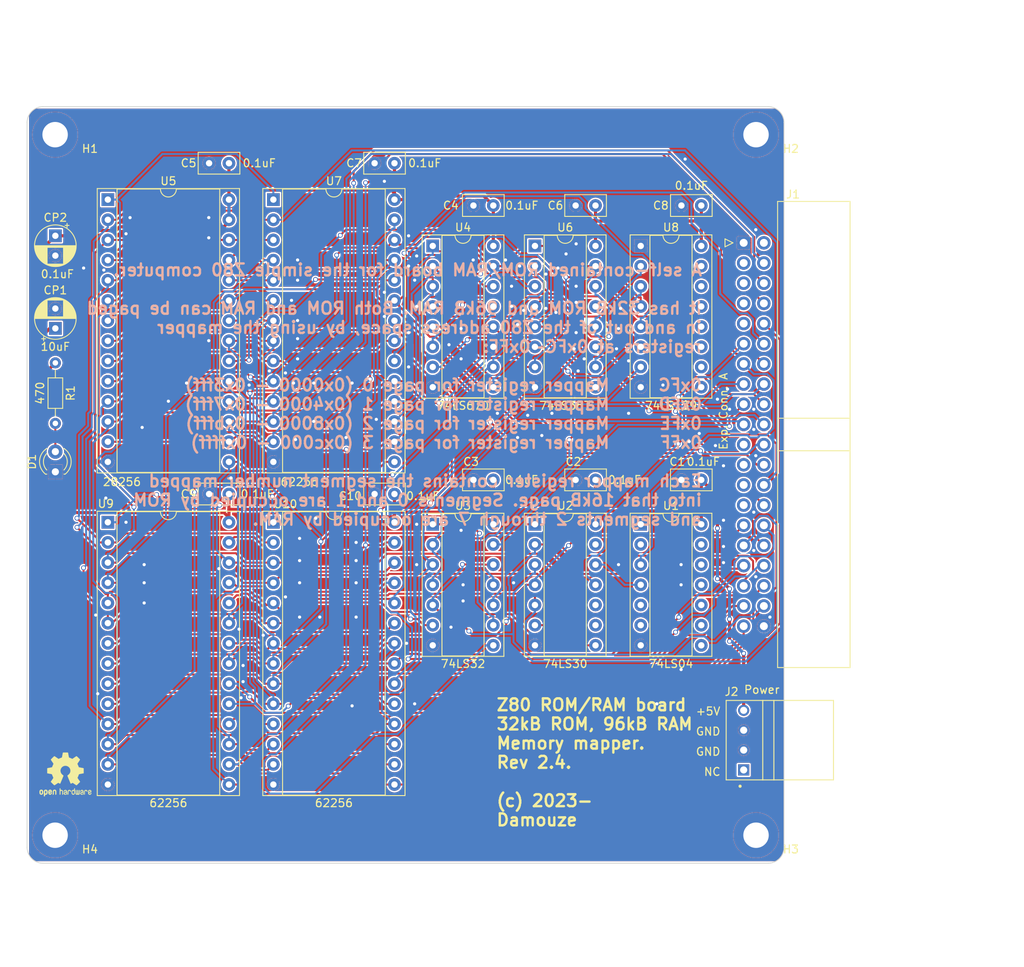
<source format=kicad_pcb>
(kicad_pcb (version 20221018) (generator pcbnew)
  (title_block (title "Simple Z80 ROM/RAM board.") (date "2023-10-21") (rev "2.4"))
  (layers (0 "F.Cu" mixed) (31 "B.Cu" mixed) (34 "B.Paste" user) (35 "F.Paste" user) (36 "B.SilkS" user "B.Silkscreen") (37 "F.SilkS" user "F.Silkscreen") (38 "B.Mask" user) (39 "F.Mask" user) (44 "Edge.Cuts" user))
  (net 0 "")
  (net 1 "/+5V")
  (net 2 "/GND")
  (net 3 "/~{NMI}")
  (net 4 "/~{RESET}")
  (net 5 "/BUS_CLK")
  (net 6 "/CPU_CLK")
  (net 7 "/~{B_M1}")
  (net 8 "/~{B_IORQ}")
  (net 9 "/~{B_MREQ}")
  (net 10 "/~{B_WR}")
  (net 11 "/~{B_RD}")
  (net 12 "/~{WAIT}")
  (net 13 "/~{B_RFSH}")
  (net 14 "/B_D7")
  (net 15 "/B_D6")
  (net 16 "/B_D5")
  (net 17 "/B_D4")
  (net 18 "/B_D3")
  (net 19 "/B_D2")
  (net 20 "/B_D1")
  (net 21 "/B_D0")
  (net 22 "/B_A15")
  (net 23 "/B_A14")
  (net 24 "/B_A13")
  (net 25 "/B_A12")
  (net 26 "/B_A11")
  (net 27 "/B_A10")
  (net 28 "/B_A9")
  (net 29 "/B_A8")
  (net 30 "/B_A7")
  (net 31 "/B_A6")
  (net 32 "/B_A5")
  (net 33 "/B_A4")
  (net 34 "/B_A3")
  (net 35 "/B_A2")
  (net 36 "/B_A1")
  (net 37 "/B_A0")
  (net 38 "/~{B_BUSACK}")
  (net 39 "/~{ROM_CS}")
  (net 45 "/~{MM_RD}")
  (net 46 "Net-(U2-Pad8)")
  (net 47 "/~{IO_RD}")
  (net 48 "/~{MM_WR}")
  (net 49 "/~{IO_WR}")
  (net 50 "Net-(U4-Q4)")
  (net 53 "/R_A15")
  (net 54 "/R_A14")
  (net 55 "/~{RAM1_CS}")
  (net 56 "/~{RAM2_CS}")
  (net 57 "/IORQ")
  (net 61 "/~{RAM3_CS}")
  (net 63 "/R_A16")
  (net 70 "Net-(D1-A)")
  (net 71 "/~{BUSREQ}")
  (net 72 "/~{INT}")
  (footprint "MountingHole:MountingHole_3.2mm_M3_ISO7380_Pad" (layer "F.Cu") (at 28.925 28.925)
    (fp_text reference "H1")
    (fp_text value "MountingHole_Pad")
  )
  (footprint "Package_DIP:DIP-14_W7.62mm_Socket" (layer "F.Cu") (at 76.444 77.978)
    (fp_text reference "U3")
    (fp_text value "74LS32")
  )
  (footprint "Capacitor_THT:C_Disc_D5.0mm_W2.5mm_P2.50mm" (layer "F.Cu") (at 96.925 37.846 180)
    (fp_text reference "C6")
    (fp_text value "0.1uF")
  )
  (footprint "Capacitor_THT:CP_Radial_D5.0mm_P2.50mm" (layer "F.Cu") (at 28.956 53.316 90)
    (fp_text reference "CP1")
    (fp_text value "10uF")
  )
  (footprint "Capacitor_THT:C_Disc_D5.0mm_W2.5mm_P2.50mm" (layer "F.Cu") (at 50.8 74.168 180)
    (fp_text reference "C9")
    (fp_text value "0.1uF")
  )
  (footprint "Capacitor_THT:C_Disc_D5.0mm_W2.5mm_P2.50mm" (layer "F.Cu") (at 84.064 72.39 180)
    (fp_text reference "C3")
    (fp_text value "0.1uF")
  )
  (footprint "Package_DIP:DIP-28_W15.24mm_Socket" (layer "F.Cu") (at 35.56 37.102)
    (fp_text reference "U5")
    (fp_text value "28256")
  )
  (footprint "LED_THT:LED_D3.0mm" (layer "F.Cu") (at 28.956 71.374 90)
    (fp_text reference "D1")
    (fp_text value "PWR_LED")
  )
  (footprint "Package_DIP:DIP-28_W15.24mm_Socket" (layer "F.Cu") (at 56.388 77.724)
    (fp_text reference "U10")
    (fp_text value "62256")
  )
  (footprint "Capacitor_THT:C_Disc_D5.0mm_W2.5mm_P2.50mm" (layer "F.Cu") (at 84.064 37.846 180)
    (fp_text reference "C4")
    (fp_text value "0.1uF")
  )
  (footprint "MountingHole:MountingHole_3.2mm_M3_ISO7380_Pad" (layer "F.Cu") (at 117.125 28.925)
    (fp_text reference "H2")
    (fp_text value "MountingHole_Pad")
  )
  (footprint "Package_DIP:DIP-16_W7.62mm_Socket" (layer "F.Cu") (at 76.444 42.936)
    (fp_text reference "U4")
    (fp_text value "74LS670")
  )
  (footprint "Capacitor_THT:C_Disc_D5.0mm_W2.5mm_P2.50mm" (layer "F.Cu") (at 50.8 32.52 180)
    (fp_text reference "C5")
    (fp_text value "0.1uF")
  )
  (footprint "Connector_IDC:IDC-Header_2x20_P2.54mm_Horizontal" (layer "F.Cu") (at 115.57 42.545)
    (fp_text reference "J1")
    (fp_text value "Exp. Conn. A")
  )
  (footprint "Resistor_THT:R_Axial_DIN0204_L3.6mm_D1.6mm_P7.62mm_Horizontal" (layer "F.Cu") (at 28.956 57.658 -90)
    (fp_text reference "R1")
    (fp_text value "470")
  )
  (footprint "Capacitor_THT:C_Disc_D5.0mm_W2.5mm_P2.50mm" (layer "F.Cu") (at 110.236 37.846 180)
    (fp_text reference "C8")
    (fp_text value "0.1uF")
  )
  (footprint "Symbol:OSHW-Logo2_7.3x6mm_SilkScreen" (layer "F.Cu") (at 30.226 109.474)
    (fp_text reference "REF**" hide)
    (fp_text value "OSHW-Logo2_7.3x6mm_SilkScreen" hide)
  )
  (footprint "Capacitor_THT:C_Disc_D5.0mm_W2.5mm_P2.50mm" (layer "F.Cu") (at 71.628 32.52 180)
    (fp_text reference "C7")
    (fp_text value "0.1uF")
  )
  (footprint "Capacitor_THT:C_Disc_D5.0mm_W2.5mm_P2.50mm" (layer "F.Cu") (at 110.236 72.39 180)
    (fp_text reference "C1")
    (fp_text value "0.1uF")
  )
  (footprint "Capacitor_THT:C_Disc_D5.0mm_W2.5mm_P2.50mm" (layer "F.Cu") (at 71.628 74.168 180)
    (fp_text reference "C10")
    (fp_text value "0.1uF")
  )
  (footprint "Package_DIP:DIP-28_W15.24mm_Socket" (layer "F.Cu") (at 56.388 37.102)
    (fp_text reference "U7")
    (fp_text value "62256")
  )
  (footprint "Package_DIP:DIP-16_W7.62mm_Socket" (layer "F.Cu") (at 89.305 42.936)
    (fp_text reference "U6")
    (fp_text value "74LS367")
  )
  (footprint "Capacitor_THT:C_Disc_D5.0mm_W2.5mm_P2.50mm" (layer "F.Cu") (at 96.925 72.39 180)
    (fp_text reference "C2")
    (fp_text value "0.1uF")
  )
  (footprint "Package_DIP:DIP-16_W7.62mm_Socket" (layer "F.Cu") (at 102.616 42.936)
    (fp_text reference "U8")
    (fp_text value "74LS139")
  )
  (footprint "Capacitor_THT:CP_Radial_D5.0mm_P2.50mm" (layer "F.Cu") (at 28.956 41.656 -90)
    (fp_text reference "CP2")
    (fp_text value "0.1uF")
  )
  (footprint "Package_DIP:DIP-28_W15.24mm_Socket" (layer "F.Cu") (at 35.56 77.724)
    (fp_text reference "U9")
    (fp_text value "62256")
  )
  (footprint "Package_DIP:DIP-14_W7.62mm_Socket" (layer "F.Cu") (at 102.616 77.978)
    (fp_text reference "U1")
    (fp_text value "74LS04")
  )
  (footprint "MountingHole:MountingHole_3.2mm_M3_ISO7380_Pad" (layer "F.Cu") (at 28.925 117.125)
    (fp_text reference "H4")
    (fp_text value "MountingHole_Pad")
  )
  (footprint "footprints:TE_171826-4" (layer "F.Cu") (at 120.12 105.156 90)
    (fp_text reference "J2")
    (fp_text value "Power")
  )
  (footprint "Package_DIP:DIP-14_W7.62mm_Socket" (layer "F.Cu") (at 89.305 77.978)
    (fp_text reference "U2")
    (fp_text value "74LS30")
  )
  (footprint "MountingHole:MountingHole_3.2mm_M3_ISO7380_Pad" (layer "F.Cu") (at 117.125 117.125)
    (fp_text reference "H3")
    (fp_text value "MountingHole_Pad")
  )
  (gr_line (start 25.4 27.4) (end 25.4 118.65) (stroke (width 0.1)) (layer "Edge.Cuts"))
  (gr_line (start 120.65 27.4) (end 120.65 118.65) (stroke (width 0.1)) (layer "Edge.Cuts"))
  (gr_arc (start 120.65 118.65) (mid 120.064214 120.064214) (end 118.65 120.65) (stroke (width 0.1)) (layer "Edge.Cuts"))
  (gr_arc (start 27.4 120.65) (mid 25.985786 120.064214) (end 25.4 118.65) (stroke (width 0.1)) (layer "Edge.Cuts"))
  (gr_arc (start 25.4 27.4) (mid 25.985786 25.985786) (end 27.4 25.4) (stroke (width 0.1)) (layer "Edge.Cuts"))
  (gr_arc (start 118.65 25.4) (mid 120.064214 25.985786) (end 120.65 27.4) (stroke (width 0.1)) (layer "Edge.Cuts"))
  (gr_line (start 27.4 120.65) (end 118.65 120.65) (stroke (width 0.1)) (layer "Edge.Cuts"))
  (gr_line (start 27.4 25.4) (end 118.65 25.4) (stroke (width 0.1)) (layer "Edge.Cuts"))
  (gr_text "A self-contained ROM/RAM board for the simple Z80 computer. \n\nIt has 32kB ROM and 96kB RAM. Both ROM and RAM can be paged\nin and out of the Z80 address space, by using the mapper\nregisters at 0xFC-0xFF:\n\n0xFC	Mapper register for page 0 (0x0000 - 0x3fff)\n0xFD	Mapper register for page 1 (0x4000 - 0x7fff)\n0xFE	Mapper register for page 2 (0x8000 - 0xbfff)\n0xFF	Mapper register for page 3 (0xc000 - 0xffff)\n\nEach mapper register contains the segment number mapped\ninto that 16kB page. Segments 0 and 1 are occupied by ROM\nand segments 2 through 7 are occupied by RAM." (at 110.49 78.232) (layer "B.SilkS") (effects (font (size 1.5 1.5) (thickness 0.3) bold) (justify left bottom mirror)))
  (gr_text "Z80 ROM/RAM board\n32kB ROM, 96kB RAM\nMemory mapper.\nRev ${REVISION}.\n\n(c) 2023-\nDamouze" (at 84.328 116.078) (layer "F.SilkS") (effects (font (size 1.5 1.5) (thickness 0.3) bold) (justify left bottom)))
  (gr_text "NC" (at 110.49 109.728) (layer "F.SilkS") (effects (font (size 1 1)) (justify left bottom)))
  (gr_text "GND\n" (at 109.474 107.188) (layer "F.SilkS") (effects (font (size 1 1)) (justify left bottom)))
  (gr_text "GND" (at 109.474 104.648) (layer "F.SilkS") (effects (font (size 1 1)) (justify left bottom)))
  (gr_text "+5V\n" (at 109.474 102.108) (layer "F.SilkS") (effects (font (size 1 1)) (justify left bottom)))
  (segment (start 50.8 77.1242) (end 50.1928 76.517) (width 0.4) (layer "F.Cu") (net 1))
  (segment (start 110.236 76.4933) (end 110.236 77.978) (width 0.4) (layer "F.Cu") (net 1))
  (segment (start 112.268 74.422) (end 112.268 78.486) (width 0.4) (layer "F.Cu") (net 1))
  (segment (start 71.628 37.102) (end 72.8281 37.102) (width 0.4) (layer "F.Cu") (net 1))
  (segment (start 50.1928 76.517) (end 31.97575 76.517) (width 0.4) (layer "F.Cu") (net 1))
  (segment (start 50.8 39.642) (end 50.8 39.878) (width 0.4) (layer "F.Cu") (net 1))
  (segment (start 37.058 40.5256) (end 36.6018 40.9818) (width 0.4) (layer "F.Cu") (net 1))
  (segment (start 112.522 84.836) (end 113.792 86.106) (width 0.4) (layer "F.Cu") (net 1))
  (segment (start 71.628 76.5639) (end 71.628 77.0386) (width 0.4) (layer "F.Cu") (net 1))
  (segment (start 109.4762 39.8001) (end 110.236 40.5599) (width 0.4) (layer "F.Cu") (net 1))
  (segment (start 30.1561 41.656) (end 28.956 41.656) (width 0.4) (layer "F.Cu") (net 1))
  (segment (start 50.8 74.168) (end 50.8 76.0993) (width 0.4) (layer "F.Cu") (net 1))
  (segment (start 115.57 94.234) (end 115.57 101.406) (width 0.4) (layer "F.Cu") (net 1))
  (segment (start 50.8 76.0993) (end 68.7711 76.0993) (width 0.4) (layer "F.Cu") (net 1))
  (segment (start 50.8 77.1242) (end 50.8 77.724) (width 0.4) (layer "F.Cu") (net 1))
  (segment (start 110.236 37.846) (end 110.236 40.5599) (width 0.4) (layer "F.Cu") (net 1))
  (segment (start 96.925 39.8001) (end 96.925 42.936) (width 0.4) (layer "F.Cu") (net 1))
  (segment (start 71.628 77.0386) (end 71.628 77.724) (width 0.4) (layer "F.Cu") (net 1))
  (segment (start 82.54 76.454) (end 84.064 77.978) (width 0.4) (layer "F.Cu") (net 1))
  (segment (start 50.8 32.52) (end 50.8 35.9018) (width 0.4) (layer "F.Cu") (net 1))
  (segment (start 71.628 36.2958) (end 71.234 35.9018) (width 0.4) (layer "F.Cu") (net 1))
  (segment (start 71.628 74.168) (end 71.628 76.5639) (width 0.4) (layer "F.Cu") (net 1))
  (segment (start 28.956 57.658) (end 27.217 59.397) (width 0.4) (layer "F.Cu") (net 1))
  (segment (start 71.628 32.52) (end 71.628 36.2958) (width 0.4) (layer "F.Cu") (net 1))
  (segment (start 69.7104 77.0386) (end 71.628 77.0386) (width 0.4) (layer "F.Cu") (net 1))
  (segment (start 50.8 35.9018) (end 50.8 37.102) (width 0.4) (layer "F.Cu") (net 1))
  (segment (start 30.7884 76.5084) (end 27.217 72.937) (width 0.4) (layer "F.Cu") (net 1))
  (segment (start 28.956 53.316) (end 28.257 53.316) (width 0.4) (layer "F.Cu") (net 1))
  (segment (start 96.925 39.8001) (end 109.4762 39.8001) (width 0.4) (layer "F.Cu") (net 1))
  (segment (start 96.925 72.39) (end 96.925 75.5406) (width 0.4) (layer "F.Cu") (net 1))
  (segment (start 27.217 59.397) (end 27.217 54.356) (width 0.4) (layer "F.Cu") (net 1))
  (segment (start 28.257 53.316) (end 27.217 54.356) (width 0.4) (layer "F.Cu") (net 1))
  (segment (start 50.1524 40.5256) (end 37.058 40.5256) (width 0.4) (layer "F.Cu") (net 1))
  (segment (start 82.8608 36.6428) (end 73.2873 36.6428) (width 0.4) (layer "F.Cu") (net 1))
  (segment (start 31.97575 76.517) (end 31.96715 76.5084) (width 0.4) (layer "F.Cu") (net 1))
  (segment (start 113.792 89.916) (end 113.792 92.71) (width 0.4) (layer "F.Cu") (net 1))
  (segment (start 71.628 36.2958) (end 71.628 37.102) (width 0.4) (layer "F.Cu") (net 1))
  (segment (start 84.064 72.39) (end 84.064 75.5406) (width 0.4) (layer "F.Cu") (net 1))
  (segment (start 84.064 75.5406) (end 84.064 77.978) (width 0.4) (layer "F.Cu") (net 1))
  (segment (start 30.8303 40.9818) (end 30.1561 41.656) (width 0.4) (layer "F.Cu") (net 1))
  (segment (start 84.064 75.5406) (end 96.925 75.5406) (width 0.4) (layer "F.Cu") (net 1))
  (segment (start 31.96715 76.5084) (end 30.7884 76.5084) (width 0.4) (layer "F.Cu") (net 1))
  (segment (start 36.6018 40.9818) (end 30.8303 40.9818) (width 0.4) (layer "F.Cu") (net 1))
  (segment (start 50.8 39.878) (end 50.1524 40.5256) (width 0.4) (layer "F.Cu") (net 1))
  (segment (start 113.792 92.71) (end 113.792 92.456) (width 0.4) (layer "F.Cu") (net 1))
  (segment (start 71.7379 76.454) (end 82.54 76.454) (width 0.4) (layer "F.Cu") (net 1))
  (segment (start 71.628 76.5639) (end 71.7379 76.454) (width 0.4) (layer "F.Cu") (net 1))
  (segment (start 96.925 75.5406) (end 96.925 76.3093) (width 0.4) (layer "F.Cu") (net 1))
  (segment (start 68.7711 76.0993) (end 69.7104 77.0386) (width 0.4) (layer "F.Cu") (net 1))
  (segment (start 84.064 37.846) (end 82.8608 36.6428) (width 0.4) (layer "F.Cu") (net 1))
  (segment (start 112.268 84.836) (end 112.522 84.836) (width 0.4) (layer "F.Cu") (net 1))
  (segment (start 84.064 39.7159) (end 84.064 42.936) (width 0.4) (layer "F.Cu") (net 1))
  (segment (start 110.052 76.3093) (end 110.236 76.4933) (width 0.4) (layer "F.Cu") (net 1))
  (segment (start 96.925 76.3093) (end 110.052 76.3093) (width 0.4) (layer "F.Cu") (net 1))
  (segment (start 27.217 54.356) (end 27.217 43.395) (width 0.4) (layer "F.Cu") (net 1))
  (segment (start 73.2873 36.6428) (end 72.8281 37.102) (width 0.4) (layer "F.Cu") (net 1))
  (segment (start 110.236 72.39) (end 112.268 74.422) (width 0.4) (layer "F.Cu") (net 1))
  (segment (start 50.8 76.0993) (end 50.8 77.1242) (width 0.4) (layer "F.Cu") (net 1))
  (segment (start 110.236 40.5599) (end 110.236 42.936) (width 0.4) (layer "F.Cu") (net 1))
  (segment (start 96.8408 39.7159) (end 96.925 39.8001) (width 0.4) (layer "F.Cu") (net 1))
  (segment (start 96.925 76.3093) (end 96.925 77.978) (width 0.4) (layer "F.Cu") (net 1))
  (segment (start 110.236 72.39) (end 110.236 76.4933) (width 0.4) (layer "F.Cu") (net 1))
  (segment (start 96.925 37.846) (end 96.925 39.8001) (width 0.4) (layer "F.Cu") (net 1))
  (segment (start 71.234 35.9018) (end 50.8 35.9018) (width 0.4) (layer "F.Cu") (net 1))
  (segment (start 27.217 43.395) (end 28.956 41.656) (width 0.4) (layer "F.Cu") (net 1))
  (segment (start 84.064 37.846) (end 84.064 39.7159) (width 0.4) (layer "F.Cu") (net 1))
  (segment (start 84.064 39.7159) (end 96.8408 39.7159) (width 0.4) (layer "F.Cu") (net 1))
  (segment (start 27.217 72.937) (end 27.217 59.397) (width 0.4) (layer "F.Cu") (net 1))
  (via (at 112.268 78.486) (size 0.6) (drill 0.4) (layers "F.Cu" "B.Cu") (net 1))
  (via (at 112.268 84.836) (size 0.6) (drill 0.4) (layers "F.Cu" "B.Cu") (net 1))
  (via (at 115.57 94.234) (size 0.6) (drill 0.4) (layers "F.Cu" "B.Cu") (net 1))
  (via (at 113.792 86.106) (size 0.6) (drill 0.4) (layers "F.Cu" "B.Cu") (net 1))
  (via (at 113.792 89.916) (size 0.6) (drill 0.4) (layers "F.Cu" "B.Cu") (net 1))
  (via (at 113.792 92.71) (size 0.6) (drill 0.4) (layers "F.Cu" "B.Cu") (net 1))
  (segment (start 50.8 37.102) (end 50.8 39.642) (width 0.4) (layer "B.Cu") (net 1))
  (segment (start 114.046 92.71) (end 115.57 94.234) (width 0.4) (layer "B.Cu") (net 1))
  (segment (start 112.268 78.486) (end 112.268 84.836) (width 0.4) (layer "B.Cu") (net 1))
  (segment (start 113.792 86.106) (end 113.792 89.916) (width 0.4) (layer "B.Cu") (net 1))
  (segment (start 113.792 92.71) (end 114.046 92.71) (width 0.4) (layer "B.Cu") (net 1))
  (via (at 66.802 82.55) (size 0.6) (drill 0.4) (layers "F.Cu" "B.Cu") (net 2))
  (via (at 91.44 64.008) (size 0.6) (drill 0.4) (layers "F.Cu" "B.Cu") (net 2))
  (via (at 80.01 57.15) (size 0.6) (drill 0.4) (layers "F.Cu" "B.Cu") (net 2))
  (via (at 35.306 74.676) (size 0.6) (drill 0.4) (layers "F.Cu" "B.Cu") (net 2))
  (via (at 80.01 53.34) (size 0.6) (drill 0.4) (layers "F.Cu" "B.Cu") (net 2))
  (via (at 55.88 58.674) (size 0.6) (drill 0.4) (layers "F.Cu" "B.Cu") (net 2))
  (via (at 52.324 99.822) (size 0.6) (drill 0.4) (layers "F.Cu" "B.Cu") (net 2))
  (via (at 99.568 55.88) (size 0.6) (drill 0.4) (layers "F.Cu" "B.Cu") (net 2))
  (via (at 94.488 42.672) (size 0.6) (drill 0.4) (layers "F.Cu" "B.Cu") (net 2))
  (via (at 70.358 34.798) (size 0.6) (drill 0.4) (layers "F.Cu" "B.Cu") (net 2))
  (via (at 109.982 66.548) (size 0.6) (drill 0.4) (layers "F.Cu" "B.Cu") (net 2))
  (via (at 105.41 60.452) (size 0.6) (drill 0.4) (layers "F.Cu" "B.Cu") (net 2))
  (via (at 100.076 50.8) (size 0.6) (drill 0.4) (layers "F.Cu" "B.Cu") (net 2))
  (via (at 52.578 95.758) (size 0.6) (drill 0.4) (layers "F.Cu" "B.Cu") (net 2))
  (via (at 117.094 40.894) (size 0.6) (drill 0.4) (layers "F.Cu" "B.Cu") (net 2))
  (via (at 48.26 39.37) (size 0.6) (drill 0.4) (layers "F.Cu" "B.Cu") (net 2))
  (via (at 73.406 58.166) (size 0.6) (drill 0.4) (layers "F.Cu" "B.Cu") (net 2))
  (via (at 94.742 58.674) (size 0.6) (drill 0.4) (layers "F.Cu" "B.Cu") (net 2))
  (via (at 94.488 48.006) (size 0.6) (drill 0.4) (layers "F.Cu" "B.Cu") (net 2))
  (via (at 118.872 89.662) (size 0.6) (drill 0.4) (layers "F.Cu" "B.Cu") (net 2))
  (via (at 113.03 70.612) (size 0.6) (drill 0.4) (layers "F.Cu" "B.Cu") (net 2))
  (via (at 40.132 87.884) (size 0.6) (drill 0.4) (layers "F.Cu" "B.Cu") (net 2))
  (via (at 113.538 60.96) (size 0.6) (drill 0.4) (layers "F.Cu" "B.Cu") (net 2))
  (via (at 108.204 32.004) (size 0.6) (drill 0.4) (layers "F.Cu" "B.Cu") (net 2))
  (via (at 91.948 51.308) (size 0.6) (drill 0.4) (layers "F.Cu" "B.Cu") (net 2))
  (via (at 70.358 48.768) (size 0.6) (drill 0.4) (layers "F.Cu" "B.Cu") (net 2))
  (via (at 48.26 54.864) (size 0.6) (drill 0.4) (layers "F.Cu" "B.Cu") (net 2))
  (via (at 49.53 83.566) (size 0.6) (drill 0.4) (layers "F.Cu" "B.Cu") (net 2))
  (via (at 117.094 84.582) (size 0.6) (drill 0.4) (layers "F.Cu" "B.Cu") (net 2))
  (via (at 70.358 51.816) (size 0.6) (drill 0.4) (layers "F.Cu" "B.Cu") (net 2))
  (via (at 59.69 82.55) (size 0.6) (drill 0.4) (layers "F.Cu" "B.Cu") (net 2))
  (via (at 107.696 85.598) (size 0.6) (drill 0.4) (layers "F.Cu" "B.Cu") (net 2))
  (via (at 94.488 50.038) (size 0.6) (drill 0.4) (layers "F.Cu" "B.Cu") (net 2))
  (via (at 66.802 85.344) (size 0.6) (drill 0.4) (layers "F.Cu" "B.Cu") (net 2))
  (via (at 92.202 45.72) (size 0.6) (drill 0.4) (layers "F.Cu" "B.Cu") (net 2))
  (via (at 93.218 43.942) (size 0.6) (drill 0.4) (layers "F.Cu" "B.Cu") (net 2))
  (via (at 101.092 57.404) (size 0.6) (drill 0.4) (layers "F.Cu" "B.Cu") (net 2))
  (via (at 87.884 51.054) (size 0.6) (drill 0.4) (layers "F.Cu" "B.Cu") (net 2))
  (via (at 58.928 60.198) (size 0.6) (drill 0.4) (layers "F.Cu" "B.Cu") (net 2))
  (via (at 116.84 81.28) (size 0.6) (drill 0.4) (layers "F.Cu" "B.Cu") (net 2))
  (via (at 80.01 78.74) (size 0.6) (drill 0.4) (layers "F.Cu" "B.Cu") (net 2))
  (via (at 52.07 91.186) (size 0.6) (drill 0.4) (layers "F.Cu" "B.Cu") (net 2))
  (via (at 59.436 44.704) (size 0.6) (drill 0.4) (layers "F.Cu" "B.Cu") (net 2))
  (via (at 112.014 68.072) (size 0.6) (drill 0.4) (layers "F.Cu" "B.Cu") (net 2))
  (via (at 113.03 77.47) (size 0.6) (drill 0.4) (layers "F.Cu" "B.Cu") (net 2))
  (via (at 55.118 91.948) (size 0.6) (drill 0.4) (layers "F.Cu" "B.Cu") (net 2))
  (via (at 80.264 87.63) (size 0.6) (drill 0.4) (layers "F.Cu" "B.Cu") (net 2))
  (via (at 69.342 64.77) (size 0.6) (drill 0.4) (layers "F.Cu" "B.Cu") (net 2))
  (via (at 59.436 54.61) (size 0.6) (drill 0.4) (layers "F.Cu" "B.Cu") (net 2))
  (via (at 73.406 45.466) (size 0.6) (drill 0.4) (layers "F.Cu" "B.Cu") (net 2))
  (via (at 59.436 47.244) (size 0.6) (drill 0.4) (layers "F.Cu" "B.Cu") (net 2))
  (via (at 53.34 60.452) (size 0.6) (drill 0.4) (layers "F.Cu" "B.Cu") (net 2))
  (via (at 61.468 60.198) (size 0.6) (drill 0.4) (layers "F.Cu" "B.Cu") (net 2))
  (via (at 108.712 67.564) (size 0.6) (drill 0.4) (layers "F.Cu" "B.Cu") (net 2))
  (via (at 86.614 85.344) (size 0.6) (drill 0.4) (layers "F.Cu" "B.Cu") (net 2))
  (via (at 59.436 57.15) (size 0.6) (drill 0.4) (layers "F.Cu" "B.Cu") (net 2))
  (via (at 117.094 69.342) (size 0.6) (drill 0.4) (layers "F.Cu" "B.Cu") (net 2))
  (via (at 78.486 55.372) (size 0.6) (drill 0.4) (layers "F.Cu" "B.Cu") (net 2))
  (via (at 116.84 63.5) (size 0.6) (drill 0.4) (layers "F.Cu" "B.Cu") (net 2))
  (via (at 73.406 53.848) (size 0.6) (drill 0.4) (layers "F.Cu" "B.Cu") (net 2))
  (via (at 59.69 85.344) (size 0.6) (drill 0.4) (layers "F.Cu" "B.Cu") (net 2))
  (via (at 99.822 53.34) (size 0.6) (drill 0.4) (layers "F.Cu" "B.Cu") (net 2))
  (via (at 34.036 89.408) (size 0.6) (drill 0.4) (layers "F.Cu" "B.Cu") (net 2))
  (via (at 113.03 80.772) (size 0.6) (drill 0.4) (layers "F.Cu" "B.Cu") (net 2))
  (via (at 81.534 44.704) (size 0.6) (drill 0.4) (layers "F.Cu" "B.Cu") (net 2))
  (via (at 66.294 100.838) (size 0.6) (drill 0.4) (layers "F.Cu" "B.Cu") (net 2))
  (via (at 48.26 41.91) (size 0.6) (drill 0.4) (layers "F.Cu" "B.Cu") (net 2))
  (via (at 61.722 77.216) (size 0.6) (drill 0.4) (layers "F.Cu" "B.Cu") (net 2))
  (via (at 65.532 67.056) (size 0.6) (drill 0.4) (layers "F.Cu" "B.Cu") (net 2))
  (via (at 104.648 100.584) (size 0.6) (drill 0.4) (layers "F.Cu" "B.Cu") (net 2))
  (via (at 88.392 64.262) (size 0.6) (drill 0.4) (layers "F.Cu" "B.Cu") (net 2))
  (via (at 116.84 66.04) (size 0.6) (drill 0.4) (layers "F.Cu" "B.Cu") (net 2))
  (via (at 43.18 62.484) (size 0.6) (drill 0.4) (layers "F.Cu" "B.Cu") (net 2))
  (via (at 38.354 39.37) (size 0.6) (drill 0.4) (layers "F.Cu" "B.Cu") (net 2))
  (via (at 37.846 41.402) (size 0.6) (drill 0.4) (layers "F.Cu" "B.Cu") (net 2))
  (via (at 66.802 80.264) (size 0.6) (drill 0.4) (layers "F.Cu" "B.Cu") (net 2))
  (via (at 61.468 65.024) (size 0.6) (drill 0.4) (layers "F.Cu" "B.Cu") (net 2))
  (via (at 58.674 49.784) (size 0.6) (drill 0.4) (layers "F.Cu" "B.Cu") (net 2))
  (via (at 73.152 92.964) (size 0.6) (drill 0.4) (layers "F.Cu" "B.Cu") (net 2))
  (via (at 101.092 64.008) (size 0.6) (drill 0.4) (layers "F.Cu" "B.Cu") (net 2))
  (via (at 51.054 72.136) (size 0.6) (drill 0.4) (layers "F.Cu" "B.Cu") (net 2))
  (via (at 66.294 60.198) (size 0.6) (drill 0.4) (layers "F.Cu" "B.Cu") (net 2))
  (via (at 74.422 50.546) (size 0.6) (drill 0.4) (layers "F.Cu" "B.Cu") (net 2))
  (via (at 40.132 85.344) (size 0.6) (drill 0.4) (layers "F.Cu" "B.Cu") (net 2))
  (via (at 32.512 45.72) (size 0.6) (drill 0.4) (layers "F.Cu" "B.Cu") (net 2))
  (via (at 95.504 57.15) (size 0.6) (drill 0.4) (layers "F.Cu" "B.Cu") (net 2))
  (via (at 78.74 90.932) (size 0.6) (drill 0.4) (layers "F.Cu" "B.Cu") (net 2))
  (via (at 87.122 52.832) (size 0.6) (drill 0.4) (layers "F.Cu" "B.Cu") (net 2))
  (via (at 73.406 41.656) (size 0.6) (drill 0.4) (layers "F.Cu" "B.Cu") (net 2))
  (via (at 90.17 66.802) (size 0.6) (drill 0.4) (layers "F.Cu" "B.Cu") (net 2))
  (via (at 113.792 63.5) (size 0.6) (drill 0.4) (layers "F.Cu" "B.Cu") (net 2))
  (via (at 59.436 52.324) (size 0.6) (drill 0.4) (layers "F.Cu" "B.Cu") (net 2))
  (via (at 107.696 83.058) (size 0.6) (drill 0.4) (layers "F.Cu" "B.Cu") (net 2))
  (via (at 85.598 44.704) (size 0.6) (drill 0.4) (layers "F.Cu" "B.Cu") (net 2))
  (via (at 87.122 67.056) (size 0.6) (drill 0.4) (layers "F.Cu" "B.Cu") (net 2))
  (via (at 94.488 53.848) (size 0.6) (drill 0.4) (layers "F.Cu" "B.Cu") (net 2))
  (via (at 74.422 83.058) (size 0.6) (drill 0.4) (layers "F.Cu" "B.Cu") (net 2))
  (via (at 57.912 58.928) (size 0.6) (drill 0.4) (layers "F.Cu" "B.Cu") (net 2))
  (via (at 90.678 46.482) (size 0.6) (drill 0.4) (layers "F.Cu" "B.Cu") (net 2))
  (via (at 107.696 96.266) (size 0.6) (drill 0.4) (layers "F.Cu" "B.Cu") (net 2))
  (via (at 39.878 65.786) (size 0.6) (drill 0.4) (layers "F.Cu" "B.Cu") (net 2))
  (via (at 66.802 89.662) (size 0.6) (drill 0.4) (layers "F.Cu" "B.Cu") (net 2))
  (via (at 99.822 83.058) (size 0.6) (drill 0.4) (layers "F.Cu" "B.Cu") (net 2))
  (via (at 116.84 76.454) (size 0.6) (drill 0.4) (layers "F.Cu" "B.Cu") (net 2))
  (via (at 86.36 50.546) (size 0.6) (drill 0.4) (layers "F.Cu" "B.Cu") (net 2))
  (via (at 74.422 44.196) (size 0.6) (drill 0.4) (layers "F.Cu" "B.Cu") (net 2))
  (via (at 37.846 77.724) (size 0.6) (drill 0.4) (layers "F.Cu" "B.Cu") (net 2))
  (via (at 74.168 47.244) (size 0.6) (drill 0.4) (layers "F.Cu" "B.Cu") (net 2))
  (via (at 74.168 100.584) (size 0.6) (drill 0.4) (layers "F.Cu" "B.Cu") (net 2))
  (via (at 84.582 64.008) (size 0.6) (drill 0.4) (layers "F.Cu" "B.Cu") (net 2))
  (via (at 62.23 89.662) (size 0.6) (drill 0.4) (layers "F.Cu" "B.Cu") (net 2))
  (via (at 87.376 45.466) (size 0.6) (drill 0.4) (layers "F.Cu" "B.Cu") (net 2))
  (via (at 113.03 82.804) (size 0.6) (drill 0.4) (layers "F.Cu" "B.Cu") (net 2))
  (via (at 59.182 67.31) (size 0.6) (drill 0.4) (layers "F.Cu" "B.Cu") (net 2))
  (via (at 86.36 48.006) (size 0.6) (drill 0.4) (layers "F.Cu" "B.Cu") (net 2))
  (via (at 59.69 89.662) (size 0.6) (drill 0.4) (layers "F.Cu" "B.Cu") (net 2))
  (via (at 52.578 97.79) (size 0.6) (drill 0.4) (layers "F.Cu" "B.Cu") (net 2))
  (via (at 57.912 87.122) (size 0.6) (drill 0.4) (layers "F.Cu" "B.Cu") (net 2))
  (via (at 94.234 55.88) (size 0.6) (drill 0.4) (layers "F.Cu" "B.Cu") (net 2))
  (via (at 74.422 77.978) (size 0.6) (drill 0.4) (layers "F.Cu" "B.Cu") (net 2))
  (via (at 59.69 79.756) (size 0.6) (drill 0.4) (layers "F.Cu" "B.Cu") (net 2))
  (via (at 45.466 60.198) (size 0.6) (drill 0.4) (layers "F.Cu" "B.Cu") (net 2))
  (via (at 90.678 50.8) (size 0.6) (drill 0.4) (layers "F.Cu" "B.Cu") (net 2))
  (via (at 112.268 62.23) (size 0.6) (drill 0.4) (layers "F.Cu" "B.Cu") (net 2))
  (via (at 40.132 83.058) (size 0.6) (drill 0.4) (layers "F.Cu" "B.Cu") (net 2))
  (via (at 80.264 85.598) (size 0.6) (drill 0.4) (layers "F.Cu" "B.Cu") (net 2))
  (via (at 35.052 45.974) (size 0.6) (drill 0.4) (layers "F.Cu" "B.Cu") (net 2))
  (via (at 34.29 99.314) (size 0.6) (drill 0.4) (layers "F.Cu" "B.Cu") (net 2))
  (segment (start 66.294 100.838) (end 56.388 110.744) (width 0.4) (layer "B.Cu") (net 2))
  (segment (start 43.198 62.484) (end 43.18 62.484) (width 0.4) (layer "B.Cu") (net 2))
  (segment (start 94.234 55.787) (end 94.234 55.88) (width 0.4) (layer "B.Cu") (net 2))
  (segment (start 61.468 65.042) (end 59.2 67.31) (width 0.4) (layer "B.Cu") (net 2))
  (segment (start 39.878 65.786) (end 39.878 65.804) (width 0.4) (layer "B.Cu") (net 2))
  (segment (start 94.425 48.069) (end 94.425 49.975) (width 0.4) (layer "B.Cu") (net 2))
  (segment (start 48.3 87.844) (end 48.26 87.884) (width 0.4) (layer "B.Cu") (net 2))
  (segment (start 94.425 42.735) (end 94.425 47.943) (width 0.4) (layer "B.Cu") (net 2))
  (segment (start 39.896 65.786) (end 39.878 65.786) (width 0.4) (layer "B.Cu") (net 2))
  (segment (start 107.736 85.558) (end 107.696 85.598) (width 0.4) (layer "B.Cu") (net 2))
  (segment (start 94.425 42.609) (end 94.488 42.672) (width 0.4) (layer "B.Cu") (net 2))
  (segment (start 48.3 85.384) (end 48.3 87.844) (width 0.4) (layer "B.Cu") (net 2))
  (segment (start 61.468 65.024) (end 61.468 65.042) (width 0.4) (layer "B.Cu") (net 2))
  (segment (start 68.6943 35.26375) (end 68.5193 35.43875) (width 0.4) (layer "B.Cu") (net 2))
  (segment (start 107.736 88.098) (end 102.616 93.218) (width 0.4) (layer "B.Cu") (net 2))
  (segment (start 81.564 44.734) (end 81.564 55.596) (width 0.4) (layer "B.Cu") (net 2))
  (segment (start 48.26 85.344) (end 48.3 85.384) (width 0.4) (layer "B.Cu") (net 2))
  (segment (start 107.736 83.018) (end 107.696 83.058) (width 0.4) (layer "B.Cu") (net 2))
  (segment (start 59.182 67.328) (end 56.388 70.122) (width 0.4) (layer "B.Cu") (net 2))
  (segment (start 78.73 90.932) (end 76.444 93.218) (width 0.4) (layer "B.Cu") (net 2))
  (segment (start 94.425 53.911) (end 94.425 55.596) (width 0.4) (layer "B.Cu") (net 2))
  (segment (start 94.425 50.101) (end 94.425 53.785) (width 0.4) (layer "B.Cu") (net 2))
  (segment (start 43.18 62.502) (end 39.896 65.786) (width 0.4) (layer "B.Cu") (net 2))
  (segment (start 94.425 49.975) (end 94.488 50.038) (width 0.4) (layer "B.Cu") (net 2))
  (segment (start 48.3 39.41) (end 48.3 41.87) (width 0.4) (layer "B.Cu") (net 2))
  (segment (start 81.564 44.674) (end 81.534 44.704) (width 0.4) (layer "B.Cu") (net 2))
  (segment (start 94.234 55.88) (end 94.141 55.88) (width 0.4) (layer "B.Cu") (net 2))
  (segment (start 107.736 37.846) (end 107.736 55.596) (width 0.4) (layer "B.Cu") (net 2))
  (segment (start 69.1918 75.94005) (end 69.1918 76.51995) (width 0.4) (layer "B.Cu") (net 2))
  (segment (start 48.26 83.058) (end 48.3 83.098) (width 0.4) (layer "B.Cu") (net 2))
  (segment (start 59.2 67.31) (end 59.182 67.31) (width 0.4) (layer "B.Cu") (net 2))
  (segment (start 66.294 60.198) (end 66.294 60.216) (width 0.4) (layer "B.Cu") (net 2))
  (segment (start 68.326 33.322) (end 68.326 34.31555) (width 0.4) (layer "B.Cu") (net 2))
  (segment (start 69.596 75.53585) (end 69.1918 75.94005) (width 0.4) (layer "B.Cu") (net 2))
  (segment (start 48.3 54.904) (end 48.3 57.382) (width 0.4) (layer "B.Cu") (net 2))
  (segment (start 68.5193 35.43875) (end 68.5193 57.9727) (width 0.4) (layer "B.Cu") (net 2))
  (segment (start 68.326 34.31555) (end 68.6943 34.68385) (width 0.4) (layer "B.Cu") (net 2))
  (segment (start 68.6943 34.68385) (end 68.6943 35.26375) (width 0.4) (layer "B.Cu") (net 2))
  (segment (start 69.5279 76.85605) (end 69.5279 94.529042) (width 0.4) (layer "B.Cu") (net 2))
  (segment (start 69.5118 94.545142) (end 69.5118 97.6202) (width 0.4) (layer "B.Cu") (net 2))
  (segment (start 94.425 53.785) (end 94.488 53.848) (width 0.4) (layer "B.Cu") (net 2))
  (segment (start 69.128 74.168) (end 69.596 74.636) (width 0.4) (layer "B.Cu") (net 2))
  (segment (start 107.696 85.598) (end 107.736 85.638) (width 0.4) (layer "B.Cu") (net 2))
  (segment (start 107.736 85.638) (end 107.736 88.098) (width 0.4) (layer "B.Cu") (net 2))
  (segment (start 94.488 50.038) (end 94.425 50.101) (width 0.4) (layer "B.Cu") (net 2))
  (segment (start 94.425 88.098) (end 89.305 93.218) (width 0.4) (layer "B.Cu") (net 2))
  (segment (start 45.466 60.198) (end 45.466 60.216) (width 0.4) (layer "B.Cu") (net 2))
  (segment (start 81.534 44.704) (end 81.564 44.734) (width 0.4) (layer "B.Cu") (net 2))
  (segment (start 48.3 87.924) (end 48.3 98.004) (width 0.4) (layer "B.Cu") (net 2))
  (segment (start 81.564 72.39) (end 81.564 88.098) (width 0.4) (layer "B.Cu") (net 2))
  (segment (start 48.3 98.004) (end 35.56 110.744) (width 0.4) (layer "B.Cu") (net 2))
  (segment (start 78.74 90.932) (end 78.73 90.932) (width 0.4) (layer "B.Cu") (net 2))
  (segment (start 45.466 60.216) (end 43.198 62.484) (width 0.4) (layer "B.Cu") (net 2))
  (segment (start 48.3 83.098) (end 48.3 85.304) (width 0.4) (layer "B.Cu") (net 2))
  (segment (start 48.3 57.382) (end 45.484 60.198) (width 0.4) (layer "B.Cu") (net 2))
  (segment (start 107.736 72.39) (end 107.736 83.018) (width 0.4) (layer "B.Cu") (net 2))
  (segment (start 94.425 55.596) (end 94.234 55.787) (width 0.4) (layer "B.Cu") (net 2))
  (segment (start 48.3 32.52) (end 48.3 39.33) (width 0.4) (layer "B.Cu") (net 2))
  (segment (start 27.178 45.934) (end 28.956 44.156) (width 0.4) (layer "B.Cu") (net 2))
  (segment (start 94.141 55.88) (end 89.305 60.716) (width 0.4) (layer "B.Cu") (net 2))
  (segment (start 45.484 60.198) (end 45.466 60.198) (width 0.4) (layer "B.Cu") (net 2))
  (segment (start 69.596 74.636) (end 69.596 75.53585) (width 0.4) (layer "B.Cu") (net 2))
  (segment (start 69.128 32.52) (end 68.326 33.322) (width 0.4) (layer "B.Cu") (net 2))
  (segment (start 27.178 69.596) (end 27.178 53.34) (width 0.4) (layer "B.Cu") (net 2))
  (segment (start 107.736 83.098) (end 107.736 85.558) (width 0.4) (layer "B.Cu") (net 2))
  (segment (start 81.564 55.596) (end 80.01 57.15) (width 0.4) (layer "B.Cu") (net 2))
  (segment (start 80.01 57.15) (end 76.444 60.716) (width 0.4) (layer "B.Cu") (net 2))
  (segment (start 48.3 39.33) (end 48.26 39.37) (width 0.4) (layer "B.Cu") (net 2))
  (segment (start 48.26 41.91) (end 48.3 41.95) (width 0.4) (layer "B.Cu") (net 2))
  (segment (start 28.956 50.816) (end 27.178 52.594) (width 0.4) (layer "B.Cu") (net 2))
  (segment (start 81.564 37.846) (end 81.564 44.674) (width 0.4) (layer "B.Cu") (net 2))
  (segment (start 94.488 48.006) (end 94.425 48.069) (width 0.4) (layer "B.Cu") (net 2))
  (segment (start 69.5118 97.6202) (end 66.294 100.838) (width 0.4) (layer "B.Cu") (net 2))
  (segment (start 78.74 90.922) (end 78.74 90.932) (width 0.4) (layer "B.Cu") (net 2))
  (segment (start 61.486 65.024) (end 61.468 65.024) (width 0.4) (layer "B.Cu") (net 2))
  (segment (start 94.425 72.39) (end 94.425 88.098) (width 0.4) (layer "B.Cu") (net 2))
  (segment (start 94.488 42.672) (end 94.425 42.735) (width 0.4) (layer "B.Cu") (net 2))
  (segment (start 48.3 85.304) (end 48.26 85.344) (width 0.4) (layer "B.Cu") (net 2))
  (segment (start 66.294 60.216) (end 61.486 65.024) (width 0.4) (layer "B.Cu") (net 2))
  (segment (start 48.3 41.87) (end 48.26 41.91) (width 0.4) (layer "B.Cu") (net 2))
  (segment (start 27.178 52.594) (end 27.178 45.934) (width 0.4) (layer "B.Cu") (net 2))
  (segment (start 81.564 88.098) (end 78.74 90.922) (width 0.4) (layer "B.Cu") (net 2))
  (segment (start 39.878 65.804) (end 35.56 70.122) (width 0.4) (layer "B.Cu") (net 2))
  (segment (start 68.5193 57.9727) (end 66.294 60.198) (width 0.4) (layer "B.Cu") (net 2))
  (segment (start 94.488 53.848) (end 94.425 53.911) (width 0.4) (layer "B.Cu") (net 2))
  (segment (start 48.26 39.37) (end 48.3 39.41) (width 0.4) (layer "B.Cu") (net 2))
  (segment (start 28.956 71.374) (end 27.178 69.596) (width 0.4) (layer "B.Cu") (net 2))
  (segment (start 43.18 62.484) (end 43.18 62.502) (width 0.4) (layer "B.Cu") (net 2))
  (segment (start 48.3 41.95) (end 48.3 54.824) (width 0.4) (layer "B.Cu") (net 2))
  (segment (start 69.1918 76.51995) (end 69.5279 76.85605) (width 0.4) (layer "B.Cu") (net 2))
  (segment (start 107.736 55.596) (end 102.616 60.716) (width 0.4) (layer "B.Cu") (net 2))
  (segment (start 48.3 54.824) (end 48.26 54.864) (width 0.4) (layer "B.Cu") (net 2))
  (segment (start 48.3 83.018) (end 48.26 83.058) (width 0.4) (layer "B.Cu") (net 2))
  (segment (start 69.5279 94.529042) (end 69.5118 94.545142) (width 0.4) (layer "B.Cu") (net 2))
  (segment (start 59.182 67.31) (end 59.182 67.328) (width 0.4) (layer "B.Cu") (net 2))
  (segment (start 48.26 87.884) (end 48.3 87.924) (width 0.4) (layer "B.Cu") (net 2))
  (segment (start 48.3 74.168) (end 48.3 83.018) (width 0.4) (layer "B.Cu") (net 2))
  (segment (start 94.425 47.943) (end 94.488 48.006) (width 0.4) (layer "B.Cu") (net 2))
  (segment (start 48.26 54.864) (end 48.3 54.904) (width 0.4) (layer "B.Cu") (net 2))
  (segment (start 107.696 83.058) (end 107.736 83.098) (width 0.4) (layer "B.Cu") (net 2))
  (segment (start 94.425 37.846) (end 94.425 42.609) (width 0.4) (layer "B.Cu") (net 2))
  (segment (start 107.3679 61.9461) (end 107.6144 62.1926) (width 0.25) (layer "F.Cu") (net 7))
  (segment (start 107.6144 62.1926) (end 107.6144 67.5513) (width 0.25) (layer "F.Cu") (net 7))
  (segment (start 107.6144 67.5513) (end 107.3298 67.8359) (width 0.25) (layer "F.Cu") (net 7))
  (via (at 107.3298 67.8359) (size 0.6) (drill 0.4) (layers "F.Cu" "B.Cu") (net 7))
  (via (at 107.3679 61.9461) (size 0.6) (drill 0.4) (layers "F.Cu" "B.Cu") (net 7))
  (segment (start 98.05 77.1157) (end 98.05 81.02) (width 0.25) (layer "B.Cu") (net 7))
  (segment (start 98.05 81.02) (end 97.137 81.933) (width 0.25) (layer "B.Cu") (net 7))
  (segment (start 111.369 59.446) (end 109.868 59.446) (width 0.25) (layer "B.Cu") (net 7))
  (segment (start 109.868 59.446) (end 107.3679 61.9461) (width 0.25) (layer "B.Cu") (net 7))
  (segment (start 97.137 81.933) (end 96.459009 81.933) (width 0.25) (layer "B.Cu") (net 7))
  (segment (start 95.758 82.634009) (end 95.758 84.431) (width 0.25) (layer "B.Cu") (net 7))
  (segment (start 96.459009 81.933) (end 95.758 82.634009) (width 0.25) (layer "B.Cu") (net 7))
  (segment (start 95.758 84.431) (end 96.925 85.598) (width 0.25) (layer "B.Cu") (net 7))
  (segment (start 115.57 55.245) (end 111.369 59.446) (width 0.25) (layer "B.Cu") (net 7))
  (segment (start 107.3298 67.8359) (end 98.05 77.1157) (width 0.25) (layer "B.Cu") (net 7))
  (segment (start 118.4386 66.77) (end 117.623299 66.77) (width 0.25) (layer "B.Cu") (net 8))
  (segment (start 118.5211 59.0546) (end 119.3292 59.8627) (width 0.25) (layer "B.Cu") (net 8))
  (segment (start 111.166 66.77) (end 104.0308 73.9052) (width 0.25) (layer "B.Cu") (net 8))
  (segment (start 117.623299 66.77) (end 117.337299 67.056) (width 0.25) (layer "B.Cu") (net 8))
  (segment (start 116.056701 66.77) (end 111.166 66.77) (width 0.25) (layer "B.Cu") (net 8))
  (segment (start 116.8396 59.0546) (end 118.5211 59.0546) (width 0.25) (layer "B.Cu") (net 8))
  (segment (start 117.337299 67.056) (end 116.342701 67.056) (width 0.25) (layer "B.Cu") (net 8))
  (segment (start 116.342701 67.056) (end 116.056701 66.77) (width 0.25) (layer "B.Cu") (net 8))
  (segment (start 102.8491 81.9329) (end 102.616 81.9329) (width 0.25) (layer "B.Cu") (net 8))
  (segment (start 115.57 57.785) (end 116.8396 59.0546) (width 0.25) (layer "B.Cu") (net 8))
  (segment (start 119.3292 65.8794) (end 118.4386 66.77) (width 0.25) (layer "B.Cu") (net 8))
  (segment (start 102.616 81.9329) (end 102.616 83.058) (width 0.25) (layer "B.Cu") (net 8))
  (segment (start 104.0308 73.9052) (end 104.0308 80.7512) (width 0.25) (layer "B.Cu") (net 8))
  (segment (start 119.3292 59.8627) (end 119.3292 65.8794) (width 0.25) (layer "B.Cu") (net 8))
  (segment (start 104.0308 80.7512) (end 102.8491 81.9329) (width 0.25) (layer "B.Cu") (net 8))
  (segment (start 81.2002 77.978) (end 82.3321 79.1099) (width 0.25) (layer "F.Cu") (net 9))
  (segment (start 76.444 77.978) (end 81.2002 77.978) (width 0.25) (layer "F.Cu") (net 9))
  (via (at 82.3321 79.1099) (size 0.6) (drill 0.4) (layers "F.Cu" "B.Cu") (net 9))
  (segment (start 76.175596 75.9112) (end 76.423084 75.9112) (width 0.25) (layer "B.Cu") (net 9))
  (segment (start 83.8308 89.5529) (end 84.064 89.5529) (width 0.25) (layer "B.Cu") (net 9))
  (segment (start 76.7892 74.7572) (end 76.708 74.676) (width 0.25) (layer "B.Cu") (net 9))
  (segment (start 76.423084 75.9112) (end 76.7892 75.545084) (width 0.25) (layer "B.Cu") (net 9))
  (segment (start 76.444 77.978) (end 75.7281 77.2621) (width 0.25) (layer "B.Cu") (net 9))
  (segment (start 82.089 79.353) (end 82.089 87.8111) (width 0.25) (layer "B.Cu") (net 9))
  (segment (start 106.3609 62.87) (end 106.5438 62.6871) (width 0.25) (layer "B.Cu") (net 9))
  (segment (start 106.5438 62.6871) (end 110.3285 62.6871) (width 0.25) (layer "B.Cu") (net 9))
  (segment (start 88.514 62.87) (end 106.3609 62.87) (width 0.25) (layer "B.Cu") (net 9))
  (segment (start 76.708 74.676) (end 88.514 62.87) (width 0.25) (layer "B.Cu") (net 9))
  (segment (start 75.7281 76.358696) (end 76.175596 75.9112) (width 0.25) (layer "B.Cu") (net 9))
  (segment (start 84.064 89.5529) (end 84.064 90.678) (width 0.25) (layer "B.Cu") (net 9))
  (segment (start 110.3285 62.6871) (end 112.6906 60.325) (width 0.25) (layer "B.Cu") (net 9))
  (segment (start 75.7281 77.2621) (end 75.7281 76.358696) (width 0.25) (layer "B.Cu") (net 9))
  (segment (start 112.6906 60.325) (end 115.57 60.325) (width 0.25) (layer "B.Cu") (net 9))
  (segment (start 82.3321 79.1099) (end 82.089 79.353) (width 0.25) (layer "B.Cu") (net 9))
  (segment (start 82.089 87.8111) (end 83.8308 89.5529) (width 0.25) (layer "B.Cu") (net 9))
  (segment (start 76.7892 75.545084) (end 76.7892 74.7572) (width 0.25) (layer "B.Cu") (net 9))
  (segment (start 115.57 62.865) (end 113.7737 64.6613) (width 0.25) (layer "F.Cu") (net 10))
  (segment (start 113.7737 64.6613) (end 113.7737 65.6366) (width 0.25) (layer "F.Cu") (net 10))
  (via (at 113.7737 65.6366) (size 0.6) (drill 0.4) (layers "F.Cu" "B.Cu") (net 10))
  (segment (start 113.5986 65.4615) (end 99.7487 65.4615) (width 0.25) (layer "B.Cu") (net 10))
  (segment (start 84.064 80.518) (end 85.0766 80.518) (width 0.25) (layer "B.Cu") (net 10))
  (segment (start 85.1891 80.0211) (end 85.1891 80.518) (width 0.25) (layer "B.Cu") (net 10))
  (segment (start 84.064 88.138) (end 84.064 87.246) (width 0.25) (layer "B.Cu") (net 10))
  (segment (start 113.7737 65.6366) (end 113.5986 65.4615) (width 0.25) (layer "B.Cu") (net 10))
  (segment (start 85.0766 80.518) (end 85.1891 80.518) (width 0.25) (layer "B.Cu") (net 10))
  (segment (start 84.064 87.246) (end 85.1891 86.1209) (width 0.25) (layer "B.Cu") (net 10))
  (segment (start 85.1891 86.1209) (end 85.1891 80.518) (width 0.25) (layer "B.Cu") (net 10))
  (segment (start 99.7487 65.4615) (end 85.1891 80.0211) (width 0.25) (layer "B.Cu") (net 10))
  (segment (start 76.444 80.1062) (end 77.569 78.9812) (width 0.25) (layer "B.Cu") (net 11))
  (segment (start 77.5935 83.6047) (end 76.444 84.7542) (width 0.25) (layer "B.Cu") (net 11))
  (segment (start 76.444 81.41) (end 77.5935 82.5595) (width 0.25) (layer "B.Cu") (net 11))
  (segment (start 77.216 75.75468) (end 77.2392 75.73148) (width 0.25) (layer "B.Cu") (net 11))
  (segment (start 77.5935 82.5595) (end 77.5935 83.6047) (width 0.25) (layer "B.Cu") (net 11))
  (segment (start 76.444 84.7542) (end 76.444 85.598) (width 0.25) (layer "B.Cu") (net 11))
  (segment (start 76.444 80.518) (end 76.444 81.41) (width 0.25) (layer "B.Cu") (net 11))
  (segment (start 115.1765 65.0115) (end 115.57 65.405) (width 0.25) (layer "B.Cu") (net 11))
  (segment (start 87.008896 65.0115) (end 115.1765 65.0115) (width 0.25) (layer "B.Cu") (net 11))
  (segment (start 76.444 80.518) (end 76.444 80.1062) (width 0.25) (layer "B.Cu") (net 11))
  (segment (start 77.216 76.2) (end 77.216 75.75468) (width 0.25) (layer "B.Cu") (net 11))
  (segment (start 77.569 78.9812) (end 77.569 76.553) (width 0.25) (layer "B.Cu") (net 11))
  (segment (start 77.569 76.553) (end 77.216 76.2) (width 0.25) (layer "B.Cu") (net 11))
  (segment (start 77.2392 75.73148) (end 77.2392 74.781196) (width 0.25) (layer "B.Cu") (net 11))
  (segment (start 77.2392 74.781196) (end 87.008896 65.0115) (width 0.25) (layer "B.Cu") (net 11))
  (segment (start 53.1915 62.1176) (end 54.8785 62.1176) (width 0.25) (layer "F.Cu") (net 14))
  (segment (start 56.388 62.502) (end 55.2629 62.502) (width 0.25) (layer "F.Cu") (net 14))
  (segment (start 35.56 103.124) (end 36.6851 103.124) (width 0.25) (layer "F.Cu") (net 14))
  (segment (start 56.388 103.124) (end 55.2629 103.124) (width 0.25) (layer "F.Cu") (net 14))
  (segment (start 37.8352 61.3519) (end 52.4258 61.3519) (width 0.25) (layer "F.Cu") (net 14))
  (segment (start 54.8785 62.1176) (end 55.2629 62.502) (width 0.25) (layer "F.Cu") (net 14))
  (segment (start 35.56 62.502) (end 36.6851 62.502) (width 0.25) (layer "F.Cu") (net 14))
  (segment (start 52.4258 61.3519) (end 53.1915 62.1176) (width 0.25) (layer "F.Cu") (net 14))
  (segment (start 36.6851 103.124) (end 37.8128 101.9963) (width 0.25) (layer "F.Cu") (net 14))
  (segment (start 36.6851 62.502) (end 37.8352 61.3519) (width 0.25) (layer "F.Cu") (net 14))
  (segment (start 37.8128 101.9963) (end 54.1352 101.9963) (width 0.25) (layer "F.Cu") (net 14))
  (segment (start 54.1352 101.9963) (end 55.2629 103.124) (width 0.25) (layer "F.Cu") (net 14))
  (segment (start 34.74 64.271009) (end 34.435 64.576009) (width 0.25) (layer "B.Cu") (net 14))
  (segment (start 116.7703 41.7157) (end 116.7703 43.7453) (width 0.25) (layer "B.Cu") (net 14))
  (segment (start 65.5852 52.4128) (end 65.5852 34.4676) (width 0.25) (layer "B.Cu") (net 14))
  (segment (start 106.4161 31.3615) (end 116.7703 41.7157) (width 0.25) (layer "B.Cu") (net 14))
  (segment (start 34.435 64.576009) (end 34.435 66.374404) (width 0.25) (layer "B.Cu") (net 14))
  (segment (start 33.2795 67.529904) (end 33.2795 100.8435) (width 0.25) (layer "B.Cu") (net 14))
  (segment (start 35.542 62.502) (end 34.74 63.304) (width 0.25) (layer "B.Cu") (net 14))
  (segment (start 56.388 61.61) (end 65.5852 52.4128) (width 0.25) (layer "B.Cu") (net 14))
  (segment (start 34.435 66.374404) (end 33.2795 67.529904) (width 0.25) (layer "B.Cu") (net 14))
  (segment (start 33.2795 100.8435) (end 35.56 103.124) (width 0.25) (layer "B.Cu") (net 14))
  (segment (start 56.388 62.502) (end 56.388 61.61) (width 0.25) (layer "B.Cu") (net 14))
  (segment (start 68.6913 31.3615) (end 106.4161 31.3615) (width 0.25) (layer "B.Cu") (net 14))
  (segment (start 35.56 62.502) (end 35.542 62.502) (width 0.25) (layer "B.Cu") (net 14))
  (segment (start 65.5852 34.4676) (end 68.6913 31.3615) (width 0.25) (layer "B.Cu") (net 14))
  (segment (start 34.74 63.304) (end 34.74 64.271009) (width 0.25) (layer "B.Cu") (net 14))
  (segment (start 116.7703 43.7453) (end 118.11 45.085) (width 0.25) (layer "B.Cu") (net 14))
  (segment (start 118.11 47.625) (end 116.8933 46.4083) (width 0.25) (layer "F.Cu") (net 15))
  (segment (start 55.234 65.042) (end 55.2629 65.042) (width 0.25) (layer "F.Cu") (net 15))
  (segment (start 36.6851 65.042) (end 37.8268 63.9003) (width 0.25) (layer "F.Cu") (net 15))
  (segment (start 69.1108 30.9144) (end 66.4948 33.5304) (width 0.25) (layer "F.Cu") (net 15))
  (segment (start 106.0049 30.9144) (end 69.1108 30.9144) (width 0.25) (layer "F.Cu") (net 15))
  (segment (start 53.2613 106.3635) (end 55.6885 106.3635) (width 0.25) (layer "F.Cu") (net 15))
  (segment (start 116.8933 41.8028) (end 106.0049 30.9144) (width 0.25) (layer "F.Cu") (net 15))
  (segment (start 51.4048 104.507) (end 53.2613 106.3635) (width 0.25) (layer "F.Cu") (net 15))
  (segment (start 35.56 65.042) (end 36.6851 65.042) (width 0.25) (layer "F.Cu") (net 15))
  (segment (start 54.0923 63.9003) (end 55.234 65.042) (width 0.25) (layer "F.Cu") (net 15))
  (segment (start 66.4948 33.5304) (end 66.4948 35.0334) (width 0.25) (layer "F.Cu") (net 15))
  (segment (start 116.8933 46.4083) (end 116.8933 41.8028) (width 0.25) (layer "F.Cu") (net 15))
  (segment (start 35.56 105.664) (end 36.6851 105.664) (width 0.25) (layer "F.Cu") (net 15))
  (segment (start 56.388 65.042) (end 55.2629 65.042) (width 0.25) (layer "F.Cu") (net 15))
  (segment (start 37.8268 63.9003) (end 54.0923 63.9003) (width 0.25) (layer "F.Cu") (net 15))
  (segment (start 36.6851 105.664) (end 37.8421 104.507) (width 0.25) (layer "F.Cu") (net 15))
  (segment (start 37.8421 104.507) (end 51.4048 104.507) (width 0.25) (layer "F.Cu") (net 15))
  (segment (start 55.6885 106.3635) (end 56.388 105.664) (width 0.25) (layer "F.Cu") (net 15))
  (via (at 66.4948 35.0334) (size 0.6) (drill 0.4) (layers "F.Cu" "B.Cu") (net 15))
  (segment (start 36.7212 87.3747) (end 36.7212 103.6108) (width 0.25) (layer "B.Cu") (net 15))
  (segment (start 35.7931 104.5389) (end 35.56 104.5389) (width 0.25) (layer "B.Cu") (net 15))
  (segment (start 66.4948 54.0432) (end 56.6211 63.9169) (width 0.25) (layer "B.Cu") (net 15))
  (segment (start 33.7295 67.7163) (end 33.7295 85.1079) (width 0.25) (layer "B.Cu") (net 15))
  (segment (start 56.388 65.042) (end 56.388 63.9169) (width 0.25) (layer "B.Cu") (net 15))
  (segment (start 35.9605 86.614) (end 36.7212 87.3747) (width 0.25) (layer "B.Cu") (net 15))
  (segment (start 33.7295 85.1079) (end 35.2356 86.614) (width 0.25) (layer "B.Cu") (net 15))
  (segment (start 36.7212 103.6108) (end 35.7931 104.5389) (width 0.25) (layer "B.Cu") (net 15))
  (segment (start 56.6211 63.9169) (end 56.388 63.9169) (width 0.25) (layer "B.Cu") (net 15))
  (segment (start 35.56 65.8858) (end 33.7295 67.7163) (width 0.25) (layer "B.Cu") (net 15))
  (segment (start 66.4948 35.0334) (end 66.4948 54.0432) (width 0.25) (layer "B.Cu") (net 15))
  (segment (start 35.2356 86.614) (end 35.9605 86.614) (width 0.25) (layer "B.Cu") (net 15))
  (segment (start 35.56 65.042) (end 35.56 65.8858) (width 0.25) (layer "B.Cu") (net 15))
  (segment (start 35.56 104.5389) (end 35.56 105.664) (width 0.25) (layer "B.Cu") (net 15))
  (segment (start 116.84 47.2157) (end 115.9793 46.355) (width 0.25) (layer "F.Cu") (net 16))
  (segment (start 36.6851 108.204) (end 37.8627 107.0264) (width 0.25) (layer "F.Cu") (net 16))
  (segment (start 47.6672 66.3914) (end 46.4766 67.582) (width 0.25) (layer "F.Cu") (net 16))
  (segment (start 37.8627 107.0264) (end 51.383896 107.0264) (width 0.25) (layer "F.Cu") (net 16))
  (segment (start 112.722 38.7367) (end 105.3529 31.3676) (width 0.25) (layer "F.Cu") (net 16))
  (segment (start 112.722 43.9373) (end 112.722 38.7367) (width 0.25) (layer "F.Cu") (net 16))
  (segment (start 115.9793 46.355) (end 115.1397 46.355) (width 0.25) (layer "F.Cu") (net 16))
  (segment (start 54.0723 66.3914) (end 47.6672 66.3914) (width 0.25) (layer "F.Cu") (net 16))
  (segment (start 35.56 108.204) (end 36.6851 108.204) (width 0.25) (layer "F.Cu") (net 16))
  (segment (start 68.2912 34.9738) (end 67.9943 34.9738) (width 0.25) (layer "F.Cu") (net 16))
  (segment (start 35.56 67.582) (end 36.6851 67.582) (width 0.25) (layer "F.Cu") (net 16))
  (segment (start 116.84 48.895) (end 116.84 47.2157) (width 0.25) (layer "F.Cu") (net 16))
  (segment (start 105.3529 31.3676) (end 71.128 31.3676) (width 0.25) (layer "F.Cu") (net 16))
  (segment (start 56.388 67.582) (end 55.2629 67.582) (width 0.25) (layer "F.Cu") (net 16))
  (segment (start 53.260996 108.9035) (end 55.6885 108.9035) (width 0.25) (layer "F.Cu") (net 16))
  (segment (start 55.6885 108.9035) (end 56.388 108.204) (width 0.25) (layer "F.Cu") (net 16))
  (segment (start 46.4766 67.582) (end 46.4766 73.9537) (width 0.25) (layer "F.Cu") (net 16))
  (segment (start 70.378 32.887) (end 68.2912 34.9738) (width 0.25) (layer "F.Cu") (net 16))
  (segment (start 71.128 31.3676) (end 70.378 32.1176) (width 0.25) (layer "F.Cu") (net 16))
  (segment (start 115.1397 46.355) (end 112.722 43.9373) (width 0.25) (layer "F.Cu") (net 16))
  (segment (start 51.383896 107.0264) (end 53.260996 108.9035) (width 0.25) (layer "F.Cu") (net 16))
  (segment (start 55.2629 67.582) (end 54.0723 66.3914) (width 0.25) (layer "F.Cu") (net 16))
  (segment (start 118.11 50.165) (end 116.84 48.895) (width 0.25) (layer "F.Cu") (net 16))
  (segment (start 46.4766 67.582) (end 36.6851 67.582) (width 0.25) (layer "F.Cu") (net 16))
  (segment (start 70.378 32.1176) (end 70.378 32.887) (width 0.25) (layer "F.Cu") (net 16))
  (via (at 46.4766 73.9537) (size 0.6) (drill 0.4) (layers "F.Cu" "B.Cu") (net 16))
  (via (at 67.9943 34.9738) (size 0.6) (drill 0.4) (layers "F.Cu" "B.Cu") (net 16))
  (segment (start 35.56 108.204) (end 35.56 107.0789) (width 0.25) (layer "B.Cu") (net 16))
  (segment (start 67.9943 34.9738) (end 67.9943 55.0837) (width 0.25) (layer "B.Cu") (net 16))
  (segment (start 56.6211 66.4569) (end 56.388 66.4569) (width 0.25) (layer "B.Cu") (net 16))
  (segment (start 35.7931 107.0789) (end 35.56 107.0789) (width 0.25) (layer "B.Cu") (net 16))
  (segment (start 67.9943 55.0837) (end 56.6211 66.4569) (width 0.25) (layer "B.Cu") (net 16))
  (segment (start 46.4766 73.9537) (end 46.4766 96.3954) (width 0.25) (layer "B.Cu") (net 16))
  (segment (start 56.388 67.582) (end 56.388 66.4569) (width 0.25) (layer "B.Cu") (net 16))
  (segment (start 46.4766 96.3954) (end 35.7931 107.0789) (width 0.25) (layer "B.Cu") (net 16))
  (segment (start 118.11 52.705) (end 120.142 54.737) (width 0.25) (layer "F.Cu") (net 17))
  (segment (start 106.506396 102.1693) (end 105.6027 102.1693) (width 0.25) (layer "F.Cu") (net 17))
  (segment (start 117.159497 91.516198) (end 106.506396 102.1693) (width 0.25) (layer "F.Cu") (net 17))
  (segment (start 53.0906 111.9095) (end 51.9251 110.744) (width 0.25) (layer "F.Cu") (net 17))
  (segment (start 53.0505 71.2474) (end 69.3775 71.2474) (width 0.25) (layer "F.Cu") (net 17))
  (segment (start 50.8 70.122) (end 51.9251 70.122) (width 0.25) (layer "F.Cu") (net 17))
  (segment (start 69.3374 111.9095) (end 53.0906 111.9095) (width 0.25) (layer "F.Cu") (net 17))
  (segment (start 105.6027 102.1693) (end 97.028 110.744) (width 0.25) (layer "F.Cu") (net 17))
  (segment (start 69.3775 71.2474) (end 70.5029 70.122) (width 0.25) (layer "F.Cu") (net 17))
  (segment (start 70.5029 110.744) (end 69.3374 111.9095) (width 0.25) (layer "F.Cu") (net 17))
  (segment (start 120.142 90.434701) (end 118.596701 91.98) (width 0.25) (layer "F.Cu") (net 17))
  (segment (start 120.142 54.737) (end 120.142 90.434701) (width 0.25) (layer "F.Cu") (net 17))
  (segment (start 51.9251 70.122) (end 53.0505 71.2474) (width 0.25) (layer "F.Cu") (net 17))
  (segment (start 71.628 70.122) (end 70.5029 70.122) (width 0.25) (layer "F.Cu") (net 17))
  (segment (start 71.628 110.744) (end 70.5029 110.744) (width 0.25) (layer "F.Cu") (net 17))
  (segment (start 50.8 110.744) (end 51.9251 110.744) (width 0.25) (layer "F.Cu") (net 17))
  (segment (start 97.028 110.744) (end 71.628 110.744) (width 0.25) (layer "F.Cu") (net 17))
  (segment (start 117.623299 91.98) (end 117.159497 91.516198) (width 0.25) (layer "F.Cu") (net 17))
  (segment (start 118.596701 91.98) (end 117.623299 91.98) (width 0.25) (layer "F.Cu") (net 17))
  (segment (start 49.6749 74.6369) (end 48.825 75.4868) (width 0.25) (layer "B.Cu") (net 17))
  (segment (start 48.825 108.769) (end 50.8 110.744) (width 0.25) (layer "B.Cu") (net 17))
  (segment (start 50.8 70.122) (end 50.8 71.2471) (width 0.25) (layer "B.Cu") (net 17))
  (segment (start 49.6749 72.3722) (end 49.6749 74.6369) (width 0.25) (layer "B.Cu") (net 17))
  (segment (start 50.8 71.2471) (end 49.6749 72.3722) (width 0.25) (layer "B.Cu") (net 17))
  (segment (start 48.825 75.4868) (end 48.825 108.769) (width 0.25) (layer "B.Cu") (net 17))
  (segment (start 51.036 67.582) (end 51.7766 66.8414) (width 0.25) (layer "F.Cu") (net 18))
  (segment (start 65.4114 68.707) (end 65.5692 68.5492) (width 0.25) (layer "F.Cu") (net 18))
  (segment (start 53.0746 109.3535) (end 69.3534 109.3535) (width 0.25) (layer "F.Cu") (net 18))
  (segment (start 55.751504 68.707) (end 65.4114 68.707) (width 0.25) (layer "F.Cu") (net 18))
  (segment (start 50.8 108.204) (end 51.9251 108.204) (width 0.25) (layer "F.Cu") (net 18))
  (segment (start 71.628 108.204) (end 70.5029 108.204) (width 0.25) (layer "F.Cu") (net 18))
  (segment (start 51.9251 108.204) (end 53.0746 109.3535) (width 0.25) (layer "F.Cu") (net 18))
  (segment (start 72.8375 43.8478) (end 75.8806 46.8909) (width 0.25) (layer "F.Cu") (net 18))
  (segment (start 51.7766 66.8414) (end 53.885904 66.8414) (width 0.25) (layer "F.Cu") (net 18))
  (segment (start 53.885904 66.8414) (end 55.751504 68.707) (width 0.25) (layer "F.Cu") (net 18))
  (segment (start 65.5692 68.5492) (end 69.5357 68.5492) (width 0.25) (layer "F.Cu") (net 18))
  (segment (start 75.8806 46.8909) (end 76.444 46.8909) (width 0.25) (layer "F.Cu") (net 18))
  (segment (start 69.3534 109.3535) (end 70.5029 108.204) (width 0.25) (layer "F.Cu") (net 18))
  (segment (start 71.628 67.582) (end 70.5029 67.582) (width 0.25) (layer "F.Cu") (net 18))
  (segment (start 50.8 67.582) (end 51.036 67.582) (width 0.25) (layer "F.Cu") (net 18))
  (segment (start 76.444 48.016) (end 76.444 46.8909) (width 0.25) (layer "F.Cu") (net 18))
  (segment (start 69.5357 68.5492) (end 70.5029 67.582) (width 0.25) (layer "F.Cu") (net 18))
  (via (at 65.5692 68.5492) (size 0.6) (drill 0.4) (layers "F.Cu" "B.Cu") (net 18))
  (via (at 72.8375 43.8478) (size 0.6) (drill 0.4) (layers "F.Cu" "B.Cu") (net 18))
  (segment (start 116.7452 53.8802) (end 116.7452 52.1792) (width 0.25) (layer "B.Cu") (net 18))
  (segment (start 112.6139 48.9514) (end 112.6139 43.6689) (width 0.25) (layer "B.Cu") (net 18))
  (segment (start 76.444 48.016) (end 76.444 49.1411) (width 0.25) (layer "B.Cu") (net 18))
  (segment (start 56.7758 104.394) (end 55.7351 104.394) (width 0.25) (layer "B.Cu") (net 18))
  (segment (start 72.8375 43.7763) (end 72.8375 43.8478) (width 0.25) (layer "B.Cu") (net 18))
  (segment (start 108.986 40.041) (end 108.986 37.4471) (width 0.25) (layer "B.Cu") (net 18))
  (segment (start 72.753 66.457) (end 71.628 67.582) (width 0.25) (layer "B.Cu") (net 18))
  (segment (start 76.444 49.1411) (end 76.1976 49.1411) (width 0.25) (layer "B.Cu") (net 18))
  (segment (start 118.11 55.245) (end 116.7452 53.8802) (width 0.25) (layer "B.Cu") (net 18))
  (segment (start 116.7452 52.1792) (end 116 51.434) (width 0.25) (layer "B.Cu") (net 18))
  (segment (start 75.2658 62.040596) (end 72.753 64.553396) (width 0.25) (layer "B.Cu") (net 18))
  (segment (start 112.6139 43.6689) (end 108.986 40.041) (width 0.25) (layer "B.Cu") (net 18))
  (segment (start 65.5692 68.5492) (end 65.5692 95.6006) (width 0.25) (layer "B.Cu") (net 18))
  (segment (start 65.5692 95.6006) (end 56.7758 104.394) (width 0.25) (layer "B.Cu") (net 18))
  (segment (start 108.986 37.4471) (end 107.7485 36.2096) (width 0.25) (layer "B.Cu") (net 18))
  (segment (start 80.4042 36.2096) (end 72.8375 43.7763) (width 0.25) (layer "B.Cu") (net 18))
  (segment (start 72.753 64.553396) (end 72.753 66.457) (width 0.25) (layer "B.Cu") (net 18))
  (segment (start 76.1976 49.1411) (end 75.2658 50.0729) (width 0.25) (layer "B.Cu") (net 18))
  (segment (start 107.7485 36.2096) (end 80.4042 36.2096) (width 0.25) (layer "B.Cu") (net 18))
  (segment (start 55.7351 104.394) (end 51.9251 108.204) (width 0.25) (layer "B.Cu") (net 18))
  (segment (start 116 51.434) (end 115.0965 51.434) (width 0.25) (layer "B.Cu") (net 18))
  (segment (start 115.0965 51.434) (end 112.6139 48.9514) (width 0.25) (layer "B.Cu") (net 18))
  (segment (start 50.8 108.204) (end 51.9251 108.204) (width 0.25) (layer "B.Cu") (net 18))
  (segment (start 75.2658 50.0729) (end 75.2658 62.040596) (width 0.25) (layer "B.Cu") (net 18))
  (segment (start 75.9717 49.3599) (end 76.7231 49.3599) (width 0.25) (layer "F.Cu") (net 19))
  (segment (start 75.2896 51.0042) (end 75.2896 50.042) (width 0.25) (layer "F.Cu") (net 19))
  (segment (start 55.7543 66.199) (end 54.5973 65.042) (width 0.25) (layer "F.Cu") (net 19))
  (segment (start 50.8 105.664) (end 51.9251 105.664) (width 0.25) (layer "F.Cu") (net 19))
  (segment (start 102.2616 51.826) (end 98.4275 47.9919) (width 0.25) (layer "F.Cu") (net 19))
  (segment (start 53.0746 106.8135) (end 69.3534 106.8135) (width 0.25) (layer "F.Cu") (net 19))
  (segment (start 76.974 51.826) (end 76.1114 51.826) (width 0.25) (layer "F.Cu") (net 19))
  (segment (start 118.11 57.785) (end 116.84 56.515) (width 0.25) (layer "F.Cu") (net 19))
  (segment (start 71.628 105.664) (end 70.5029 105.664) (width 0.25) (layer "F.Cu") (net 19))
  (segment (start 89.305 58.176) (end 88.1799 58.176) (width 0.25) (layer "F.Cu") (net 19))
  (segment (start 69.3534 106.8135) (end 70.5029 105.664) (width 0.25) (layer "F.Cu") (net 19))
  (segment (start 71.628 65.042) (end 70.5029 65.042) (width 0.25) (layer "F.Cu") (net 19))
  (segment (start 76.7231 49.3599) (end 77.6041 48.4789) (width 0.25) (layer "F.Cu") (net 19))
  (segment (start 104.6752 51.826) (end 102.2616 51.826) (width 0.25) (layer "F.Cu") (net 19))
  (segment (start 97.3838 46.8702) (end 93.214 46.8702) (width 0.25) (layer "F.Cu") (net 19))
  (segment (start 76.1114 51.826) (end 75.2896 51.0042) (width 0.25) (layer "F.Cu") (net 19))
  (segment (start 107.2152 54.366) (end 104.6752 51.826) (width 0.25) (layer "F.Cu") (net 19))
  (segment (start 54.5973 65.042) (end 50.8 65.042) (width 0.25) (layer "F.Cu") (net 19))
  (segment (start 88.1799 58.176) (end 87.0548 57.0509) (width 0.25) (layer "F.Cu") (net 19))
  (segment (start 77.6041 46.6361) (end 76.444 45.476) (width 0.25) (layer "F.Cu") (net 19))
  (segment (start 98.4275 47.9139) (end 97.3838 46.8702) (width 0.25) (layer "F.Cu") (net 19))
  (segment (start 112.4603 54.366) (end 107.2152 54.366) (width 0.25) (layer "F.Cu") (net 19))
  (segment (start 75.2896 50.042) (end 75.9717 49.3599) (width 0.25) (layer "F.Cu") (net 19))
  (segment (start 114.6093 56.515) (end 112.4603 54.366) (width 0.25) (layer "F.Cu") (net 19))
  (segment (start 82.1989 57.0509) (end 76.974 51.826) (width 0.25) (layer "F.Cu") (net 19))
  (segment (start 51.9251 105.664) (end 53.0746 106.8135) (width 0.25) (layer "F.Cu") (net 19))
  (segment (start 116.84 56.515) (end 114.6093 56.515) (width 0.25) (layer "F.Cu") (net 19))
  (segment (start 70.5029 65.042) (end 69.3459 66.199) (width 0.25) (layer "F.Cu") (net 19))
  (segment (start 87.0548 57.0509) (end 82.1989 57.0509) (width 0.25) (layer "F.Cu") (net 19))
  (segment (start 77.6041 48.4789) (end 77.6041 46.6361) (width 0.25) (layer "F.Cu") (net 19))
  (segment (start 69.3459 66.199) (end 55.7543 66.199) (width 0.25) (layer "F.Cu") (net 19))
  (segment (start 98.4275 47.9919) (end 98.4275 47.9139) (width 0.25) (layer "F.Cu") (net 19))
  (via (at 93.214 46.8702) (size 0.6) (drill 0.4) (layers "F.Cu" "B.Cu") (net 19))
  (segment (start 49.4397 103.4118) (end 50.5668 104.5389) (width 0.25) (layer "B.Cu") (net 19))
  (segment (start 76.444 45.476) (end 76.444 46.6011) (width 0.25) (layer "B.Cu") (net 19))
  (segment (start 74.8158 51.823684) (end 74.8158 61.8542) (width 0.25) (layer "B.Cu") (net 19))
  (segment (start 73.797 50.804884) (end 74.8158 51.823684) (width 0.25) (layer "B.Cu") (net 19))
  (segment (start 73.797 48.9668) (end 73.797 50.804884) (width 0.25) (layer "B.Cu") (net 19))
  (segment (start 51.0813 66.1671) (end 51.9418 67.0276) (width 0.25) (layer "B.Cu") (net 19))
  (segment (start 93.214 46.8702) (end 93.214 53.375) (width 0.25) (layer "B.Cu") (net 19))
  (segment (start 50.5668 104.5389) (end 50.8 104.5389) (width 0.25) (layer "B.Cu") (net 19))
  (segment (start 89.5381 57.0509) (end 89.305 57.0509) (width 0.25) (layer "B.Cu") (net 19))
  (segment (start 89.305 58.176) (end 89.305 57.0509) (width 0.25) (layer "B.Cu") (net 19))
  (segment (start 74.8158 61.8542) (end 71.628 65.042) (width 0.25) (layer "B.Cu") (net 19))
  (segment (start 49.4397 87.5802) (end 49.4397 103.4118) (width 0.25) (layer "B.Cu") (net 19))
  (segment (start 76.1627 46.6011) (end 73.797 48.9668) (width 0.25) (layer "B.Cu") (net 19))
  (segment (start 51.9418 67.0276) (end 51.9418 85.8094) (width 0.25) (layer "B.Cu") (net 19))
  (segment (start 76.444 46.6011) (end 76.1627 46.6011) (width 0.25) (layer "B.Cu") (net 19))
  (segment (start 50.4059 86.614) (end 49.4397 87.5802) (width 0.25) (layer "B.Cu") (net 19))
  (segment (start 50.8 66.1671) (end 51.0813 66.1671) (width 0.25) (layer "B.Cu") (net 19))
  (segment (start 51.1372 86.614) (end 50.4059 86.614) (width 0.25) (layer "B.Cu") (net 19))
  (segment (start 51.9418 85.8094) (end 51.1372 86.614) (width 0.25) (layer "B.Cu") (net 19))
  (segment (start 50.8 65.042) (end 50.8 66.1671) (width 0.25) (layer "B.Cu") (net 19))
  (segment (start 93.214 53.375) (end 89.5381 57.0509) (width 0.25) (layer "B.Cu") (net 19))
  (segment (start 50.8 104.5389) (end 50.8 105.664) (width 0.25) (layer "B.Cu") (net 19))
  (segment (start 69.3431 63.6618) (end 70.5029 62.502) (width 0.25) (layer "F.Cu") (net 20))
  (segment (start 71.628 103.124) (end 70.5029 103.124) (width 0.25) (layer "F.Cu") (net 20))
  (segment (start 72.7531 62.502) (end 72.7531 71.3747) (width 0.25) (layer "F.Cu") (net 20))
  (segment (start 79.170496 43.6112) (end 77.1192 43.6112) (width 0.25) (layer "F.Cu") (net 20))
  (segment (start 70.378 75.7438) (end 69.8918 76.23) (width 0.25) (layer "F.Cu") (net 20))
  (segment (start 51.4777 102.4463) (end 50.8 103.124) (width 0.25) (layer "F.Cu") (net 20))
  (segment (start 89.305 53.096) (end 90.4301 53.096) (width 0.25) (layer "F.Cu") (net 20))
  (segment (start 72.7531 71.3747) (end 70.378 73.7498) (width 0.25) (layer "F.Cu") (net 20))
  (segment (start 70.5029 103.124) (end 69.3291 104.2978) (width 0.25) (layer "F.Cu") (net 20))
  (segment (start 51.9908 62.5677) (end 53.3963 62.5677) (width 0.25) (layer "F.Cu") (net 20))
  (segment (start 53.3963 62.5677) (end 54.4904 63.6618) (width 0.25) (layer "F.Cu") (net 20))
  (segment (start 71.628 62.502) (end 72.7531 62.502) (width 0.25) (layer "F.Cu") (net 20))
  (segment (start 54.4904 63.6618) (end 69.3431 63.6618) (width 0.25) (layer "F.Cu") (net 20))
  (segment (start 53.9323 102.4463) (end 51.4777 102.4463) (width 0.25) (layer "F.Cu") (net 20))
  (segment (start 70.378 73.7498) (end 70.378 75.7438) (width 0.25) (layer "F.Cu") (net 20))
  (segment (start 99.417 59.446) (end 96.5469 59.446) (width 0.25) (layer "F.Cu") (net 20))
  (segment (start 55.7838 104.2978) (end 53.9323 102.4463) (width 0.25) (layer "F.Cu") (net 20))
  (segment (start 51.9251 62.502) (end 51.9908 62.5677) (width 0.25) (layer "F.Cu") (net 20))
  (segment (start 71.628 62.502) (end 70.5029 62.502) (width 0.25) (layer "F.Cu") (net 20))
  (segment (start 96.5469 59.446) (end 90.4301 53.3292) (width 0.25) (layer "F.Cu") (net 20))
  (segment (start 82.4739 46.4518) (end 82.011096 46.4518) (width 0.25) (layer "F.Cu") (net 20))
  (segment (start 77.1192 43.6112) (end 76.444 42.936) (width 0.25) (layer "F.Cu") (net 20))
  (segment (start 90.4301 53.3292) (end 90.4301 53.096) (width 0.25) (layer "F.Cu") (net 20))
  (segment (start 103.6615 63.6905) (end 99.417 59.446) (width 0.25) (layer "F.Cu") (net 20))
  (segment (start 69.3291 104.2978) (end 55.7838 104.2978) (width 0.25) (layer "F.Cu") (net 20))
  (segment (start 82.011096 46.4518) (end 79.170496 43.6112) (width 0.25) (layer "F.Cu") (net 20))
  (segment (start 50.8 62.502) (end 51.9251 62.502) (width 0.25) (layer "F.Cu") (net 20))
  (via (at 103.6615 63.6905) (size 0.6) (drill 0.4) (layers "F.Cu" "B.Cu") (net 20))
  (via (at 69.8918 76.23) (size 0.6) (drill 0.4) (layers "F.Cu" "B.Cu") (net 20))
  (via (at 82.4739 46.4518) (size 0.6) (drill 0.4) (layers "F.Cu" "B.Cu") (net 20))
  (segment (start 70.0529 94.746504) (end 70.0368 94.762604) (width 0.25) (layer "B.Cu") (net 20))
  (segment (start 87.5179 44.0612) (end 89.5361 44.0612) (width 0.25) (layer "B.Cu") (net 20))
  (segment (start 114.1833 61.595) (end 112.6411 63.1372) (width 0.25) (layer "B.Cu") (net 20))
  (segment (start 116.84 61.595) (end 114.1833 61.595) (width 0.25) (layer "B.Cu") (net 20))
  (segment (start 74.3658 52.01008) (end 74.3658 61.667804) (width 0.25) (layer "B.Cu") (net 20))
  (segment (start 106.7303 63.1372) (end 106.177 63.6905) (width 0.25) (layer "B.Cu") (net 20))
  (segment (start 74.3658 61.667804) (end 73.531604 62.502) (width 0.25) (layer "B.Cu") (net 20))
  (segment (start 82.4739 46.4518) (end 82.4739 42.9127) (width 0.25) (layer "B.Cu") (net 20))
  (segment (start 70.0368 94.762604) (end 70.0368 101.5328) (width 0.25) (layer "B.Cu") (net 20))
  (segment (start 70.0368 101.5328) (end 71.628 103.124) (width 0.25) (layer "B.Cu") (net 20))
  (segment (start 76.444 42.936) (end 76.444 44.0611) (width 0.25) (layer "B.Cu") (net 20))
  (segment (start 73.347 50.99128) (end 74.3658 52.01008) (width 0.25) (layer "B.Cu") (net 20))
  (segment (start 112.6411 63.1372) (end 106.7303 63.1372) (width 0.25) (layer "B.Cu") (net 20))
  (segment (start 91.323 51.078) (end 89.305 53.096) (width 0.25) (layer "B.Cu") (net 20))
  (segment (start 83.5901 41.7965) (end 85.2532 41.7965) (width 0.25) (layer "B.Cu") (net 20))
  (segment (start 76.1627 44.0611) (end 73.347 46.8768) (width 0.25) (layer "B.Cu") (net 20))
  (segment (start 118.11 60.325) (end 116.84 61.595) (width 0.25) (layer "B.Cu") (net 20))
  (segment (start 89.5361 44.0612) (end 91.323 45.8481) (width 0.25) (layer "B.Cu") (net 20))
  (segment (start 76.444 44.0611) (end 76.1627 44.0611) (width 0.25) (layer "B.Cu") (net 20))
  (segment (start 70.0529 76.3911) (end 70.0529 94.746504) (width 0.25) (layer "B.Cu") (net 20))
  (segment (start 69.8918 76.23) (end 70.0529 76.3911) (width 0.25) (layer "B.Cu") (net 20))
  (segment (start 82.4739 42.9127) (end 83.5901 41.7965) (width 0.25) (layer "B.Cu") (net 20))
  (segment (start 106.177 63.6905) (end 103.6615 63.6905) (width 0.25) (layer "B.Cu") (net 20))
  (segment (start 73.531604 62.502) (end 71.628 62.502) (width 0.25) (layer "B.Cu") (net 20))
  (segment (start 85.2532 41.7965) (end 87.5179 44.0612) (width 0.25) (layer "B.Cu") (net 20))
  (segment (start 73.347 46.8768) (end 73.347 50.99128) (width 0.25) (layer "B.Cu") (net 20))
  (segment (start 91.323 45.8481) (end 91.323 51.078) (width 0.25) (layer "B.Cu") (net 20))
  (segment (start 116.84 61.595) (end 118.11 62.865) (width 0.25) (layer "F.Cu") (net 21))
  (segment (start 70.5029 100.584) (end 71.628 100.584) (width 0.25) (layer "F.Cu") (net 21))
  (segment (start 69.3293 61.1356) (end 53.8073 61.1356) (width 0.25) (layer "F.Cu") (net 21))
  (segment (start 87.4995 44.3265) (end 89.7863 44.3265) (width 0.25) (layer "F.Cu") (net 21))
  (segment (start 109.3641 59.446) (end 110.5909 59.446) (width 0.25) (layer "F.Cu") (net 21))
  (segment (start 59.2742 99.8598) (end 69.7787 99.8598) (width 0.25) (layer "F.Cu") (net 21))
  (segment (start 94.7458 49.286) (end 97.3037 49.286) (width 0.25) (layer "F.Cu") (net 21))
  (segment (start 112.7399 61.595) (end 116.84 61.595) (width 0.25) (layer "F.Cu") (net 21))
  (segment (start 98.8765 50.9638) (end 102.3992 54.4865) (width 0.25) (layer "F.Cu") (net 21))
  (segment (start 86.35 45.476) (end 87.4995 44.3265) (width 0.25) (layer "F.Cu") (net 21))
  (segment (start 53.8073 61.1356) (end 53.4504 61.4925) (width 0.25) (layer "F.Cu") (net 21))
  (segment (start 98.8765 50.8588) (end 98.8765 50.9638) (width 0.25) (layer "F.Cu") (net 21))
  (segment (start 53.4504 61.4925) (end 51.9251 59.9672) (width 0.25) (layer "F.Cu") (net 21))
  (segment (start 77.2137 62.7005) (end 75.4916 62.7005) (width 0.25) (layer "F.Cu") (net 21))
  (segment (start 70.5029 59.962) (end 69.3293 61.1356) (width 0.25) (layer "F.Cu") (net 21))
  (segment (start 69.7787 99.8598) (end 70.5029 100.584) (width 0.25) (layer "F.Cu") (net 21))
  (segment (start 71.628 59.962) (end 72.7531 59.962) (width 0.25) (layer "F.Cu") (net 21))
  (segment (start 71.628 59.962) (end 70.5029 59.962) (width 0.25) (layer "F.Cu") (net 21))
  (segment (start 104.4046 54.4865) (end 109.3641 59.446) (width 0.25) (layer "F.Cu") (net 21))
  (segment (start 84.064 45.476) (end 86.35 45.476) (width 0.25) (layer "F.Cu") (net 21))
  (segment (start 75.4916 62.7005) (end 72.7531 59.962) (width 0.25) (layer "F.Cu") (net 21))
  (segment (start 50.8 59.962) (end 51.9251 59.962) (width 0.25) (layer "F.Cu") (net 21))
  (segment (start 97.3037 49.286) (end 98.8765 50.8588) (width 0.25) (layer "F.Cu") (net 21))
  (segment (start 110.5909 59.446) (end 112.7399 61.595) (width 0.25) (layer "F.Cu") (net 21))
  (segment (start 58.2581 100.8759) (end 59.2742 99.8598) (width 0.25) (layer "F.Cu") (net 21))
  (segment (start 102.3992 54.4865) (end 104.4046 54.4865) (width 0.25) (layer "F.Cu") (net 21))
  (segment (start 51.9251 59.9672) (end 51.9251 59.962) (width 0.25) (layer "F.Cu") (net 21))
  (segment (start 89.7863 44.3265) (end 94.7458 49.286) (width 0.25) (layer "F.Cu") (net 21))
  (via (at 77.2137 62.7005) (size 0.6) (drill 0.4) (layers "F.Cu" "B.Cu") (net 21))
  (via (at 58.2581 100.8759) (size 0.6) (drill 0.4) (layers "F.Cu" "B.Cu") (net 21))
  (via (at 53.4504 61.4925) (size 0.6) (drill 0.4) (layers "F.Cu" "B.Cu") (net 21))
  (segment (start 82.428 47.6745) (end 82.428 57.1451) (width 0.25) (layer "B.Cu") (net 21))
  (segment (start 53.4504 97.9267) (end 54.0914 98.5677) (width 0.25) (layer "B.Cu") (net 21))
  (segment (start 77.2137 62.3594) (end 77.2137 62.7005) (width 0.25) (layer "B.Cu") (net 21))
  (segment (start 53.4504 61.4925) (end 53.4504 97.9267) (width 0.25) (layer "B.Cu") (net 21))
  (segment (start 54.0914 98.5677) (end 54.0914 100.584) (width 0.25) (layer "B.Cu") (net 21))
  (segment (start 82.428 57.1451) (end 77.2137 62.3594) (width 0.25) (layer "B.Cu") (net 21))
  (segment (start 55.2166 101.7092) (end 54.0914 100.584) (width 0.25) (layer "B.Cu") (net 21))
  (segment (start 57.4248 101.7092) (end 55.2166 101.7092) (width 0.25) (layer "B.Cu") (net 21))
  (segment (start 89.305 48.016) (end 88.1799 48.016) (width 0.25) (layer "B.Cu") (net 21))
  (segment (start 54.0914 100.584) (end 51.9251 100.584) (width 0.25) (layer "B.Cu") (net 21))
  (segment (start 84.064 46.0385) (end 82.428 47.6745) (width 0.25) (layer "B.Cu") (net 21))
  (segment (start 86.2024 46.0385) (end 88.1799 48.016) (width 0.25) (layer "B.Cu") (net 21))
  (segment (start 84.064 45.476) (end 84.064 46.0385) (width 0.25) (layer "B.Cu") (net 21))
  (segment (start 58.2581 100.8759) (end 57.4248 101.7092) (width 0.25) (layer "B.Cu") (net 21))
  (segment (start 84.064 46.0385) (end 86.2024 46.0385) (width 0.25) (layer "B.Cu") (net 21))
  (segment (start 50.8 100.584) (end 51.9251 100.584) (width 0.25) (layer "B.Cu") (net 21))
  (segment (start 102.9897 59.446) (end 101.4165 59.446) (width 0.25) (layer "F.Cu") (net 22))
  (segment (start 91.1076 51.826) (end 78.8391 51.826) (width 0.25) (layer "F.Cu") (net 22))
  (segment (start 101.4165 59.446) (end 98.8765 56.906) (width 0.25) (layer "F.Cu") (net 22))
  (segment (start 96.1876 56.906) (end 91.1076 51.826) (width 0.25) (layer "F.Cu") (net 22))
  (segment (start 98.8765 56.906) (end 96.1876 56.906) (width 0.25) (layer "F.Cu") (net 22))
  (segment (start 76.444 50.556) (end 77.5691 50.556) (width 0.25) (layer "F.Cu") (net 22))
  (segment (start 106.9892 63.4455) (end 102.9897 59.446) (width 0.25) (layer "F.Cu") (net 22))
  (segment (start 106.9892 63.7623) (end 106.9892 63.4455) (width 0.25) (layer "F.Cu") (net 22))
  (segment (start 78.8391 51.826) (end 77.5691 50.556) (width 0.25) (layer "F.Cu") (net 22))
  (via (at 106.9892 63.7623) (size 0.6) (drill 0.4) (layers "F.Cu" "B.Cu") (net 22))
  (segment (start 115.083299 64.23) (end 114.751799 64.5615) (width 0.25) (layer "B.Cu") (net 22))
  (segment (start 118.11 65.405) (end 116.935 64.23) (width 0.25) (layer "B.Cu") (net 22))
  (segment (start 116.935 64.23) (end 115.083299 64.23) (width 0.25) (layer "B.Cu") (net 22))
  (segment (start 107.7884 64.5615) (end 106.9892 63.7623) (width 0.25) (layer "B.Cu") (net 22))
  (segment (start 114.751799 64.5615) (end 107.7884 64.5615) (width 0.25) (layer "B.Cu") (net 22))
  (segment (start 94.0029 68.58) (end 109.9687 68.58) (width 0.25) (layer "F.Cu") (net 23))
  (segment (start 85.0137 59.5908) (end 94.0029 68.58) (width 0.25) (layer "F.Cu") (net 23))
  (segment (start 109.9687 68.58) (end 110.1277 68.739) (width 0.25) (layer "F.Cu") (net 23))
  (segment (start 76.444 53.096) (end 77.5691 53.096) (width 0.25) (layer "F.Cu") (net 23))
  (segment (start 83.8307 59.5908) (end 85.0137 59.5908) (width 0.25) (layer "F.Cu") (net 23))
  (segment (start 77.5691 53.096) (end 77.5691 53.3292) (width 0.25) (layer "F.Cu") (net 23))
  (segment (start 77.5691 53.3292) (end 83.8307 59.5908) (width 0.25) (layer "F.Cu") (net 23))
  (via (at 110.1277 68.739) (size 0.6) (drill 0.4) (layers "F.Cu" "B.Cu") (net 23))
  (segment (start 110.5087 69.12) (end 110.1277 68.739) (width 0.25) (layer "B.Cu") (net 23))
  (segment (start 118.11 67.945) (end 117.231701 67.945) (width 0.25) (layer "B.Cu") (net 23))
  (segment (start 117.231701 67.945) (end 116.056701 69.12) (width 0.25) (layer "B.Cu") (net 23))
  (segment (start 116.056701 69.12) (end 110.5087 69.12) (width 0.25) (layer "B.Cu") (net 23))
  (segment (start 117.231701 70.485) (end 115.961701 69.215) (width 0.25) (layer "F.Cu") (net 24))
  (segment (start 115.961701 69.215) (end 111.633 69.215) (width 0.25) (layer "F.Cu") (net 24))
  (segment (start 82.939 44.864296) (end 79.885704 41.811) (width 0.25) (layer "F.Cu") (net 24))
  (segment (start 82.939 45.941991) (end 82.939 44.864296) (width 0.25) (layer "F.Cu") (net 24))
  (segment (start 102.2359 56.906) (end 98.3994 53.0695) (width 0.25) (layer "F.Cu") (net 24))
  (segment (start 111.633 69.215) (end 108.0644 65.6464) (width 0.25) (layer "F.Cu") (net 24))
  (segment (start 83.887809 46.8908) (end 82.939 45.941991) (width 0.25) (layer "F.Cu") (net 24))
  (segment (start 55.247009 83.254) (end 55.935309 83.9423) (width 0.25) (layer "F.Cu") (net 24))
  (segment (start 118.11 70.485) (end 117.231701 70.485) (width 0.25) (layer "F.Cu") (net 24))
  (segment (start 75.319 41.811) (end 74.3573 42.7727) (width 0.25) (layer "F.Cu") (net 24))
  (segment (start 90.43 48.266) (end 90.43 47.550009) (width 0.25) (layer "F.Cu") (net 24))
  (segment (start 52.654804 83.254) (end 55.247009 83.254) (width 0.25) (layer "F.Cu") (net 24))
  (segment (start 70.6653 43.1447) (end 71.628 42.182) (width 0.25) (layer "F.Cu") (net 24))
  (segment (start 37.6449 42.6322) (end 49.2247 42.6322) (width 0.25) (layer "F.Cu") (net 24))
  (segment (start 55.935309 83.9423) (end 70.4897 83.9423) (width 0.25) (layer "F.Cu") (net 24))
  (segment (start 50.8 42.182) (end 54.6262 42.182) (width 0.25) (layer "F.Cu") (net 24))
  (segment (start 64.2517 43.3081) (end 64.4151 43.1447) (width 0.25) (layer "F.Cu") (net 24))
  (segment (start 35.1794 43.452) (end 36.8251 43.452) (width 0.25) (layer "F.Cu") (net 24))
  (segment (start 36.8251 43.452) (end 37.6449 42.6322) (width 0.25) (layer "F.Cu") (net 24))
  (segment (start 39.0049 75.185) (end 34.407 70.5871) (width 0.25) (layer "F.Cu") (net 24))
  (segment (start 72.2187 42.7727) (end 71.628 42.182) (width 0.25) (layer "F.Cu") (net 24))
  (segment (start 34.407 44.2244) (end 35.1794 43.452) (width 0.25) (layer "F.Cu") (net 24))
  (segment (start 98.3994 52.9139) (end 97.3115 51.826) (width 0.25) (layer "F.Cu") (net 24))
  (segment (start 108.0644 65.6464) (end 108.0644 61.758716) (width 0.25) (layer "F.Cu") (net 24))
  (segment (start 89.770791 46.8908) (end 83.887809 46.8908) (width 0.25) (layer "F.Cu") (net 24))
  (segment (start 39.0927 75.185) (end 39.0049 75.185) (width 0.25) (layer "F.Cu") (net 24))
  (segment (start 91.141 48.977) (end 90.43 48.266) (width 0.25) (layer "F.Cu") (net 24))
  (segment (start 70.4897 83.9423) (end 71.628 82.804) (width 0.25) (layer "F.Cu") (net 24))
  (segment (start 90.43 47.550009) (end 89.770791 46.8908) (width 0.25) (layer "F.Cu") (net 24))
  (segment (start 34.407 70.5871) (end 34.407 44.2244) (width 0.25) (layer "F.Cu") (net 24))
  (segment (start 52.204804 82.804) (end 52.654804 83.254) (width 0.25) (layer "F.Cu") (net 24))
  (segment (start 55.7523 43.3081) (end 64.2517 43.3081) (width 0.25) (layer "F.Cu") (net 24))
  (segment (start 98.3994 53.0695) (end 98.3994 52.9139) (width 0.25) (layer "F.Cu") (net 24))
  (segment (start 49.6148 75.581) (end 39.4887 75.581) (width 0.25) (layer "F.Cu") (net 24))
  (segment (start 95.166296 51.826) (end 92.317296 48.977) (width 0.25) (layer "F.Cu") (net 24))
  (segment (start 64.4151 43.1447) (end 70.6653 43.1447) (width 0.25) (layer "F.Cu") (net 24))
  (segment (start 92.317296 48.977) (end 91.141 48.977) (width 0.25) (layer "F.Cu") (net 24))
  (segment (start 39.4887 75.581) (end 39.0927 75.185) (width 0.25) (layer "F.Cu") (net 24))
  (segment (start 49.2247 42.6322) (end 49.6749 42.182) (width 0.25) (layer "F.Cu") (net 24))
  (segment (start 74.3573 42.7727) (end 72.2187 42.7727) (width 0.25) (layer "F.Cu") (net 24))
  (segment (start 54.6262 42.182) (end 55.7523 43.3081) (width 0.25) (layer "F.Cu") (net 24))
  (segment (start 50.8 82.804) (end 52.204804 82.804) (width 0.25) (layer "F.Cu") (net 24))
  (segment (start 103.211684 56.906) (end 102.2359 56.906) (width 0.25) (layer "F.Cu") (net 24))
  (segment (start 50.8 42.182) (end 49.6749 42.182) (width 0.25) (layer "F.Cu") (net 24))
  (segment (start 97.3115 51.826) (end 95.166296 51.826) (width 0.25) (layer "F.Cu") (net 24))
  (segment (start 108.0644 61.758716) (end 103.211684 56.906) (width 0.25) (layer "F.Cu") (net 24))
  (segment (start 79.885704 41.811) (end 75.319 41.811) (width 0.25) (layer "F.Cu") (net 24))
  (via (at 49.6148 75.581) (size 0.6) (drill 0.4) (layers "F.Cu" "B.Cu") (net 24))
  (segment (start 49.6148 75.581) (end 49.275 75.9208) (width 0.25) (layer "B.Cu") (net 24))
  (segment (start 49.275 75.9208) (end 49.275 81.279) (width 0.25) (layer "B.Cu") (net 24))
  (segment (start 49.275 81.279) (end 50.8 82.804) (width 0.25) (layer "B.Cu") (net 24))
  (segment (start 35.56 80.264) (end 34.4349 80.264) (width 0.25) (layer "F.Cu") (net 25))
  (segment (start 35.56 80.264) (end 36.6851 80.264) (width 0.25) (layer "F.Cu") (net 25))
  (segment (start 56.388 80.264) (end 55.2629 80.264) (width 0.25) (layer "F.Cu") (net 25))
  (segment (start 54.1293 79.1304) (end 55.2629 80.264) (width 0.25) (layer "F.Cu") (net 25))
  (segment (start 36.6851 80.264) (end 37.8187 79.1304) (width 0.25) (layer "F.Cu") (net 25))
  (segment (start 34.4349 79.9661) (end 34.4349 80.264) (width 0.25) (layer "F.Cu") (net 25))
  (segment (start 31.6772 77.2084) (end 34.4349 79.9661) (width 0.25) (layer "F.Cu") (net 25))
  (segment (start 37.8187 79.1304) (end 54.1293 79.1304) (width 0.25) (layer "F.Cu") (net 25))
  (segment (start 56.388 39.642) (end 55.2629 39.642) (width 0.25) (layer "F.Cu") (net 25))
  (segment (start 37.8346 38.4925) (end 36.6851 39.642) (width 0.25) (layer "F.Cu") (net 25))
  (segment (start 54.1134 38.4925) (end 37.8346 38.4925) (width 0.25) (layer "F.Cu") (net 25))
  (segment (start 55.2629 39.642) (end 54.1134 38.4925) (width 0.25) (layer "F.Cu") (net 25))
  (segment (start 35.56 39.642) (end 36.6851 39.642) (width 0.25) (layer "F.Cu") (net 25))
  (via (at 31.6772 77.2084) (size 0.6) (drill 0.4) (layers "F.Cu" "B.Cu") (net 25))
  (segment (start 33.085 65.592604) (end 31.9295 66.748104) (width 0.25) (layer "B.Cu") (net 25))
  (segment (start 108.176 30.9113) (end 66.2438 30.9113) (width 0.25) (layer "B.Cu") (net 25))
  (segment (start 33.782 42.369009) (end 33.782 49.295504) (width 0.25) (layer "B.Cu") (net 25))
  (segment (start 33.782 49.295504) (end 33.39 49.687504) (width 0.25) (layer "B.Cu") (net 25))
  (segment (start 118.11 73.025) (end 119.7794 71.3556) (width 0.25) (layer "B.Cu") (net 25))
  (segment (start 33.085 64.016821) (end 33.085 65.592604) (width 0.25) (layer "B.Cu") (net 25))
  (segment (start 33.39 63.711821) (end 33.085 64.016821) (width 0.25) (layer "B.Cu") (net 25))
  (segment (start 66.2438 30.9113) (end 57.5131 39.642) (width 0.25) (layer "B.Cu") (net 25))
  (segment (start 56.388 39.642) (end 57.5131 39.642) (width 0.25) (layer "B.Cu") (net 25))
  (segment (start 31.9295 66.748104) (end 31.9295 76.9561) (width 0.25) (layer "B.Cu") (net 25))
  (segment (start 119.7794 42.5147) (end 108.176 30.9113) (width 0.25) (layer "B.Cu") (net 25))
  (segment (start 33.39 49.687504) (end 33.39 63.711821) (width 0.25) (layer "B.Cu") (net 25))
  (segment (start 35.56 40.591009) (end 33.782 42.369009) (width 0.25) (layer "B.Cu") (net 25))
  (segment (start 119.7794 71.3556) (end 119.7794 42.5147) (width 0.25) (layer "B.Cu") (net 25))
  (segment (start 31.9295 76.9561) (end 31.6772 77.2084) (width 0.25) (layer "B.Cu") (net 25))
  (segment (start 35.56 39.642) (end 35.56 40.591009) (width 0.25) (layer "B.Cu") (net 25))
  (segment (start 51.4909 89.7331) (end 53.935604 89.7331) (width 0.25) (layer "F.Cu") (net 26))
  (segment (start 76.0746 54.366) (end 72.1906 50.482) (width 0.25) (layer "F.Cu") (net 26))
  (segment (start 53.935604 89.7331) (end 55.751504 91.549) (width 0.25) (layer "F.Cu") (net 26))
  (segment (start 114.7996 74.295) (end 109.5346 69.03) (width 0.25) (layer "F.Cu") (net 26))
  (segment (start 76.7889 54.366) (end 76.0746 54.366) (width 0.25) (layer "F.Cu") (net 26))
  (segment (start 72.7532 49.2394) (end 72.7532 46.7841) (width 0.25) (layer "F.Cu") (net 26))
  (segment (start 55.751504 91.549) (end 70.503 91.549) (width 0.25) (layer "F.Cu") (net 26))
  (segment (start 72.7532 46.7841) (end 72.1059 46.1368) (width 0.25) (layer "F.Cu") (net 26))
  (segment (start 71.628 49.802) (end 72.1906 49.802) (width 0.25) (layer "F.Cu") (net 26))
  (segment (start 50.8 90.424) (end 51.4909 89.7331) (width 0.25) (layer "F.Cu") (net 26))
  (segment (start 69.6912 47.1566) (end 61.6906 47.1566) (width 0.25) (layer "F.Cu") (net 26))
  (segment (start 70.711 46.1368) (end 69.6912 47.1566) (width 0.25) (layer "F.Cu") (net 26))
  (segment (start 72.1059 46.1368) (end 70.711 46.1368) (width 0.25) (layer "F.Cu") (net 26))
  (segment (start 72.1906 50.482) (end 72.1906 49.802) (width 0.25) (layer "F.Cu") (net 26))
  (segment (start 77.5925 55.1696) (end 76.7889 54.366) (width 0.25) (layer "F.Cu") (net 26))
  (segment (start 70.503 91.549) (end 71.628 90.424) (width 0.25) (layer "F.Cu") (net 26))
  (segment (start 118.11 75.565) (end 116.84 74.295) (width 0.25) (layer "F.Cu") (net 26))
  (segment (start 90.77 69.03) (end 77.5925 55.8525) (width 0.25) (layer "F.Cu") (net 26))
  (segment (start 116.84 74.295) (end 114.7996 74.295) (width 0.25) (layer "F.Cu") (net 26))
  (segment (start 72.1906 49.802) (end 72.7532 49.2394) (width 0.25) (layer "F.Cu") (net 26))
  (segment (start 77.5925 55.8525) (end 77.5925 55.1696) (width 0.25) (layer "F.Cu") (net 26))
  (segment (start 109.5346 69.03) (end 90.77 69.03) (width 0.25) (layer "F.Cu") (net 26))
  (via (at 61.6906 47.1566) (size 0.6) (drill 0.4) (layers "F.Cu" "B.Cu") (net 26))
  (segment (start 52.4427 87.8893) (end 51.0331 89.2989) (width 0.25) (layer "B.Cu") (net 26))
  (segment (start 51.0331 89.2989) (end 50.8 89.2989) (width 0.25) (layer "B.Cu") (net 26))
  (segment (start 50.8 89.2989) (end 50.8 90.424) (width 0.25) (layer "B.Cu") (net 26))
  (segment (start 49.335 50.244396) (end 49.335 60.0891) (width 0.25) (layer "B.Cu") (net 26))
  (segment (start 52.4427 62.5312) (end 52.4427 87.8893) (width 0.25) (layer "B.Cu") (net 26))
  (segment (start 51.3626 49.802) (end 49.777396 49.802) (width 0.25) (layer "B.Cu") (net 26))
  (segment (start 50.404 61.1581) (end 51.0696 61.1581) (width 0.25) (layer "B.Cu") (net 26))
  (segment (start 52.7774 48.3872) (end 51.3626 49.802) (width 0.25) (layer "B.Cu") (net 26))
  (segment (start 49.335 60.0891) (end 50.404 61.1581) (width 0.25) (layer "B.Cu") (net 26))
  (segment (start 50.8 49.802) (end 51.3626 49.802) (width 0.25) (layer "B.Cu") (net 26))
  (segment (start 60.46 48.3872) (end 52.7774 48.3872) (width 0.25) (layer "B.Cu") (net 26))
  (segment (start 49.777396 49.802) (end 49.335 50.244396) (width 0.25) (layer "B.Cu") (net 26))
  (segment (start 61.6906 47.1566) (end 60.46 48.3872) (width 0.25) (layer "B.Cu") (net 26))
  (segment (start 51.0696 61.1581) (end 52.4427 62.5312) (width 0.25) (layer "B.Cu") (net 26))
  (segment (start 71.628 54.882) (end 70.5029 54.882) (width 0.25) (layer "F.Cu") (net 27))
  (segment (start 99.0049 94.3596) (end 74.5971 94.3596) (width 0.25) (layer "F.Cu") (net 27))
  (segment (start 50.8 54.882) (end 51.9251 54.882) (width 0.25) (layer "F.Cu") (net 27))
  (segment (start 51.4995 94.8045) (end 50.8 95.504) (width 0.25) (layer "F.Cu") (net 27))
  (segment (start 55.409 56.0452) (end 54.2458 54.882) (width 0.25) (layer "F.Cu") (net 27))
  (segment (start 72.84 94.292) (end 71.628 95.504) (width 0.25) (layer "F.Cu") (net 27))
  (segment (start 69.3397 56.0452) (end 55.409 56.0452) (width 0.25) (layer "F.Cu") (net 27))
  (segment (start 53.9267 94.8045) (end 51.4995 94.8045) (width 0.25) (layer "F.Cu") (net 27))
  (segment (start 54.2458 54.882) (end 51.9251 54.882) (width 0.25) (layer "F.Cu") (net 27))
  (segment (start 70.5029 54.882) (end 69.3397 56.0452) (width 0.25) (layer "F.Cu") (net 27))
  (segment (start 74.5295 94.292) (end 72.84 94.292) (width 0.25) (layer "F.Cu") (net 27))
  (segment (start 58.9231 95.504) (end 57.7456 96.6815) (width 0.25) (layer "F.Cu") (net 27))
  (segment (start 105.1447 91.948) (end 101.4165 91.948) (width 0.25) (layer "F.Cu") (net 27))
  (segment (start 71.628 95.504) (end 58.9231 95.504) (width 0.25) (layer "F.Cu") (net 27))
  (segment (start 55.8037 96.6815) (end 53.9267 94.8045) (width 0.25) (layer "F.Cu") (net 27))
  (segment (start 57.7456 96.6815) (end 55.8037 96.6815) (width 0.25) (layer "F.Cu") (net 27))
  (segment (start 74.5971 94.3596) (end 74.5295 94.292) (width 0.25) (layer "F.Cu") (net 27))
  (segment (start 101.4165 91.948) (end 99.0049 94.3596) (width 0.25) (layer "F.Cu") (net 27))
  (segment (start 107.4065 89.6862) (end 105.1447 91.948) (width 0.25) (layer "F.Cu") (net 27))
  (via (at 107.4065 89.6862) (size 0.6) (drill 0.4) (layers "F.Cu" "B.Cu") (net 27))
  (segment (start 52.8955 92.5647) (end 52.8955 62.1369) (width 0.25) (layer "B.Cu") (net 27))
  (segment (start 114.395 82.698299) (end 114.395 83.979) (width 0.25) (layer "B.Cu") (net 27))
  (segment (start 52.8955 62.1369) (end 51.9477 61.1891) (width 0.25) (layer "B.Cu") (net 27))
  (segment (start 51.0331 56.0071) (end 50.8 56.0071) (width 0.25) (layer "B.Cu") (net 27))
  (segment (start 114.395 83.979) (end 111.6508 86.7232) (width 0.25) (layer "B.Cu") (net 27))
  (segment (start 111.6508 86.7232) (end 109.9826 86.7232) (width 0.25) (layer "B.Cu") (net 27))
  (segment (start 118.4479 82.01) (end 115.083299 82.01) (width 0.25) (layer "B.Cu") (net 27))
  (segment (start 50.8 54.882) (end 50.8 56.0071) (width 0.25) (layer "B.Cu") (net 27))
  (segment (start 51.9477 61.1891) (end 51.9477 56.9217) (width 0.25) (layer "B.Cu") (net 27))
  (segment (start 107.4065 89.2993) (end 107.4065 89.6862) (width 0.25) (layer "B.Cu") (net 27))
  (segment (start 50.8 95.504) (end 50.8 94.3789) (width 0.25) (layer "B.Cu") (net 27))
  (segment (start 119.3374 81.1205) (end 118.4479 82.01) (width 0.25) (layer "B.Cu") (net 27))
  (segment (start 109.9826 86.7232) (end 107.4065 89.2993) (width 0.25) (layer "B.Cu") (net 27))
  (segment (start 51.0813 94.3789) (end 52.8955 92.5647) (width 0.25) (layer "B.Cu") (net 27))
  (segment (start 50.8 94.3789) (end 51.0813 94.3789) (width 0.25) (layer "B.Cu") (net 27))
  (segment (start 119.3374 79.3324) (end 119.3374 81.1205) (width 0.25) (layer "B.Cu") (net 27))
  (segment (start 118.11 78.105) (end 119.3374 79.3324) (width 0.25) (layer "B.Cu") (net 27))
  (segment (start 115.083299 82.01) (end 114.395 82.698299) (width 0.25) (layer "B.Cu") (net 27))
  (segment (start 51.9477 56.9217) (end 51.0331 56.0071) (width 0.25) (layer "B.Cu") (net 27))
  (segment (start 116.7452 77.5792) (end 116.001 76.835) (width 0.25) (layer "F.Cu") (net 28))
  (segment (start 83.6962 63.8199) (end 76.7823 56.906) (width 0.25) (layer "F.Cu") (net 28))
  (segment (start 69.3728 48.3921) (end 55.7563 48.3921) (width 0.25) (layer "F.Cu") (net 28))
  (segment (start 109.348204 69.48) (end 88.0745 69.48) (width 0.25) (layer "F.Cu") (net 28))
  (segment (start 52.1825 86.919) (end 51.765 86.919) (width 0.25) (layer "F.Cu") (net 28))
  (segment (start 116.001 76.835) (end 115.0975 76.835) (width 0.25) (layer "F.Cu") (net 28))
  (segment (start 55.808 89.0658) (end 54.2563 87.5141) (width 0.25) (layer "F.Cu") (net 28))
  (segment (start 71.628 47.262) (end 70.5029 47.262) (width 0.25) (layer "F.Cu") (net 28))
  (segment (start 116.7452 79.2802) (end 116.7452 77.5792) (width 0.25) (layer "F.Cu") (net 28))
  (segment (start 114.3 74.431796) (end 109.348204 69.48) (width 0.25) (layer "F.Cu") (net 28))
  (segment (start 53.938504 87.5141) (end 53.134604 86.7102) (width 0.25) (layer "F.Cu") (net 28))
  (segment (start 75.3077 56.1663) (end 75.3077 54.4224) (width 0.25) (layer "F.Cu") (net 28))
  (segment (start 52.3913 86.7102) (end 52.1825 86.919) (width 0.25) (layer "F.Cu") (net 28))
  (segment (start 76.0474 56.906) (end 75.3077 56.1663) (width 0.25) (layer "F.Cu") (net 28))
  (segment (start 70.5029 47.262) (end 69.3728 48.3921) (width 0.25) (layer "F.Cu") (net 28))
  (segment (start 83.6962 65.1017) (end 83.6962 63.8199) (width 0.25) (layer "F.Cu") (net 28))
  (segment (start 55.7563 48.3921) (end 54.6262 47.262) (width 0.25) (layer "F.Cu") (net 28))
  (segment (start 88.0745 69.48) (end 83.6962 65.1017) (width 0.25) (layer "F.Cu") (net 28))
  (segment (start 71.12 87.376) (end 59.4311 87.376) (width 0.25) (layer "F.Cu") (net 28))
  (segment (start 54.2563 87.5141) (end 53.938504 87.5141) (width 0.25) (layer "F.Cu") (net 28))
  (segment (start 76.7823 56.906) (end 76.0474 56.906) (width 0.25) (layer "F.Cu") (net 28))
  (segment (start 54.6262 47.262) (end 50.8 47.262) (width 0.25) (layer "F.Cu") (net 28))
  (segment (start 69.3728 49.2147) (end 69.3728 48.3921) (width 0.25) (layer "F.Cu") (net 28))
  (segment (start 115.0975 76.835) (end 114.3 76.0375) (width 0.25) (layer "F.Cu") (net 28))
  (segment (start 53.134604 86.7102) (end 52.3913 86.7102) (width 0.25) (layer "F.Cu") (net 28))
  (segment (start 71.628 87.884) (end 71.12 87.376) (width 0.25) (layer "F.Cu") (net 28))
  (segment (start 118.11 80.645) (end 116.7452 79.2802) (width 0.25) (layer "F.Cu") (net 28))
  (segment (start 75.3077 54.4224) (end 71.9573 51.072) (width 0.25) (layer "F.Cu") (net 28))
  (segment (start 114.3 76.0375) (end 114.3 74.431796) (width 0.25) (layer "F.Cu") (net 28))
  (segment (start 59.4311 87.376) (end 57.7413 89.0658) (width 0.25) (layer "F.Cu") (net 28))
  (segment (start 71.2301 51.072) (end 69.3728 49.2147) (width 0.25) (layer "F.Cu") (net 28))
  (segment (start 71.9573 51.072) (end 71.2301 51.072) (width 0.25) (layer "F.Cu") (net 28))
  (segment (start 51.765 86.919) (end 50.8 87.884) (width 0.25) (layer "F.Cu") (net 28))
  (segment (start 57.7413 89.0658) (end 55.808 89.0658) (width 0.25) (layer "F.Cu") (net 28))
  (via (at 83.6962 65.1017) (size 0.6) (drill 0.4) (layers "F.Cu" "B.Cu") (net 28))
  (segment (start 71.628 86.992) (end 72.7612 85.8588) (width 0.25) (layer "B.Cu") (net 28))
  (segment (start 72.7612 85.8588) (end 72.7612 76.471104) (width 0.25) (layer "B.Cu") (net 28))
  (segment (start 72.7612 76.471104) (end 83.6962 65.536104) (width 0.25) (layer "B.Cu") (net 28))
  (segment (start 83.6962 65.536104) (end 83.6962 65.1017) (width 0.25) (layer "B.Cu") (net 28))
  (segment (start 71.628 87.884) (end 71.628 86.992) (width 0.25) (layer "B.Cu") (net 28))
  (segment (start 70.5029 85.344) (end 69.3779 86.469) (width 0.25) (layer "F.Cu") (net 29))
  (segment (start 107.0018 91.5506) (end 103.6126 94.9398) (width 0.25) (layer "F.Cu") (net 29))
  (segment (start 51.758 85.794) (end 51.308 85.344) (width 0.25) (layer "F.Cu") (net 29))
  (segment (start 103.6126 94.9398) (end 73.3543 94.9398) (width 0.25) (layer "F.Cu") (net 29))
  (segment (start 53.940504 44.036) (end 51.486 44.036) (width 0.25) (layer "F.Cu") (net 29))
  (segment (start 55.247009 85.794) (end 51.758 85.794) (width 0.25) (layer "F.Cu") (net 29))
  (segment (start 71.628 85.344) (end 70.5029 85.344) (width 0.25) (layer "F.Cu") (net 29))
  (segment (start 71.628 44.722) (end 70.5029 44.722) (width 0.25) (layer "F.Cu") (net 29))
  (segment (start 51.308 85.344) (end 50.8 85.344) (width 0.25) (layer "F.Cu") (net 29))
  (segment (start 69.3779 86.469) (end 55.922009 86.469) (width 0.25) (layer "F.Cu") (net 29))
  (segment (start 69.3301 45.8948) (end 55.799304 45.8948) (width 0.25) (layer "F.Cu") (net 29))
  (segment (start 55.922009 86.469) (end 55.247009 85.794) (width 0.25) (layer "F.Cu") (net 29))
  (segment (start 70.5029 44.722) (end 69.3301 45.8948) (width 0.25) (layer "F.Cu") (net 29))
  (segment (start 51.486 44.036) (end 50.8 44.722) (width 0.25) (layer "F.Cu") (net 29))
  (segment (start 55.799304 45.8948) (end 53.940504 44.036) (width 0.25) (layer "F.Cu") (net 29))
  (via (at 73.3543 94.9398) (size 0.6) (drill 0.4) (layers "F.Cu" "B.Cu") (net 29))
  (via (at 107.0018 91.5506) (size 0.6) (drill 0.4) (layers "F.Cu" "B.Cu") (net 29))
  (segment (start 70.6155 85.344) (end 70.5029 85.344) (width 0.25) (layer "B.Cu") (net 29))
  (segment (start 107.0018 91.5506) (end 109.1444 89.408) (width 0.25) (layer "B.Cu") (net 29))
  (segment (start 109.1444 89.408) (end 110.556991 89.408) (width 0.25) (layer "B.Cu") (net 29))
  (segment (start 69.4943 46.8557) (end 71.628 44.722) (width 0.25) (layer "B.Cu") (net 29))
  (segment (start 116.11 84.55) (end 117.475 83.185) (width 0.25) (layer "B.Cu") (net 29))
  (segment (start 70.5029 85.344) (end 70.5029 88.3706) (width 0.25) (layer "B.Cu") (net 29))
  (segment (start 70.253 75.2708) (end 70.253 59.86532) (width 0.25) (layer "B.Cu") (net 29))
  (segment (start 70.5029 77.2578) (end 70.5609 77.1998) (width 0.25) (layer "B.Cu") (net 29))
  (segment (start 70.5029 88.3706) (end 71.2124 89.0801) (width 0.25) (layer "B.Cu") (net 29))
  (segment (start 117.475 83.185) (end 118.11 83.185) (width 0.25) (layer "B.Cu") (net 29))
  (segment (start 71.2124 89.0801) (end 71.9497 89.0801) (width 0.25) (layer "B.Cu") (net 29))
  (segment (start 73.838 90.9684) (end 73.838 94.4561) (width 0.25) (layer "B.Cu") (net 29))
  (segment (start 110.556991 89.408) (end 111.837196 88.127795) (width 0.25) (layer "B.Cu") (net 29))
  (segment (start 70.5029 85.344) (end 70.5029 77.2578) (width 0.25) (layer "B.Cu") (net 29))
  (segment (start 71.9497 89.0801) (end 73.838 90.9684) (width 0.25) (layer "B.Cu") (net 29))
  (segment (start 70.5609 75.5787) (end 70.253 75.2708) (width 0.25) (layer "B.Cu") (net 29))
  (segment (start 71.628 85.344) (end 70.6155 85.344) (width 0.25) (layer "B.Cu") (net 29))
  (segment (start 114.460396 84.55) (end 116.11 84.55) (width 0.25) (layer "B.Cu") (net 29))
  (segment (start 111.837196 87.1732) (end 114.460396 84.55) (width 0.25) (layer "B.Cu") (net 29))
  (segment (start 70.5609 77.1998) (end 70.5609 75.5787) (width 0.25) (layer "B.Cu") (net 29))
  (segment (start 73.838 94.4561) (end 73.3543 94.9398) (width 0.25) (layer "B.Cu") (net 29))
  (segment (start 111.837196 88.127795) (end 111.837196 87.1732) (width 0.25) (layer "B.Cu") (net 29))
  (segment (start 69.4943 59.10662) (end 69.4943 46.8557) (width 0.25) (layer "B.Cu") (net 29))
  (segment (start 70.253 59.86532) (end 69.4943 59.10662) (width 0.25) (layer "B.Cu") (net 29))
  (segment (start 56.388 42.182) (end 55.262596 42.182) (width 0.25) (layer "F.Cu") (net 30))
  (segment (start 51.4646 41.0506) (end 39.3807 41.0506) (width 0.25) (layer "F.Cu") (net 30))
  (segment (start 35.56 82.804) (end 36.6851 82.804) (width 0.25) (layer "F.Cu") (net 30))
  (segment (start 94.1758 86.9323) (end 90.4301 90.678) (width 0.25) (layer "F.Cu") (net 30))
  (segment (start 33.9316 43.8104) (end 33.9316 70.908) (width 0.25) (layer "F.Cu") (net 30))
  (segment (start 70.712 81.6788) (end 68.8985 83.4923) (width 0.25) (layer "F.Cu") (net 30))
  (segment (start 52.8412 82.804) (end 56.388 82.804) (width 0.25) (layer "F.Cu") (net 30))
  (segment (start 89.579 81.6788) (end 70.712 81.6788) (width 0.25) (layer "F.Cu") (net 30))
  (segment (start 116.9027 86.9323) (end 94.1758 86.9323) (width 0.25) (layer "F.Cu") (net 30))
  (segment (start 118.11 85.725) (end 116.9027 86.9323) (width 0.25) (layer "F.Cu") (net 30))
  (segment (start 55.262596 42.182) (end 54.812596 41.732) (width 0.25) (layer "F.Cu") (net 30))
  (segment (start 68.8985 83.4923) (end 58.2014 83.4923) (width 0.25) (layer "F.Cu") (net 30))
  (segment (start 58.2014 83.4923) (end 57.5131 82.804) (width 0.25) (layer "F.Cu") (net 30))
  (segment (start 94.1758 86.2756) (end 89.579 81.6788) (width 0.25) (layer "F.Cu") (net 30))
  (segment (start 33.9316 70.908) (end 38.8363 75.8127) (width 0.25) (layer "F.Cu") (net 30))
  (segment (start 94.1758 86.9323) (end 94.1758 86.2756) (width 0.25) (layer "F.Cu") (net 30))
  (segment (start 38.2493 42.182) (end 35.56 42.182) (width 0.25) (layer "F.Cu") (net 30))
  (segment (start 39.3807 41.0506) (end 38.2493 42.182) (width 0.25) (layer "F.Cu") (net 30))
  (segment (start 37.8666 81.6225) (end 51.6597 81.6225) (width 0.25) (layer "F.Cu") (net 30))
  (segment (start 57.5131 82.804) (end 56.388 82.804) (width 0.25) (layer "F.Cu") (net 30))
  (segment (start 52.146 41.732) (end 51.4646 41.0506) (width 0.25) (layer "F.Cu") (net 30))
  (segment (start 35.56 42.182) (end 33.9316 43.8104) (width 0.25) (layer "F.Cu") (net 30))
  (segment (start 51.6597 81.6225) (end 52.8412 82.804) (width 0.25) (layer "F.Cu") (net 30))
  (segment (start 54.812596 41.732) (end 52.146 41.732) (width 0.25) (layer "F.Cu") (net 30))
  (segment (start 36.6851 82.804) (end 37.8666 81.6225) (width 0.25) (layer "F.Cu") (net 30))
  (segment (start 89.305 90.678) (end 90.4301 90.678) (width 0.25) (layer "F.Cu") (net 30))
  (via (at 38.8363 75.8127) (size 0.6) (drill 0.4) (layers "F.Cu" "B.Cu") (net 30))
  (segment (start 38.8363 75.8127) (end 38.8363 78.6357) (width 0.25) (layer "B.Cu") (net 30))
  (segment (start 35.7931 81.6789) (end 35.56 81.6789) (width 0.25) (layer "B.Cu") (net 30))
  (segment (start 38.8363 78.6357) (end 35.7931 81.6789) (width 0.25) (layer "B.Cu") (net 30))
  (segment (start 35.56 82.804) (end 35.56 81.6789) (width 0.25) (layer "B.Cu") (net 30))
  (segment (start 43.611 43.586) (end 54.1269 43.586) (width 0.25) (layer "F.Cu") (net 31))
  (segment (start 35.56 44.722) (end 42.475 44.722) (width 0.25) (layer "F.Cu") (net 31))
  (segment (start 89.6049 84.2188) (end 70.9453 84.2188) (width 0.25) (layer "F.Cu") (net 31))
  (segment (start 90.4373 85.0512) (end 89.6049 84.2188) (width 0.25) (layer "F.Cu") (net 31))
  (segment (start 89.305 88.138) (end 89.305 87.0129) (width 0.25) (layer "F.Cu") (net 31))
  (segment (start 57.3397 84.3923) (end 56.388 85.344) (width 0.25) (layer "F.Cu") (net 31))
  (segment (start 70.7718 84.3923) (end 57.3397 84.3923) (width 0.25) (layer "F.Cu") (net 31))
  (segment (start 56.388 44.722) (end 55.2629 44.722) (width 0.25) (layer "F.Cu") (net 31))
  (segment (start 42.475 44.722) (end 43.611 43.586) (width 0.25) (layer "F.Cu") (net 31))
  (segment (start 70.9453 84.2188) (end 70.7718 84.3923) (width 0.25) (layer "F.Cu") (net 31))
  (segment (start 36.6851 85.344) (end 37.8158 84.2133) (width 0.25) (layer "F.Cu") (net 31))
  (segment (start 90.4373 86.1619) (end 90.4373 85.0512) (width 0.25) (layer "F.Cu") (net 31))
  (segment (start 51.4473 84.2133) (end 52.578 85.344) (width 0.25) (layer "F.Cu") (net 31))
  (segment (start 89.5863 87.0129) (end 90.4373 86.1619) (width 0.25) (layer "F.Cu") (net 31))
  (segment (start 35.56 85.344) (end 36.6851 85.344) (width 0.25) (layer "F.Cu") (net 31))
  (segment (start 37.8158 84.2133) (end 51.4473 84.2133) (width 0.25) (layer "F.Cu") (net 31))
  (segment (start 52.578 85.344) (end 56.388 85.344) (width 0.25) (layer "F.Cu") (net 31))
  (segment (start 89.305 87.0129) (end 89.5863 87.0129) (width 0.25) (layer "F.Cu") (net 31))
  (segment (start 54.1269 43.586) (end 55.2629 44.722) (width 0.25) (layer "F.Cu") (net 31))
  (segment (start 42.8713 77.1889) (end 42.8713 64.4206) (width 0.25) (layer "B.Cu") (net 31))
  (segment (start 89.305 89.0299) (end 88.1763 90.1586) (width 0.25) (layer "B.Cu") (net 31))
  (segment (start 51.3081 48.6768) (end 55.2629 44.722) (width 0.25) (layer "B.Cu") (net 31))
  (segment (start 110.701991 92.093) (end 111.318991 92.71) (width 0.25) (layer "B.Cu") (net 31))
  (segment (start 115.083299 89.63) (end 116.745 89.63) (width 0.25) (layer "B.Cu") (net 31))
  (segment (start 35.8413 84.2189) (end 42.8713 77.1889) (width 0.25) (layer "B.Cu") (net 31))
  (segment (start 88.1763 93.7508) (end 88.8057 94.3802) (width 0.25) (layer "B.Cu") (net 31))
  (segment (start 48.885 50.058) (end 50.2662 48.6768) (width 0.25) (layer "B.Cu") (net 31))
  (segment (start 111.318991 92.71) (end 112.003299 92.71) (width 0.25) (layer "B.Cu") (net 31))
  (segment (start 50.2662 48.6768) (end 51.3081 48.6768) (width 0.25) (layer "B.Cu") (net 31))
  (segment (start 112.003299 92.71) (end 115.083299 89.63) (width 0.25) (layer "B.Cu") (net 31))
  (segment (start 106.6423 94.3802) (end 108.9295 92.093) (width 0.25) (layer "B.Cu") (net 31))
  (segment (start 88.1763 90.1586) (end 88.1763 93.7508) (width 0.25) (layer "B.Cu") (net 31))
  (segment (start 55.2629 44.722) (end 56.388 44.722) (width 0.25) (layer "B.Cu") (net 31))
  (segment (start 116.745 89.63) (end 118.11 88.265) (width 0.25) (layer "B.Cu") (net 31))
  (segment (start 108.9295 92.093) (end 110.701991 92.093) (width 0.25) (layer "B.Cu") (net 31))
  (segment (start 88.8057 94.3802) (end 106.6423 94.3802) (width 0.25) (layer "B.Cu") (net 31))
  (segment (start 42.8713 64.4206) (end 48.885 58.4069) (width 0.25) (layer "B.Cu") (net 31))
  (segment (start 35.56 84.2189) (end 35.8413 84.2189) (width 0.25) (layer "B.Cu") (net 31))
  (segment (start 35.56 85.344) (end 35.56 84.2189) (width 0.25) (layer "B.Cu") (net 31))
  (segment (start 89.305 88.138) (end 89.305 89.0299) (width 0.25) (layer "B.Cu") (net 31))
  (segment (start 48.885 58.4069) (end 48.885 50.058) (width 0.25) (layer "B.Cu") (net 31))
  (segment (start 88.1799 85.598) (end 87.0548 86.7231) (width 0.25) (layer "F.Cu") (net 32))
  (segment (start 55.516596 88.138) (end 56.134 88.138) (width 0.25) (layer "F.Cu") (net 32))
  (segment (start 54.442696 87.0641) (end 55.516596 88.138) (width 0.25) (layer "F.Cu") (net 32))
  (segment (start 35.56 86.7589) (end 35.8499 86.469) (width 0.25) (layer "F.Cu") (net 32))
  (segment (start 35.56 47.262) (end 36.6851 47.262) (width 0.25) (layer "F.Cu") (net 32))
  (segment (start 35.56 86.7589) (end 35.2786 86.7589) (width 0.25) (layer "F.Cu") (net 32))
  (segment (start 51.996104 86.469) (end 52.204904 86.2602) (width 0.25) (layer "F.Cu") (net 32))
  (segment (start 35.56 87.884) (end 35.56 86.8714) (width 0.25) (layer "F.Cu") (net 32))
  (segment (start 55.262596 47.262) (end 56.388 47.262) (width 0.25) (layer "F.Cu") (net 32))
  (segment (start 52.204904 86.2602) (end 53.321 86.2602) (width 0.25) (layer "F.Cu") (net 32))
  (segment (start 54.812596 46.812) (end 55.262596 47.262) (width 0.25) (layer "F.Cu") (net 32))
  (segment (start 35.2786 86.7589) (end 34.4349 85.9152) (width 0.25) (layer "F.Cu") (net 32))
  (segment (start 57.1198 88.6158) (end 56.388 87.884) (width 0.25) (layer "F.Cu") (net 32))
  (segment (start 51.437 46.103) (end 52.146 46.812) (width 0.25) (layer "F.Cu") (net 32))
  (segment (start 59.247304 86.9234) (end 57.554904 88.6158) (width 0.25) (layer "F.Cu") (net 32))
  (segment (start 56.134 88.138) (end 56.388 87.884) (width 0.25) (layer "F.Cu") (net 32))
  (segment (start 35.8499 86.469) (end 51.996104 86.469) (width 0.25) (layer "F.Cu") (net 32))
  (segment (start 53.321 86.2602) (end 54.1249 87.0641) (width 0.25) (layer "F.Cu") (net 32))
  (segment (start 36.6851 47.262) (end 37.8441 46.103) (width 0.25) (layer "F.Cu") (net 32))
  (segment (start 114.2822 79.3928) (end 94.8029 79.3928) (width 0.25) (layer "F.Cu") (net 32))
  (segment (start 52.146 46.812) (end 54.812596 46.812) (width 0.25) (layer "F.Cu") (net 32))
  (segment (start 57.554904 88.6158) (end 57.1198 88.6158) (width 0.25) (layer "F.Cu") (net 32))
  (segment (start 34.4349 85.9152) (end 34.4349 81.1106) (width 0.25) (layer "F.Cu") (net 32))
  (segment (start 115.57 78.105) (end 114.2822 79.3928) (width 0.25) (layer "F.Cu") (net 32))
  (segment (start 35.56 86.8714) (end 35.56 86.7589) (width 0.25) (layer "F.Cu") (net 32))
  (segment (start 37.8441 46.103) (end 51.437 46.103) (width 0.25) (layer "F.Cu") (net 32))
  (segment (start 89.305 85.598) (end 88.1799 85.598) (width 0.25) (layer "F.Cu") (net 32))
  (segment (start 70.9889 86.7231) (end 70.7886 86.9234) (width 0.25) (layer "F.Cu") (net 32))
  (segment (start 87.0548 86.7231) (end 70.9889 86.7231) (width 0.25) (layer "F.Cu") (net 32))
  (segment (start 54.1249 87.0641) (end 54.442696 87.0641) (width 0.25) (layer "F.Cu") (net 32))
  (segment (start 70.7886 86.9234) (end 59.247304 86.9234) (width 0.25) (layer "F.Cu") (net 32))
  (segment (start 94.8029 79.3928) (end 93.5383 80.6574) (width 0.25) (layer "F.Cu") (net 32))
  (segment (start 34.4349 81.1106) (end 31.6814 78.3571) (width 0.25) (layer "F.Cu") (net 32))
  (via (at 31.6814 78.3571) (size 0.6) (drill 0.4) (layers "F.Cu" "B.Cu") (net 32))
  (via (at 93.5383 80.6574) (size 0.6) (drill 0.4) (layers "F.Cu" "B.Cu") (net 32))
  (segment (start 33.84 49.8739) (end 33.84 63.898217) (width 0.25) (layer "B.Cu") (net 32))
  (segment (start 93.5383 80.6574) (end 89.305 84.8907) (width 0.25) (layer "B.Cu") (net 32))
  (segment (start 32.3795 77.659) (end 31.6814 78.3571) (width 0.25) (layer "B.Cu") (net 32))
  (segment (start 33.535 65.779) (end 32.3795 66.9345) (width 0.25) (layer "B.Cu") (net 32))
  (segment (start 32.3795 66.9345) (end 32.3795 77.659) (width 0.25) (layer "B.Cu") (net 32))
  (segment (start 33.84 63.898217) (end 33.535 64.203217) (width 0.25) (layer "B.Cu") (net 32))
  (segment (start 35.56 47.262) (end 35.56 48.1539) (width 0.25) (layer "B.Cu") (net 32))
  (segment (start 89.305 84.8907) (end 89.305 85.598) (width 0.25) (layer "B.Cu") (net 32))
  (segment (start 35.56 48.1539) (end 33.84 49.8739) (width 0.25) (layer "B.Cu") (net 32))
  (segment (start 33.535 64.203217) (end 33.535 65.779) (width 0.25) (layer "B.Cu") (net 32))
  (segment (start 37.8156 48.6715) (end 54.1324 48.6715) (width 0.25) (layer "F.Cu") (net 33))
  (segment (start 32.5035 86.5237) (end 32.5035 83.4637) (width 0.25) (layer "F.Cu") (net 33))
  (segment (start 73.99 89.2987) (end 73.7003 89.009) (width 0.25) (layer "F.Cu") (net 33))
  (segment (start 35.2787 89.2989) (end 32.5035 86.5237) (width 0.25) (layer "F.Cu") (net 33))
  (segment (start 56.388 90.424) (end 55.2629 90.424) (width 0.25) (layer "F.Cu") (net 33))
  (segment (start 54.1324 48.6715) (end 55.2629 49.802) (width 0.25) (layer "F.Cu") (net 33))
  (segment (start 80.9916 91.4237) (end 78.8666 89.2987) (width 0.25) (layer "F.Cu") (net 33))
  (segment (start 56.388 49.802) (end 55.2629 49.802) (width 0.25) (layer "F.Cu") (net 33))
  (segment (start 35.56 90.424) (end 35.56 89.2989) (width 0.25) (layer "F.Cu") (net 33))
  (segment (start 71.162009 89.009) (end 69.979009 87.826) (width 0.25) (layer "F.Cu") (net 33))
  (segment (start 54.122 89.2831) (end 37.2493 89.2831) (width 0.25) (layer "F.Cu") (net 33))
  (segment (start 69.979009 87.826) (end 60.1111 87.826) (width 0.25) (layer "F.Cu") (net 33))
  (segment (start 35.56 49.802) (end 36.6851 49.802) (width 0.25) (layer "F.Cu") (net 33))
  (segment (start 35.8342 90.424) (end 36.1084 90.424) (width 0.25) (layer "F.Cu") (net 33))
  (segment (start 35.8342 90.424) (end 35.56 90.424) (width 0.25) (layer "F.Cu") (net 33))
  (segment (start 55.2629 90.424) (end 54.122 89.2831) (width 0.25) (layer "F.Cu") (net 33))
  (segment (start 37.2493 89.2831) (end 36.1084 90.424) (width 0.25) (layer "F.Cu") (net 33))
  (segment (start 57.5131 90.424) (end 56.388 90.424) (width 0.25) (layer "F.Cu") (net 33))
  (segment (start 36.6851 49.802) (end 37.8156 48.6715) (width 0.25) (layer "F.Cu") (net 33))
  (segment (start 35.56 89.2989) (end 35.2787 89.2989) (width 0.25) (layer "F.Cu") (net 33))
  (segment (start 73.7003 89.009) (end 71.162009 89.009) (width 0.25) (layer "F.Cu") (net 33))
  (segment (start 78.8666 89.2987) (end 73.99 89.2987) (width 0.25) (layer "F.Cu") (net 33))
  (segment (start 60.1111 87.826) (end 57.5131 90.424) (width 0.25) (layer "F.Cu") (net 33))
  (via (at 80.9916 91.4237) (size 0.6) (drill 0.4) (layers "F.Cu" "B.Cu") (net 33))
  (via (at 32.5035 83.4637) (size 0.6) (drill 0.4) (layers "F.Cu" "B.Cu") (net 33))
  (segment (start 35.56 49.802) (end 35.56 50.6939) (width 0.25) (layer "B.Cu") (net 33))
  (segment (start 89.05 84.1831) (end 89.305 84.1831) (width 0.25) (layer "B.Cu") (net 33))
  (segment (start 116.9348 77.5793) (end 117.5901 76.924) (width 0.25) (layer "B.Cu") (net 33))
  (segment (start 32.8295 83.1377) (end 32.5035 83.4637) (width 0.25) (layer "B.Cu") (net 33))
  (segment (start 33.985 64.389613) (end 33.985 66.091) (width 0.25) (layer "B.Cu") (net 33))
  (segment (start 35.56 50.6939) (end 34.29 51.9639) (width 0.25) (layer "B.Cu") (net 33))
  (segment (start 81.3811 91.8132) (end 86.6084 91.8132) (width 0.25) (layer "B.Cu") (net 33))
  (segment (start 89.305 83.058) (end 89.305 84.1831) (width 0.25) (layer "B.Cu") (net 33))
  (segment (start 32.8295 67.2465) (end 32.8295 83.1377) (width 0.25) (layer "B.Cu") (net 33))
  (segment (start 116.9348 79.2802) (end 116.9348 77.5793) (width 0.25) (layer "B.Cu") (net 33))
  (segment (start 86.6084 91.8132) (end 86.6084 86.6247) (width 0.25) (layer "B.Cu") (net 33))
  (segment (start 115.824 95.25) (end 89.0388 95.25) (width 0.25) (layer "B.Cu") (net 33))
  (segment (start 86.6084 86.6247) (end 89.05 84.1831) (width 0.25) (layer "B.Cu") (net 33))
  (segment (start 80.9916 91.4237) (end 81.3811 91.8132) (width 0.25) (layer "B.Cu") (net 33))
  (segment (start 34.29 64.084613) (end 33.985 64.389613) (width 0.25) (layer "B.Cu") (net 33))
  (segment (start 115.57 80.645) (end 116.9348 79.2802) (width 0.25) (layer "B.Cu") (net 33))
  (segment (start 89.0388 95.25) (end 86.6084 92.8196) (width 0.25) (layer "B.Cu") (net 33))
  (segment (start 119.7876 91.2864) (end 115.824 95.25) (width 0.25) (layer "B.Cu") (net 33))
  (segment (start 33.985 66.091) (end 32.8295 67.2465) (width 0.25) (layer "B.Cu") (net 33))
  (segment (start 34.29 51.9639) (end 34.29 64.084613) (width 0.25) (layer "B.Cu") (net 33))
  (segment (start 119.7876 78.1205) (end 119.7876 91.2864) (width 0.25) (layer "B.Cu") (net 33))
  (segment (start 86.6084 92.8196) (end 86.6084 91.8132) (width 0.25) (layer "B.Cu") (net 33))
  (segment (start 118.5911 76.924) (end 119.7876 78.1205) (width 0.25) (layer "B.Cu") (net 33))
  (segment (start 117.5901 76.924) (end 118.5911 76.924) (width 0.25) (layer "B.Cu") (net 33))
  (segment (start 51.7488 91.8312) (end 52.4154 92.4978) (width 0.25) (layer "F.Cu") (net 34))
  (segment (start 54.177396 92.4978) (end 55.347896 93.6683) (width 0.25) (layer "F.Cu") (net 34))
  (segment (start 80.632016 91.948) (end 72.202991 91.948) (width 0.25) (layer "F.Cu") (net 34))
  (segment (start 85.6941 90.664) (end 84.3094 92.0487) (width 0.25) (layer "F.Cu") (net 34))
  (segment (start 115.57 83.185) (end 115.189 83.566) (width 0.25) (layer "F.Cu") (net 34))
  (segment (start 115.189 83.566) (end 111.506 83.566) (width 0.25) (layer "F.Cu") (net 34))
  (segment (start 111.506 83.566) (end 110.8436 84.2284) (width 0.25) (layer "F.Cu") (net 34))
  (segment (start 72.202991 91.948) (end 72.093991 91.839) (width 0.25) (layer "F.Cu") (net 34))
  (segment (start 55.347896 93.6683) (end 55.6837 93.6683) (width 0.25) (layer "F.Cu") (net 34))
  (segment (start 51.265991 51.217) (end 36.685 51.217) (width 0.25) (layer "F.Cu") (net 34))
  (segment (start 36.6851 92.964) (end 37.8179 91.8312) (width 0.25) (layer "F.Cu") (net 34))
  (segment (start 56.388 52.342) (end 55.2629 52.342) (width 0.25) (layer "F.Cu") (net 34))
  (segment (start 55.2629 52.342) (end 54.8129 51.892) (width 0.25) (layer "F.Cu") (net 34))
  (segment (start 35.56 92.964) (end 36.6851 92.964) (width 0.25) (layer "F.Cu") (net 34))
  (segment (start 57.0923 93.6683) (end 56.388 92.964) (width 0.25) (layer "F.Cu") (net 34))
  (segment (start 84.3094 92.0487) (end 80.732716 92.0487) (width 0.25) (layer "F.Cu") (net 34))
  (segment (start 72.093991 91.839) (end 70.9912 91.839) (width 0.25) (layer "F.Cu") (net 34))
  (segment (start 52.4154 92.4978) (end 54.177396 92.4978) (width 0.25) (layer "F.Cu") (net 34))
  (segment (start 36.685 51.217) (end 35.56 52.342) (width 0.25) (layer "F.Cu") (net 34))
  (segment (start 37.8179 91.8312) (end 51.7488 91.8312) (width 0.25) (layer "F.Cu") (net 34))
  (segment (start 94.1405 84.2284) (end 90.4301 80.518) (width 0.25) (layer "F.Cu") (net 34))
  (segment (start 70.9912 91.839) (end 69.1619 93.6683) (width 0.25) (layer "F.Cu") (net 34))
  (segment (start 55.6837 93.6683) (end 56.388 92.964) (width 0.25) (layer "F.Cu") (net 34))
  (segment (start 90.4301 80.518) (end 89.305 80.518) (width 0.25) (layer "F.Cu") (net 34))
  (segment (start 110.8436 84.2284) (end 94.1405 84.2284) (width 0.25) (layer "F.Cu") (net 34))
  (segment (start 54.8129 51.892) (end 51.940991 51.892) (width 0.25) (layer "F.Cu") (net 34))
  (segment (start 85.6941 90.1951) (end 85.6941 90.664) (width 0.25) (layer "F.Cu") (net 34))
  (segment (start 69.1619 93.6683) (end 57.0923 93.6683) (width 0.25) (layer "F.Cu") (net 34))
  (segment (start 80.732716 92.0487) (end 80.632016 91.948) (width 0.25) (layer "F.Cu") (net 34))
  (segment (start 51.940991 51.892) (end 51.265991 51.217) (width 0.25) (layer "F.Cu") (net 34))
  (via (at 85.6941 90.1951) (size 0.6) (drill 0.4) (layers "F.Cu" "B.Cu") (net 34))
  (segment (start 56.1067 91.8389) (end 56.388 91.8389) (width 0.25) (layer "B.Cu") (net 34))
  (segment (start 56.388 52.342) (end 55.862 52.342) (width 0.25) (layer "B.Cu") (net 34))
  (segment (start 86.106 85.719884) (end 86.106 89.7832) (width 0.25) (layer "B.Cu") (net 34))
  (segment (start 89.305 80.518) (end 89.305 81.6431) (width 0.25) (layer "B.Cu") (net 34))
  (segment (start 55.862 52.342) (end 54.7673 53.4367) (width 0.25) (layer "B.Cu") (net 34))
  (segment (start 54.7673 53.4367) (end 54.7673 90.4995) (width 0.25) (layer "B.Cu") (net 34))
  (segment (start 56.388 91.8389) (end 56.388 92.964) (width 0.25) (layer "B.Cu") (net 34))
  (segment (start 89.0237 81.6431) (end 85.989 84.6778) (width 0.25) (layer "B.Cu") (net 34))
  (segment (start 85.989 85.602884) (end 86.106 85.719884) (width 0.25) (layer "B.Cu") (net 34))
  (segment (start 85.989 84.6778) (end 85.989 85.602884) (width 0.25) (layer "B.Cu") (net 34))
  (segment (start 89.305 81.6431) (end 89.0237 81.6431) (width 0.25) (layer "B.Cu") (net 34))
  (segment (start 54.7673 90.4995) (end 56.1067 91.8389) (width 0.25) (layer "B.Cu") (net 34))
  (segment (start 86.106 89.7832) (end 85.6941 90.1951) (width 0.25) (layer "B.Cu") (net 34))
  (segment (start 90.4301 78.5406) (end 90.4301 77.978) (width 0.25) (layer "F.Cu") (net 35))
  (segment (start 116.7543 83.9057) (end 116.7543 82.6096) (width 0.25) (layer "F.Cu") (net 35))
  (segment (start 56.388 54.882) (end 54.882196 54.882) (width 0.25) (layer "F.Cu") (net 35))
  (segment (start 36.6851 54.882) (end 35.56 54.882) (width 0.25) (layer "F.Cu") (net 35))
  (segment (start 54.882196 54.882) (end 54.432196 54.432) (width 0.25) (layer "F.Cu") (net 35))
  (segment (start 115.57 85.725) (end 115.57 85.09) (width 0.25) (layer "F.Cu") (net 35))
  (segment (start 79.1763 79.756) (end 78.5235 79.1032) (width 0.25) (layer "F.Cu") (net 35))
  (segment (start 116.0775 81.9328) (end 93.8223 81.9328) (width 0.25) (layer "F.Cu") (net 35))
  (segment (start 83.5554 79.1031) (end 82.9025 79.756) (width 0.25) (layer "F.Cu") (net 35))
  (segment (start 82.9025 79.756) (end 79.1763 79.756) (width 0.25) (layer "F.Cu") (net 35))
  (segment (start 115.57 85.09) (end 116.7543 83.9057) (width 0.25) (layer "F.Cu") (net 35))
  (segment (start 88.1799 77.978) (end 87.0548 79.1031) (width 0.25) (layer "F.Cu") (net 35))
  (segment (start 54.432196 54.432) (end 52.146 54.432) (width 0.25) (layer "F.Cu") (net 35))
  (segment (start 116.7543 82.6096) (end 116.0775 81.9328) (width 0.25) (layer "F.Cu") (net 35))
  (segment (start 56.388 95.504) (end 55.2629 95.504) (width 0.25) (layer "F.Cu") (net 35))
  (segment (start 54.1134 94.3545) (end 37.8346 94.3545) (width 0.25) (layer "F.Cu") (net 35))
  (segment (start 89.305 77.978) (end 88.1799 77.978) (width 0.25) (layer "F.Cu") (net 35))
  (segment (start 37.8346 53.7325) (end 36.6851 54.882) (width 0.25) (layer "F.Cu") (net 35))
  (segment (start 52.146 54.432) (end 51.4465 53.7325) (width 0.25) (layer "F.Cu") (net 35))
  (segment (start 63.4111 79.1032) (end 62.3632 80.1511) (width 0.25) (layer "F.Cu") (net 35))
  (segment (start 87.0548 79.1031) (end 83.5554 79.1031) (width 0.25) (layer "F.Cu") (net 35))
  (segment (start 90.4301 77.978) (end 89.305 77.978) (width 0.25) (layer "F.Cu") (net 35))
  (segment (start 37.8346 94.3545) (end 36.6851 95.504) (width 0.25) (layer "F.Cu") (net 35))
  (segment (start 35.56 95.504) (end 36.6851 95.504) (width 0.25) (layer "F.Cu") (net 35))
  (segment (start 55.2629 95.504) (end 54.1134 94.3545) (width 0.25) (layer "F.Cu") (net 35))
  (segment (start 93.8223 81.9328) (end 90.4301 78.5406) (width 0.25) (layer "F.Cu") (net 35))
  (segment (start 78.5235 79.1032) (end 63.4111 79.1032) (width 0.25) (layer "F.Cu") (net 35))
  (segment (start 51.4465 53.7325) (end 37.8346 53.7325) (width 0.25) (layer "F.Cu") (net 35))
  (via (at 62.3632 80.1511) (size 0.6) (drill 0.4) (layers "F.Cu" "B.Cu") (net 35))
  (segment (start 56.388 54.882) (end 56.388 55.7739) (width 0.25) (layer "B.Cu") (net 35))
  (segment (start 55.2175 56.9444) (end 55.2175 72.4248) (width 0.25) (layer "B.Cu") (net 35))
  (segment (start 56.6211 94.3789) (end 62.3632 88.6368) (width 0.25) (layer "B.Cu") (net 35))
  (segment (start 62.3632 79.5705) (end 62.3632 80.1511) (width 0.25) (layer "B.Cu") (net 35))
  (segment (start 56.388 94.3789) (end 56.6211 94.3789) (width 0.25) (layer "B.Cu") (net 35))
  (segment (start 55.2175 72.4248) (end 62.3632 79.5705) (width 0.25) (layer "B.Cu") (net 35))
  (segment (start 56.388 95.504) (end 56.388 94.3789) (width 0.25) (layer "B.Cu") (net 35))
  (segment (start 56.388 55.7739) (end 55.2175 56.9444) (width 0.25) (layer "B.Cu") (net 35))
  (segment (start 62.3632 88.6368) (end 62.3632 80.1511) (width 0.25) (layer "B.Cu") (net 35))
  (segment (start 56.388 98.044) (end 55.2629 98.044) (width 0.25) (layer "F.Cu") (net 36))
  (segment (start 107.8372 91.948) (end 103.0112 96.774) (width 0.25) (layer "F.Cu") (net 36))
  (segment (start 68.5656 58.8368) (end 72.3028 58.8368) (width 0.25) (layer "F.Cu") (net 36))
  (segment (start 68.5656 59.6982) (end 68.5656 58.8368) (width 0.25) (layer "F.Cu") (net 36))
  (segment (start 75.4974 62.0314) (end 78.0005 62.0314) (width 0.25) (layer "F.Cu") (net 36))
  (segment (start 110.556991 91.948) (end 107.8372 91.948) (width 0.25) (layer "F.Cu") (net 36))
  (segment (start 56.388 57.422) (end 55.2629 57.422) (width 0.25) (layer "F.Cu") (net 36))
  (segment (start 114.173 88.265) (end 111.361 91.077) (width 0.25) (layer "F.Cu") (net 36))
  (segment (start 36.6851 98.044) (end 37.8346 96.8945) (width 0.25) (layer "F.Cu") (net 36))
  (segment (start 111.361 91.143991) (end 110.556991 91.948) (width 0.25) (layer "F.Cu") (net 36))
  (segment (start 57.5131 57.422) (end 58.9279 58.8368) (width 0.25) (layer "F.Cu") (net 36))
  (segment (start 54.1134 96.8945) (end 55.2629 98.044) (width 0.25) (layer "F.Cu") (net 36))
  (segment (start 55.2629 57.422) (end 54.0771 56.2362) (width 0.25) (layer "F.Cu") (net 36))
  (segment (start 72.3028 58.8368) (end 75.4974 62.0314) (width 0.25) (layer "F.Cu") (net 36))
  (segment (start 54.0771 56.2362) (end 37.8709 56.2362) (width 0.25) (layer "F.Cu") (net 36))
  (segment (start 115.57 88.265) (end 114.173 88.265) (width 0.25) (layer "F.Cu") (net 36))
  (segment (start 58.7831 96.774) (end 57.5131 98.044) (width 0.25) (layer "F.Cu") (net 36))
  (segment (start 78.0005 62.0314) (end 78.2131 62.244) (width 0.25) (layer "F.Cu") (net 36))
  (segment (start 57.5131 98.044) (end 56.388 98.044) (width 0.25) (layer "F.Cu") (net 36))
  (segment (start 58.9279 58.8368) (end 68.5656 58.8368) (width 0.25) (layer "F.Cu") (net 36))
  (segment (start 37.8346 96.8945) (end 54.1134 96.8945) (width 0.25) (layer "F.Cu") (net 36))
  (segment (start 35.56 98.044) (end 36.6851 98.044) (width 0.25) (layer "F.Cu") (net 36))
  (segment (start 111.361 91.077) (end 111.361 91.143991) (width 0.25) (layer "F.Cu") (net 36))
  (segment (start 56.388 57.422) (end 57.5131 57.422) (width 0.25) (layer "F.Cu") (net 36))
  (segment (start 35.56 57.422) (end 36.6851 57.422) (width 0.25) (layer "F.Cu") (net 36))
  (segment (start 103.0112 96.774) (end 58.7831 96.774) (width 0.25) (layer "F.Cu") (net 36))
  (segment (start 37.8709 56.2362) (end 36.6851 57.422) (width 0.25) (layer "F.Cu") (net 36))
  (via (at 68.5656 59.6982) (size 0.6) (drill 0.4) (layers "F.Cu" "B.Cu") (net 36))
  (via (at 78.2131 62.244) (size 0.6) (drill 0.4) (layers "F.Cu" "B.Cu") (net 36))
  (segment (start 63.0331 90.5551) (end 63.0331 65.2307) (width 0.25) (layer "B.Cu") (net 36))
  (segment (start 82.9389 57.5182) (end 78.2131 62.244) (width 0.25) (layer "B.Cu") (net 36))
  (segment (start 56.388 98.044) (end 56.388 96.9189) (width 0.25) (layer "B.Cu") (net 36))
  (segment (start 84.064 50.556) (end 84.064 51.6811) (width 0.25) (layer "B.Cu") (net 36))
  (segment (start 56.6693 96.9189) (end 63.0331 90.5551) (width 0.25) (layer "B.Cu") (net 36))
  (segment (start 63.0331 65.2307) (end 68.5656 59.6982) (width 0.25) (layer "B.Cu") (net 36))
  (segment (start 56.388 96.9189) (end 56.6693 96.9189) (width 0.25) (layer "B.Cu") (net 36))
  (segment (start 84.064 51.6811) (end 83.7826 51.6811) (width 0.25) (layer "B.Cu") (net 36))
  (segment (start 83.7826 51.6811) (end 82.9389 52.5248) (width 0.25) (layer "B.Cu") (net 36))
  (segment (start 82.9389 52.5248) (end 82.9389 57.5182) (width 0.25) (layer "B.Cu") (net 36))
  (segment (start 53.5188 59.4349) (end 52.8964 58.8125) (width 0.25) (layer "F.Cu") (net 37))
  (segment (start 53.722 99.0431) (end 52.9171 99.0431) (width 0.25) (layer "F.Cu") (net 37))
  (segment (start 35.56 100.584) (end 36.6851 100.584) (width 0.25) (layer "F.Cu") (net 37))
  (segment (start 38.0999 99.1692) (end 36.6851 100.584) (width 0.25) (layer "F.Cu") (net 37))
  (segment (start 64.8492 43.5947) (end 64.3569 44.087) (width 0.25) (layer "F.Cu") (net 37))
  (segment (start 115.57 91.832904) (end 107.993104 99.4098) (width 0.25) (layer "F.Cu") (net 37))
  (segment (start 72.5787 43.2227) (end 72.2067 43.5947) (width 0.25) (layer "F.Cu") (net 37))
  (segment (start 78.9841 44.0612) (end 75.3192 44.0612) (width 0.25) (layer "F.Cu") (net 37))
  (segment (start 55.2629 59.962) (end 54.7358 59.4349) (width 0.25) (layer "F.Cu") (net 37))
  (segment (start 52.791 99.1692) (end 38.0999 99.1692) (width 0.25) (layer "F.Cu") (net 37))
  (segment (start 57.5131 100.584) (end 56.388 100.584) (width 0.25) (layer "F.Cu") (net 37))
  (segment (start 54.7358 59.4349) (end 53.5188 59.4349) (width 0.25) (layer "F.Cu") (net 37))
  (segment (start 52.8964 58.8125) (end 37.8346 58.8125) (width 0.25) (layer "F.Cu") (net 37))
  (segment (start 74.4807 43.2227) (end 72.5787 43.2227) (width 0.25) (layer "F.Cu") (net 37))
  (segment (start 58.6873 99.4098) (end 57.5131 100.584) (width 0.25) (layer "F.Cu") (net 37))
  (segment (start 107.993104 99.4098) (end 58.6873 99.4098) (width 0.25) (layer "F.Cu") (net 37))
  (segment (start 55.2629 100.584) (end 53.722 99.0431) (width 0.25) (layer "F.Cu") (net 37))
  (segment (start 84.064 48.016) (end 82.9389 48.016) (width 0.25) (layer "F.Cu") (net 37))
  (segment (start 56.388 100.584) (end 55.2629 100.584) (width 0.25) (layer "F.Cu") (net 37))
  (segment (start 115.57 90.805) (end 115.57 91.832904) (width 0.25) (layer "F.Cu") (net 37))
  (segment (start 56.388 59.962) (end 55.2629 59.962) (width 0.25) (layer "F.Cu") (net 37))
  (segment (start 82.9389 48.016) (end 78.9841 44.0612) (width 0.25) (layer "F.Cu") (net 37))
  (segment (start 52.9171 99.0431) (end 52.791 99.1692) (width 0.25) (layer "F.Cu") (net 37))
  (segment (start 75.3192 44.0612) (end 74.4807 43.2227) (width 0.25) (layer "F.Cu") (net 37))
  (segment (start 37.8346 58.8125) (end 36.6851 59.962) (width 0.25) (layer "F.Cu") (net 37))
  (segment (start 72.2067 43.5947) (end 64.8492 43.5947) (width 0.25) (layer "F.Cu") (net 37))
  (segment (start 35.56 59.962) (end 36.6851 59.962) (width 0.25) (layer "F.Cu") (net 37))
  (via (at 64.3569 44.087) (size 0.6) (drill 0.4) (layers "F.Cu" "B.Cu") (net 37))
  (via (at 53.5188 59.4349) (size 0.6) (drill 0.4) (layers "F.Cu" "B.Cu") (net 37))
  (segment (start 56.388 99.4589) (end 56.1066 99.4589) (width 0.25) (layer "B.Cu") (net 37))
  (segment (start 56.388 59.3994) (end 56.388 59.5039) (width 0.25) (layer "B.Cu") (net 37))
  (segment (start 56.388 59.1182) (end 64.3569 51.1493) (width 0.25) (layer "B.Cu") (net 37))
  (segment (start 56.388 59.962) (end 56.388 59.1182) (width 0.25) (layer "B.Cu") (net 37))
  (segment (start 56.1066 99.4589) (end 54.3165 97.6688) (width 0.25) (layer "B.Cu") (net 37))
  (segment (start 64.3569 51.1493) (end 64.3569 44.087) (width 0.25) (layer "B.Cu") (net 37))
  (segment (start 54.3165 60.2326) (end 53.5188 59.4349) (width 0.25) (layer "B.Cu") (net 37))
  (segment (start 56.388 59.962) (end 56.388 59.5039) (width 0.25) (layer "B.Cu") (net 37))
  (segment (start 54.3165 97.6688) (end 54.3165 60.2326) (width 0.25) (layer "B.Cu") (net 37))
  (segment (start 56.388 100.584) (end 56.388 99.4589) (width 0.25) (layer "B.Cu") (net 37))
  (segment (start 87.63 43.18) (end 86.9335 43.8765) (width 0.25) (layer "F.Cu") (net 39))
  (segment (start 92.3958 41.8108) (end 88.1802 41.8108) (width 0.25) (layer "F.Cu") (net 39))
  (segment (start 101.4909 48.5656) (end 101.4909 48.4419) (width 0.25) (layer "F.Cu") (net 39))
  (segment (start 79.6051 40.894) (end 65.5137 40.894) (width 0.25) (layer "F.Cu") (net 39))
  (segment (start 101.4909 48.4419) (end 97.255 44.206) (width 0.25) (layer "F.Cu") (net 39))
  (segment (start 102.3562 49.4309) (end 101.4909 48.5656) (width 0.25) (layer "F.Cu") (net 39))
  (segment (start 84.9015 43.8765) (end 84.6606 44.1174) (width 0.25) (layer "F.Cu") (net 39))
  (segment (start 53.3169 57.3122) (end 52.0349 57.3122) (width 0.25) (layer "F.Cu") (net 39))
  (segment (start 97.255 44.206) (end 94.791 44.206) (width 0.25) (layer "F.Cu") (net 39))
  (segment (start 82.8285 44.1174) (end 79.6051 40.894) (width 0.25) (layer "F.Cu") (net 39))
  (segment (start 65.5137 40.894) (end 64.8122 41.5955) (width 0.25) (layer "F.Cu") (net 39))
  (segment (start 52.0349 57.3122) (end 51.9251 57.422) (width 0.25) (layer "F.Cu") (net 39))
  (segment (start 102.616 49.4309) (end 102.3562 49.4309) (width 0.25) (layer "F.Cu") (net 39))
  (segment (start 87.63 42.361) (end 87.63 43.18) (width 0.25) (layer "F.Cu") (net 39))
  (segment (start 84.6606 44.1174) (end 82.8285 44.1174) (width 0.25) (layer "F.Cu") (net 39))
  (segment (start 88.1802 41.8108) (end 87.63 42.361) (width 0.25) (layer "F.Cu") (net 39))
  (segment (start 102.616 50.556) (end 102.616 49.4309) (width 0.25) (layer "F.Cu") (net 39))
  (segment (start 50.8 57.422) (end 51.9251 57.422) (width 0.25) (layer "F.Cu") (net 39))
  (segment (start 94.791 44.206) (end 92.3958 41.8108) (width 0.25) (layer "F.Cu") (net 39))
  (segment (start 86.9335 43.8765) (end 84.9015 43.8765) (width 0.25) (layer "F.Cu") (net 39))
  (via (at 64.8122 41.5955) (size 0.6) (drill 0.4) (layers "F.Cu" "B.Cu") (net 39))
  (via (at 53.3169 57.3122) (size 0.6) (drill 0.4) (layers "F.Cu" "B.Cu") (net 39))
  (segment (start 56.0422 51.072) (end 53.3169 53.7973) (width 0.25) (layer "B.Cu") (net 39))
  (segment (start 62.4114 47.3402) (end 58.6796 51.072) (width 0.25) (layer "B.Cu") (net 39))
  (segment (start 58.6796 51.072) (end 56.0422 51.072) (width 0.25) (layer "B.Cu") (net 39))
  (segment (start 62.4114 43.9963) (end 62.4114 47.3402) (width 0.25) (layer "B.Cu") (net 39))
  (segment (start 53.3169 53.7973) (end 53.3169 57.3122) (width 0.25) (layer "B.Cu") (net 39))
  (segment (start 64.8122 41.5955) (end 62.4114 43.9963) (width 0.25) (layer "B.Cu") (net 39))
  (segment (start 70.5029 92.964) (end 69.3486 94.1183) (width 0.25) (layer "F.Cu") (net 45))
  (segment (start 71.628 92.964) (end 70.5029 92.964) (width 0.25) (layer "F.Cu") (net 45))
  (segment (start 69.3486 94.1183) (end 55.1615 94.1183) (width 0.25) (layer "F.Cu") (net 45))
  (segment (start 73.7072 57.0442) (end 73.7072 55.3432) (width 0.25) (layer "F.Cu") (net 45))
  (segment (start 55.8078 53.5236) (end 71.628 53.5236) (width 0.25) (layer "F.Cu") (net 45))
  (segment (start 50.8 52.342) (end 54.6262 52.342) (width 0.25) (layer "F.Cu") (net 45))
  (segment (start 71.8876 53.5236) (end 71.628 53.5236) (width 0.25) (layer "F.Cu") (net 45))
  (segment (start 71.628 53.5236) (end 71.628 52.9045) (width 0.25) (layer "F.Cu") (net 45))
  (segment (start 76.109 59.446) (end 73.7072 57.0442) (width 0.25) (layer "F.Cu") (net 45))
  (segment (start 55.1615 94.1183) (end 54.0072 92.964) (width 0.25) (layer "F.Cu") (net 45))
  (segment (start 78.8382 72.6122) (end 78.8382 61.4585) (width 0.25) (layer "F.Cu") (net 45))
  (segment (start 76.1642 75.2862) (end 78.8382 72.6122) (width 0.25) (layer "F.Cu") (net 45))
  (segment (start 76.8257 59.446) (end 76.109 59.446) (width 0.25) (layer "F.Cu") (net 45))
  (segment (start 78.8382 61.4585) (end 76.8257 59.446) (width 0.25) (layer "F.Cu") (net 45))
  (segment (start 54.0072 92.964) (end 51.9251 92.964) (width 0.25) (layer "F.Cu") (net 45))
  (segment (start 50.8 92.964) (end 51.9251 92.964) (width 0.25) (layer "F.Cu") (net 45))
  (segment (start 54.6262 52.342) (end 55.8078 53.5236) (width 0.25) (layer "F.Cu") (net 45))
  (segment (start 73.7072 55.3432) (end 71.8876 53.5236) (width 0.25) (layer "F.Cu") (net 45))
  (segment (start 71.628 52.342) (end 71.628 52.9045) (width 0.25) (layer "F.Cu") (net 45))
  (via (at 76.1642 75.2862) (size 0.6) (drill 0.4) (layers "F.Cu" "B.Cu") (net 45))
  (segment (start 76.444 83.058) (end 75.2781 81.8921) (width 0.25) (layer "B.Cu") (net 45))
  (segment (start 71.1592 99.1869) (end 72.076091 99.1869) (width 0.25) (layer "B.Cu") (net 45))
  (segment (start 72.753 98.509991) (end 72.753 97.173) (width 0.25) (layer "B.Cu") (net 45))
  (segment (start 74.7382 84.7638) (end 76.444 83.058) (width 0.25) (layer "B.Cu") (net 45))
  (segment (start 71.628 92.964) (end 71.628 93.8078) (width 0.25) (layer "B.Cu") (net 45))
  (segment (start 72.753 97.173) (end 74.7382 95.1878) (width 0.25) (layer "B.Cu") (net 45))
  (segment (start 70.4868 94.949) (end 70.4868 98.5145) (width 0.25) (layer "B.Cu") (net 45))
  (segment (start 75.2781 81.8921) (end 75.2781 76.1723) (width 0.25) (layer "B.Cu") (net 45))
  (segment (start 71.628 93.8078) (end 70.4868 94.949) (width 0.25) (layer "B.Cu") (net 45))
  (segment (start 74.7382 95.1878) (end 74.7382 84.7638) (width 0.25) (layer "B.Cu") (net 45))
  (segment (start 70.4868 98.5145) (end 71.1592 99.1869) (width 0.25) (layer "B.Cu") (net 45))
  (segment (start 75.2781 76.1723) (end 76.1642 75.2862) (width 0.25) (layer "B.Cu") (net 45))
  (segment (start 72.076091 99.1869) (end 72.753 98.509991) (width 0.25) (layer "B.Cu") (net 45))
  (segment (start 84.064 83.058) (end 82.9389 83.058) (width 0.25) (layer "F.Cu") (net 46))
  (segment (start 79.495296 89.291) (end 79.052996 88.8487) (width 0.25) (layer "F.Cu") (net 46))
  (segment (start 86.3227 89.291) (end 79.495296 89.291) (width 0.25) (layer "F.Cu") (net 46))
  (segment (start 80.1781 83.033) (end 82.9139 83.033) (width 0.25) (layer "F.Cu") (net 46))
  (segment (start 79.052996 88.8487) (end 77.1547 88.8487) (width 0.25) (layer "F.Cu") (net 46))
  (segment (start 95.7999 93.218) (end 94.6748 92.0929) (width 0.25) (layer "F.Cu") (net 46))
  (segment (start 96.925 93.218) (end 95.7999 93.218) (width 0.25) (layer "F.Cu") (net 46))
  (segment (start 77.1547 88.8487) (end 76.444 88.138) (width 0.25) (layer "F.Cu") (net 46))
  (segment (start 82.9139 83.033) (end 82.9389 83.058) (width 0.25) (layer "F.Cu") (net 46))
  (segment (start 94.6748 92.0929) (end 89.1246 92.0929) (width 0.25) (layer "F.Cu") (net 46))
  (segment (start 89.1246 92.0929) (end 86.3227 89.291) (width 0.25) (layer "F.Cu") (net 46))
  (via (at 80.1781 83.033) (size 0.6) (drill 0.4) (layers "F.Cu" "B.Cu") (net 46))
  (segment (start 80.1781 83.5601) (end 80.1781 83.033) (width 0.25) (layer "B.Cu") (net 46))
  (segment (start 76.444 88.138) (end 76.444 87.2942) (width 0.25) (layer "B.Cu") (net 46))
  (segment (start 76.444 87.2942) (end 80.1781 83.5601) (width 0.25) (layer "B.Cu") (net 46))
  (segment (start 92.9701 45.476) (end 90.4301 42.936) (width 0.25) (layer "F.Cu") (net 47))
  (segment (start 89.305 42.936) (end 90.4301 42.936) (width 0.25) (layer "F.Cu") (net 47))
  (segment (start 74.5417 89.9008) (end 75.3189 90.678) (width 0.25) (layer "F.Cu") (net 47))
  (segment (start 76.444 90.678) (end 75.3189 90.678) (width 0.25) (layer "F.Cu") (net 47))
  (segment (start 96.925 45.476) (end 92.9701 45.476) (width 0.25) (layer "F.Cu") (net 47))
  (segment (start 73.663 89.9008) (end 74.5417 89.9008) (width 0.25) (layer "F.Cu") (net 47))
  (via (at 73.663 89.9008) (size 0.6) (drill 0.4) (layers "F.Cu" "B.Cu") (net 47))
  (segment (start 73.2112 89.449) (end 73.663 89.9008) (width 0.25) (layer "B.Cu") (net 47))
  (segment (start 95.7999 55.4694) (end 92.8293 58.44) (width 0.25) (layer "B.Cu") (net 47))
  (segment (start 73.2112 76.6575) (end 73.2112 89.449) (width 0.25) (layer "B.Cu") (net 47))
  (segment (start 96.6436 46.6011) (end 95.7999 47.4448) (width 0.25) (layer "B.Cu") (net 47))
  (segment (start 88.0249 61.8438) (end 73.2112 76.6575) (width 0.25) (layer "B.Cu") (net 47))
  (segment (start 89.7934 61.8438) (end 88.0249 61.8438) (width 0.25) (layer "B.Cu") (net 47))
  (segment (start 96.925 46.6011) (end 96.6436 46.6011) (width 0.25) (layer "B.Cu") (net 47))
  (segment (start 96.925 45.476) (end 96.925 46.6011) (width 0.25) (layer "B.Cu") (net 47))
  (segment (start 95.7999 47.4448) (end 95.7999 55.4694) (width 0.25) (layer "B.Cu") (net 47))
  (segment (start 92.8293 58.44) (end 92.8293 58.8079) (width 0.25) (layer "B.Cu") (net 47))
  (segment (start 92.8293 58.8079) (end 89.7934 61.8438) (width 0.25) (layer "B.Cu") (net 47))
  (segment (start 71.628 80.264) (end 70.5029 80.264) (width 0.25) (layer "F.Cu") (net 48))
  (segment (start 51.4836 79.5804) (end 53.942904 79.5804) (width 0.25) (layer "F.Cu") (net 48))
  (segment (start 67.9943 80.6002) (end 70.1667 80.6002) (width 0.25) (layer "F.Cu") (net 48))
  (segment (start 70.1667 80.6002) (end 70.5029 80.264) (width 0.25) (layer "F.Cu") (net 48))
  (segment (start 55.751504 81.389) (end 67.2055 81.389) (width 0.25) (layer "F.Cu") (net 48))
  (segment (start 50.8 80.264) (end 51.4836 79.5804) (width 0.25) (layer "F.Cu") (net 48))
  (segment (start 53.942904 79.5804) (end 55.751504 81.389) (width 0.25) (layer "F.Cu") (net 48))
  (segment (start 67.2055 81.389) (end 67.9943 80.6002) (width 0.25) (layer "F.Cu") (net 48))
  (via (at 67.9943 80.6002) (size 0.6) (drill 0.4) (layers "F.Cu" "B.Cu") (net 48))
  (segment (start 55.2236 107.7707) (end 56.0603 106.934) (width 0.25) (layer "B.Cu") (net 48))
  (segment (start 71.9813 104.394) (end 69.1717 104.394) (width 0.25) (layer "B.Cu") (net 48))
  (segment (start 56.7154 106.934) (end 67.9943 95.6551) (width 0.25) (layer "B.Cu") (net 48))
  (segment (start 83.1573 93.218) (end 71.9813 104.394) (width 0.25) (layer "B.Cu") (net 48))
  (segment (start 61.6817 111.884) (end 55.9327 111.884) (width 0.25) (layer "B.Cu") (net 48))
  (segment (start 55.2236 111.1749) (end 55.2236 107.7707) (width 0.25) (layer "B.Cu") (net 48))
  (segment (start 69.0443 59.293016) (end 69.1906 59.439316) (width 0.25) (layer "B.Cu") (net 48))
  (segment (start 67.9943 95.6551) (end 67.9943 80.6002) (width 0.25) (layer "B.Cu") (net 48))
  (segment (start 71.628 40.7671) (end 71.3948 40.7671) (width 0.25) (layer "B.Cu") (net 48))
  (segment (start 55.9327 111.884) (end 55.2236 111.1749) (width 0.25) (layer "B.Cu") (net 48))
  (segment (start 67.9943 63.528) (end 67.9943 80.6002) (width 0.25) (layer "B.Cu") (net 48))
  (segment (start 56.0603 106.934) (end 56.7154 106.934) (width 0.25) (layer "B.Cu") (net 48))
  (segment (start 69.1906 59.439316) (end 69.1906 62.3317) (width 0.25) (layer "B.Cu") (net 48))
  (segment (start 84.064 93.218) (end 83.1573 93.218) (width 0.25) (layer "B.Cu") (net 48))
  (segment (start 69.1906 62.3317) (end 67.9943 63.528) (width 0.25) (layer "B.Cu") (net 48))
  (segment (start 69.1717 104.394) (end 61.6817 111.884) (width 0.25) (layer "B.Cu") (net 48))
  (segment (start 71.3948 40.7671) (end 69.0443 43.1176) (width 0.25) (layer "B.Cu") (net 48))
  (segment (start 69.0443 43.1176) (end 69.0443 59.293016) (width 0.25) (layer "B.Cu") (net 48))
  (segment (start 71.628 39.642) (end 71.628 40.7671) (width 0.25) (layer "B.Cu") (net 48))
  (segment (start 87.3286 54.0546) (end 87.7139 54.4399) (width 0.25) (layer "F.Cu") (net 49))
  (segment (start 94.0903 66.8742) (end 93.6357 67.3288) (width 0.25) (layer "F.Cu") (net 49))
  (segment (start 94.0903 58.4411) (end 94.0903 66.8742) (width 0.25) (layer "F.Cu") (net 49))
  (segment (start 90.0891 54.4399) (end 94.0903 58.4411) (width 0.25) (layer "F.Cu") (net 49))
  (segment (start 84.064 53.096) (end 85.0226 54.0546) (width 0.25) (layer "F.Cu") (net 49))
  (segment (start 87.7139 54.4399) (end 90.0891 54.4399) (width 0.25) (layer "F.Cu") (net 49))
  (segment (start 85.0226 54.0546) (end 87.3286 54.0546) (width 0.25) (layer "F.Cu") (net 49))
  (via (at 93.6357 67.3288) (size 0.6) (drill 0.4) (layers "F.Cu" "B.Cu") (net 49))
  (segment (start 82.8773 83.5194) (end 82.8773 80.0526) (width 0.25) (layer "B.Cu") (net 49))
  (segment (start 84.064 84.7061) (end 82.8773 83.5194) (width 0.25) (layer "B.Cu") (net 49))
  (segment (start 83.5425 79.3874) (end 84.3189 79.3874) (width 0.25) (layer "B.Cu") (net 49))
  (segment (start 84.3189 79.3874) (end 93.6357 70.0706) (width 0.25) (layer "B.Cu") (net 49))
  (segment (start 82.8773 80.0526) (end 83.5425 79.3874) (width 0.25) (layer "B.Cu") (net 49))
  (segment (start 93.6357 70.0706) (end 93.6357 67.3288) (width 0.25) (layer "B.Cu") (net 49))
  (segment (start 84.064 85.598) (end 84.064 84.7061) (width 0.25) (layer "B.Cu") (net 49))
  (segment (start 92.1309 49.427) (end 81.1093 49.427) (width 0.25) (layer "F.Cu") (net 50))
  (segment (start 96.925 53.096) (end 95.7999 53.096) (width 0.25) (layer "F.Cu") (net 50))
  (segment (start 81.1093 49.427) (end 80.1781 50.3582) (width 0.25) (layer "F.Cu") (net 50))
  (segment (start 95.7999 53.096) (end 92.1309 49.427) (width 0.25) (layer "F.Cu") (net 50))
  (via (at 80.1781 50.3582) (size 0.6) (drill 0.4) (layers "F.Cu" "B.Cu") (net 50))
  (segment (start 98.0745 56.1345) (end 97.1581 57.0509) (width 0.25) (layer "B.Cu") (net 50))
  (segment (start 97.2063 54.2211) (end 98.0745 55.0893) (width 0.25) (layer "B.Cu") (net 50))
  (segment (start 96.925 54.2211) (end 97.2063 54.2211) (width 0.25) (layer "B.Cu") (net 50))
  (segment (start 76.6771 54.5109) (end 76.444 54.5109) (width 0.25) (layer "B.Cu") (net 50))
  (segment (start 80.1781 50.3582) (end 80.1781 51.0099) (width 0.25) (layer "B.Cu") (net 50))
  (segment (start 98.0745 55.0893) (end 98.0745 56.1345) (width 0.25) (layer "B.Cu") (net 50))
  (segment (start 97.1581 51.9709) (end 96.925 51.9709) (width 0.25) (layer "B.Cu") (net 50))
  (segment (start 80.1781 51.0099) (end 76.6771 54.5109) (width 0.25) (layer "B.Cu") (net 50))
  (segment (start 96.925 58.176) (end 96.925 57.0509) (width 0.25) (layer "B.Cu") (net 50))
  (segment (start 96.925 53.096) (end 96.925 54.2211) (width 0.25) (layer "B.Cu") (net 50))
  (segment (start 97.1581 57.0509) (end 96.925 57.0509) (width 0.25) (layer "B.Cu") (net 50))
  (segment (start 76.444 55.636) (end 76.444 54.5109) (width 0.25) (layer "B.Cu") (net 50))
  (segment (start 96.925 48.016) (end 96.925 49.1411) (width 0.25) (layer "B.Cu") (net 50))
  (segment (start 96.925 53.096) (end 96.925 51.9709) (width 0.25) (layer "B.Cu") (net 50))
  (segment (start 97.2063 49.1411) (end 98.0604 49.9952) (width 0.25) (layer "B.Cu") (net 50))
  (segment (start 98.0604 49.9952) (end 98.0604 51.0686) (width 0.25) (layer "B.Cu") (net 50))
  (segment (start 96.925 49.1411) (end 97.2063 49.1411) (width 0.25) (layer "B.Cu") (net 50))
  (segment (start 98.0604 51.0686) (end 97.1581 51.9709) (width 0.25) (layer "B.Cu") (net 50))
  (segment (start 89.984 49.877) (end 89.305 50.556) (width 0.25) (layer "F.Cu") (net 53))
  (segment (start 98.5981 54.3346) (end 96.402104 54.3346) (width 0.25) (layer "F.Cu") (net 53))
  (segment (start 96.402104 54.3346) (end 91.944504 49.877) (width 0.25) (layer "F.Cu") (net 53))
  (segment (start 91.944504 49.877) (end 89.984 49.877) (width 0.25) (layer "F.Cu") (net 53))
  (via (at 98.5981 54.3346) (size 0.6) (drill 0.4) (layers "F.Cu" "B.Cu") (net 53))
  (segment (start 102.3347 46.6011) (end 98.5981 50.3377) (width 0.25) (layer "B.Cu") (net 53))
  (segment (start 88.1799 52.5248) (end 88.1799 55.7081) (width 0.25) (layer "B.Cu") (net 53))
  (segment (start 102.616 45.476) (end 102.616 46.6011) (width 0.25) (layer "B.Cu") (net 53))
  (segment (start 89.305 51.3997) (end 88.1799 52.5248) (width 0.25) (layer "B.Cu") (net 53))
  (segment (start 84.2971 59.5909) (end 84.064 59.5909) (width 0.25) (layer "B.Cu") (net 53))
  (segment (start 89.305 50.556) (end 89.305 51.3997) (width 0.25) (layer "B.Cu") (net 53))
  (segment (start 98.5981 50.3377) (end 98.5981 54.3346) (width 0.25) (layer "B.Cu") (net 53))
  (segment (start 88.1799 55.7081) (end 84.2971 59.5909) (width 0.25) (layer "B.Cu") (net 53))
  (segment (start 84.064 59.5909) (end 84.064 60.716) (width 0.25) (layer "B.Cu") (net 53))
  (segment (start 102.616 46.6011) (end 102.3347 46.6011) (width 0.25) (layer "B.Cu") (net 53))
  (segment (start 41.706 74.2398) (end 42.045 74.5788) (width 0.25) (layer "F.Cu") (net 54))
  (segment (start 58.9638 71.7602) (end 56.2626 74.4614) (width 0.25) (layer "F.Cu") (net 54))
  (segment (start 46.7356 74.5788) (end 47.1017 74.2127) (width 0.25) (layer "F.Cu") (net 54))
  (segment (start 47.1017 74.2127) (end 47.1017 73.7694) (width 0.25) (layer "F.Cu") (net 54))
  (segment (start 47.1017 73.7694) (end 47.8298 73.0413) (width 0.25) (layer "F.Cu") (net 54))
  (segment (start 71.3964 71.7602) (end 58.9638 71.7602) (width 0.25) (layer "F.Cu") (net 54))
  (segment (start 47.8298 73.0413) (end 54.8425 73.0413) (width 0.25) (layer "F.Cu") (net 54))
  (segment (start 42.045 74.5788) (end 46.7356 74.5788) (width 0.25) (layer "F.Cu") (net 54))
  (segment (start 54.8425 73.0413) (end 56.2626 74.4614) (width 0.25) (layer "F.Cu") (net 54))
  (via (at 56.2626 74.4614) (size 0.6) (drill 0.4) (layers "F.Cu" "B.Cu") (net 54))
  (via (at 41.706 74.2398) (size 0.6) (drill 0.4) (layers "F.Cu" "B.Cu") (net 54))
  (via (at 71.3964 71.7602) (size 0.6) (drill 0.4) (layers "F.Cu" "B.Cu") (net 54))
  (segment (start 56.388 37.102) (end 56.388 35.9769) (width 0.25) (layer "B.Cu") (net 54))
  (segment (start 38.802 74.963) (end 36.6851 77.0799) (width 0.25) (layer "B.Cu") (net 54))
  (segment (start 78.3878 63.2896) (end 84.064 57.6134) (width 0.25) (layer "B.Cu") (net 54))
  (segment (start 84.2971 57.0509) (end 86.0261 55.3219) (width 0.25) (layer "B.Cu") (net 54))
  (segment (start 90.4571 48.4816) (end 90.4571 47.5201) (width 0.25) (layer "B.Cu") (net 54))
  (segment (start 37.084 67.7427) (end 37.084 37.5009) (width 0.25) (layer "B.Cu") (net 54))
  (segment (start 78.3878 64.9535) (end 78.3878 63.2896) (width 0.25) (layer "B.Cu") (net 54))
  (segment (start 35.56 37.102) (end 36.6851 37.102) (width 0.25) (layer "B.Cu") (net 54))
  (segment (start 71.5811 71.7602) (end 78.3878 64.9535) (width 0.25) (layer "B.Cu") (net 54))
  (segment (start 89.5381 46.6011) (end 89.305 46.6011) (width 0.25) (layer "B.Cu") (net 54))
  (segment (start 84.064 58.176) (end 84.064 57.6134) (width 0.25) (layer "B.Cu") (net 54))
  (segment (start 36.6851 77.0799) (end 36.6851 77.724) (width 0.25) (layer "B.Cu") (net 54))
  (segment (start 35.1876 68.852) (end 35.9747 68.852) (width 0.25) (layer "B.Cu") (net 54))
  (segment (start 84.064 57.0509) (end 84.2971 57.0509) (width 0.25) (layer "B.Cu") (net 54))
  (segment (start 56.388 76.5989) (end 56.2626 76.4735) (width 0.25) (layer "B.Cu") (net 54))
  (segment (start 86.0261 55.3219) (end 86.0261 51.8959) (width 0.25) (layer "B.Cu") (net 54))
  (segment (start 42.4257 31.3614) (end 36.6851 37.102) (width 0.25) (layer "B.Cu") (net 54))
  (segment (start 39.5252 74.2398) (end 38.802 74.963) (width 0.25) (layer "B.Cu") (net 54))
  (segment (start 88.6281 49.2939) (end 89.6448 49.2939) (width 0.25) (layer "B.Cu") (net 54))
  (segment (start 71.3964 71.7602) (end 71.5811 71.7602) (width 0.25) (layer "B.Cu") (net 54))
  (segment (start 56.2626 76.4735) (end 56.2626 74.4614) (width 0.25) (layer "B.Cu") (net 54))
  (segment (start 84.064 57.6134) (end 84.064 57.0509) (width 0.25) (layer "B.Cu") (net 54))
  (segment (start 41.706 74.2398) (end 39.5252 74.2398) (width 0.25) (layer "B.Cu") (net 54))
  (segment (start 56.388 77.724) (end 56.388 76.5989) (width 0.25) (layer "B.Cu") (net 54))
  (segment (start 38.802 74.963) (end 34.1795 70.3405) (width 0.25) (layer "B.Cu") (net 54))
  (segment (start 51.7725 31.3614) (end 42.4257 31.3614) (width 0.25) (layer "B.Cu") (net 54))
  (segment (start 89.305 46.6011) (end 89.305 45.476) (width 0.25) (layer "B.Cu") (net 54))
  (segment (start 35.56 77.724) (end 36.6851 77.724) (width 0.25) (layer "B.Cu") (net 54))
  (segment (start 89.6448 49.2939) (end 90.4571 48.4816) (width 0.25) (layer "B.Cu") (net 54))
  (segment (start 56.388 35.9769) (end 51.7725 31.3614) (width 0.25) (layer "B.Cu") (net 54))
  (segment (start 34.1795 69.8601) (end 35.1876 68.852) (width 0.25) (layer "B.Cu") (net 54))
  (segment (start 86.0261 51.8959) (end 88.6281 49.2939) (width 0.25) (layer "B.Cu") (net 54))
  (segment (start 34.1795 70.3405) (end 34.1795 69.8601) (width 0.25) (layer "B.Cu") (net 54))
  (segment (start 37.084 37.5009) (end 36.6851 37.102) (width 0.25) (layer "B.Cu") (net 54))
  (segment (start 90.4571 47.5201) (end 89.5381 46.6011) (width 0.25) (layer "B.Cu") (net 54))
  (segment (start 35.9747 68.852) (end 37.084 67.7427) (width 0.25) (layer "B.Cu") (net 54))
  (segment (start 103.7644 45.0203) (end 103.7644 51.1038) (width 0.25) (layer "B.Cu") (net 55))
  (segment (start 73.4626 43.84975) (end 80.63345 36.6789) (width 0.25) (layer "B.Cu") (net 55))
  (segment (start 71.8611 56.2969) (end 72.7735 55.3845) (width 0.25) (layer "B.Cu") (net 55))
  (segment (start 94.8637 36.6789) (end 95.675 37.4902) (width 0.25) (layer "B.Cu") (net 55))
  (segment (start 73.4626 44.1068) (end 73.4626 43.84975) (width 0.25) (layer "B.Cu") (net 55))
  (segment (start 102.8053 44.0612) (end 103.7644 45.0203) (width 0.25) (layer "B.Cu") (net 55))
  (segment (start 71.628 56.2969) (end 71.8611 56.2969) (width 0.25) (layer "B.Cu") (net 55))
  (segment (start 102.8973 51.9709) (end 102.616 51.9709) (width 0.25) (layer "B.Cu") (net 55))
  (segment (start 80.63345 36.6789) (end 94.8637 36.6789) (width 0.25) (layer "B.Cu") (net 55))
  (segment (start 101.5487 44.0612) (end 102.8053 44.0612) (width 0.25) (layer "B.Cu") (net 55))
  (segment (start 95.675 37.4902) (end 95.675 38.1875) (width 0.25) (layer "B.Cu") (net 55))
  (segment (start 103.7644 51.1038) (end 102.8973 51.9709) (width 0.25) (layer "B.Cu") (net 55))
  (segment (start 71.628 57.422) (end 71.628 56.2969) (width 0.25) (layer "B.Cu") (net 55))
  (segment (start 102.616 51.9709) (end 102.616 53.096) (width 0.25) (layer "B.Cu") (net 55))
  (segment (start 72.7735 55.3845) (end 72.7735 44.7959) (width 0.25) (layer "B.Cu") (net 55))
  (segment (start 72.7735 44.7959) (end 73.4626 44.1068) (width 0.25) (layer "B.Cu") (net 55))
  (segment (start 95.675 38.1875) (end 101.5487 44.0612) (width 0.25) (layer "B.Cu") (net 55))
  (segment (start 116.7801 87.8123) (end 117.5974 86.995) (width 0.25) (layer "F.Cu") (net 56))
  (segment (start 103.7411 55.636) (end 102.616 55.636) (width 0.25) (layer "F.Cu") (net 56))
  (segment (start 103.7411 56.5634) (end 103.7411 55.636) (width 0.25) (layer "F.Cu") (net 56))
  (segment (start 53.4162 99.7146) (end 55.4209 101.7193) (width 0.25) (layer "F.Cu") (net 56))
  (segment (start 118.5213 66.675) (end 113.8527 66.675) (width 0.25) (layer "F.Cu") (net 56))
  (segment (start 55.4209 101.7193) (end 106.32 101.7193) (width 0.25) (layer "F.Cu") (net 56))
  (segment (start 113.8527 66.675) (end 103.7411 56.5634) (width 0.25) (layer "F.Cu") (net 56))
  (segment (start 118.5876 86.995) (end 119.692 85.8906) (width 0.25) (layer "F.Cu") (net 56))
  (segment (start 119.692 85.8906) (end 119.692 67.8457) (width 0.25) (layer "F.Cu") (net 56))
  (segment (start 119.692 67.8457) (end 118.5213 66.675) (width 0.25) (layer "F.Cu") (net 56))
  (segment (start 116.7801 91.2592) (end 116.7801 87.8123) (width 0.25) (layer "F.Cu") (net 56))
  (segment (start 117.5974 86.995) (end 118.5876 86.995) (width 0.25) (layer "F.Cu") (net 56))
  (segment (start 106.32 101.7193) (end 116.7801 91.2592) (width 0.25) (layer "F.Cu") (net 56))
  (via (at 53.4162 99.7146) (size 0.6) (drill 0.4) (layers "F.Cu" "B.Cu") (net 56))
  (segment (start 53.4162 99.7146) (end 51.9251 98.2235) (width 0.25) (layer "B.Cu") (net 56))
  (segment (start 51.9251 98.2235) (end 51.9251 98.044) (width 0.25) (layer "B.Cu") (net 56))
  (segment (start 50.8 98.044) (end 51.9251 98.044) (width 0.25) (layer "B.Cu") (net 56))
  (segment (start 98.0501 83.058) (end 100.5901 85.598) (width 0.25) (layer "B.Cu") (net 57))
  (segment (start 100.5901 85.598) (end 102.616 85.598) (width 0.25) (layer "B.Cu") (net 57))
  (segment (start 96.925 83.058) (end 98.0501 83.058) (width 0.25) (layer "B.Cu") (net 57))
  (segment (start 88.2113 62.2941) (end 98.4979 62.2941) (width 0.25) (layer "B.Cu") (net 61))
  (segment (start 74.288 89.641916) (end 73.6612 89.015116) (width 0.25) (layer "B.Cu") (net 61))
  (segment (start 73.6612 89.015116) (end 73.6612 76.8442) (width 0.25) (layer "B.Cu") (net 61))
  (segment (start 71.628 98.044) (end 71.628 97.6322) (width 0.25) (layer "B.Cu") (net 61))
  (segment (start 71.628 97.6322) (end 74.288 94.9722) (width 0.25) (layer "B.Cu") (net 61))
  (segment (start 73.6612 76.8442) (end 88.2113 62.2941) (width 0.25) (layer "B.Cu") (net 61))
  (segment (start 74.288 94.9722) (end 74.288 89.641916) (width 0.25) (layer "B.Cu") (net 61))
  (segment (start 98.4979 62.2941) (end 102.616 58.176) (width 0.25) (layer "B.Cu") (net 61))
  (segment (start 93.4544 58.6989) (end 90.4301 55.6746) (width 0.25) (layer "F.Cu") (net 63))
  (segment (start 87.142204 54.5046) (end 81.0421 54.5046) (width 0.25) (layer "F.Cu") (net 63))
  (segment (start 88.5589 54.8899) (end 87.527504 54.8899) (width 0.25) (layer "F.Cu") (net 63))
  (segment (start 90.4301 55.6746) (end 90.4301 55.636) (width 0.25) (layer "F.Cu") (net 63))
  (segment (start 81.0421 54.5046) (end 80.7922 54.7545) (width 0.25) (layer "F.Cu") (net 63))
  (segment (start 89.305 55.636) (end 90.4301 55.636) (width 0.25) (layer "F.Cu") (net 63))
  (segment (start 89.305 55.636) (end 88.5589 54.8899) (width 0.25) (layer "F.Cu") (net 63))
  (segment (start 87.527504 54.8899) (end 87.142204 54.5046) (width 0.25) (layer "F.Cu") (net 63))
  (via (at 80.7922 54.7545) (size 0.6) (drill 0.4) (layers "F.Cu" "B.Cu") (net 63))
  (via (at 93.4544 58.6989) (size 0.6) (drill 0.4) (layers "F.Cu" "B.Cu") (net 63))
  (segment (start 97.4067 59.3012) (end 94.0567 59.3012) (width 0.25) (layer "B.Cu") (net 63))
  (segment (start 102.616 48.016) (end 102.616 49.1411) (width 0.25) (layer "B.Cu") (net 63))
  (segment (start 101.4909 55.217) (end 97.4067 59.3012) (width 0.25) (layer "B.Cu") (net 63))
  (segment (start 94.0567 59.3012) (end 93.4544 58.6989) (width 0.25) (layer "B.Cu") (net 63))
  (segment (start 76.444 58.176) (end 77.5691 58.176) (width 0.25) (layer "B.Cu") (net 63))
  (segment (start 77.5691 57.9776) (end 77.5691 58.176) (width 0.25) (layer "B.Cu") (net 63))
  (segment (start 102.616 49.1411) (end 102.3346 49.1411) (width 0.25) (layer "B.Cu") (net 63))
  (segment (start 102.3346 49.1411) (end 101.4909 49.9848) (width 0.25) (layer "B.Cu") (net 63))
  (segment (start 101.4909 49.9848) (end 101.4909 55.217) (width 0.25) (layer "B.Cu") (net 63))
  (segment (start 80.7922 54.7545) (end 77.5691 57.9776) (width 0.25) (layer "B.Cu") (net 63))
  (segment (start 28.956 68.834) (end 28.956 65.278) (width 0.25) (layer "F.Cu") (net 70))
  (zone locked (net 2) (net_name "/GND") (layers "F&B.Cu") (connect_pads (clearance 0.02)) (min_thickness 0.03) (fill yes (thermal_gap 0.03) (thermal_bridge_width 0.06))
    (polygon (pts (xy 25.654 25.654) (xy 120.65 25.654) (xy 120.65 120.142) (xy 120.396 120.396) (xy 25.654 120.396)))
  )
)
</source>
